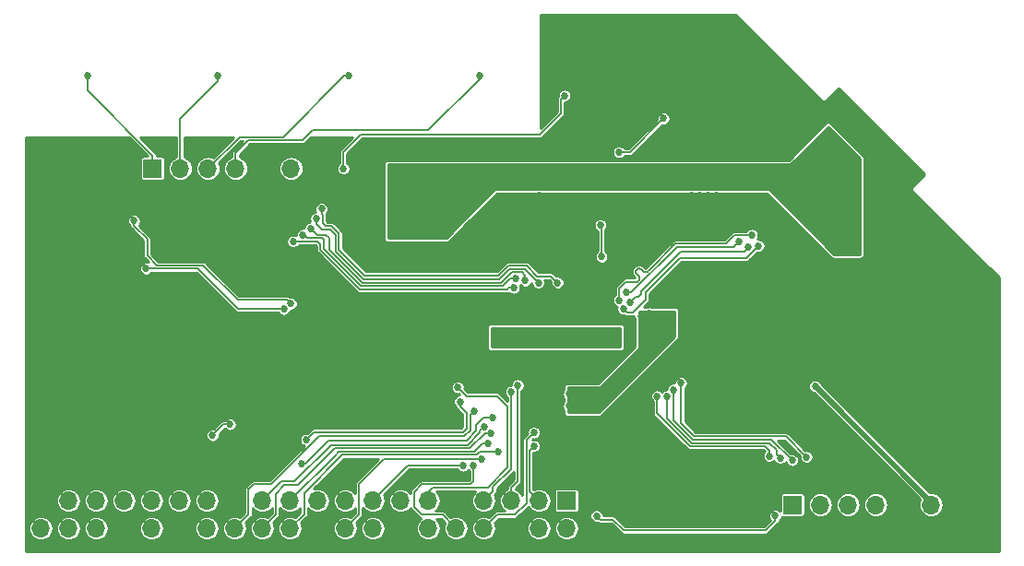
<source format=gbl>
G04 #@! TF.GenerationSoftware,KiCad,Pcbnew,(5.0.1)-3*
G04 #@! TF.CreationDate,2018-12-25T10:08:42+08:00*
G04 #@! TF.ProjectId,tomu-fpga,746F6D752D667067612E6B696361645F,EVT3*
G04 #@! TF.SameCoordinates,Original*
G04 #@! TF.FileFunction,Copper,L2,Bot,Signal*
G04 #@! TF.FilePolarity,Positive*
%FSLAX46Y46*%
G04 Gerber Fmt 4.6, Leading zero omitted, Abs format (unit mm)*
G04 Created by KiCad (PCBNEW (5.0.1)-3) date 12/25/18 10:08:42*
%MOMM*%
%LPD*%
G01*
G04 APERTURE LIST*
G04 #@! TA.AperFunction,ComponentPad*
%ADD10O,1.700000X1.700000*%
G04 #@! TD*
G04 #@! TA.AperFunction,ComponentPad*
%ADD11R,1.700000X1.700000*%
G04 #@! TD*
G04 #@! TA.AperFunction,ViaPad*
%ADD12C,0.685800*%
G04 #@! TD*
G04 #@! TA.AperFunction,Conductor*
%ADD13C,0.152400*%
G04 #@! TD*
G04 #@! TA.AperFunction,Conductor*
%ADD14C,0.300000*%
G04 #@! TD*
G04 #@! TA.AperFunction,Conductor*
%ADD15C,0.500000*%
G04 #@! TD*
G04 #@! TA.AperFunction,Conductor*
%ADD16C,0.254000*%
G04 #@! TD*
G04 APERTURE END LIST*
D10*
G04 #@! TO.P,J2,6*
G04 #@! TO.N,+3V3*
X49700000Y-44500000D03*
G04 #@! TO.P,J2,5*
G04 #@! TO.N,GND*
X47160000Y-44500000D03*
G04 #@! TO.P,J2,4*
G04 #@! TO.N,/PMODb_4*
X44620000Y-44500000D03*
G04 #@! TO.P,J2,3*
G04 #@! TO.N,/PMODb_3*
X42080000Y-44500000D03*
G04 #@! TO.P,J2,2*
G04 #@! TO.N,/PMODb_2*
X39540000Y-44500000D03*
D11*
G04 #@! TO.P,J2,1*
G04 #@! TO.N,/PMODb_1*
X37000000Y-44500000D03*
G04 #@! TD*
G04 #@! TO.P,J3,1*
G04 #@! TO.N,/PMODa_1*
X95730000Y-75380000D03*
D10*
G04 #@! TO.P,J3,2*
G04 #@! TO.N,/PMODa_2*
X98270000Y-75380000D03*
G04 #@! TO.P,J3,3*
G04 #@! TO.N,/PMODa_3*
X100810000Y-75380000D03*
G04 #@! TO.P,J3,4*
G04 #@! TO.N,/PMODa_4*
X103350000Y-75380000D03*
G04 #@! TO.P,J3,5*
G04 #@! TO.N,GND*
X105890000Y-75380000D03*
G04 #@! TO.P,J3,6*
G04 #@! TO.N,+3V3*
X108430000Y-75380000D03*
G04 #@! TD*
D11*
G04 #@! TO.P,J1,1*
G04 #@! TO.N,Net-(J1-Pad1)*
X75000000Y-75000000D03*
D10*
G04 #@! TO.P,J1,2*
G04 #@! TO.N,+5V*
X75000000Y-77540000D03*
G04 #@! TO.P,J1,3*
G04 #@! TO.N,/DBG_1*
X72460000Y-75000000D03*
G04 #@! TO.P,J1,4*
G04 #@! TO.N,+5V*
X72460000Y-77540000D03*
G04 #@! TO.P,J1,5*
G04 #@! TO.N,/DBG_2*
X69920000Y-75000000D03*
G04 #@! TO.P,J1,6*
G04 #@! TO.N,GND*
X69920000Y-77540000D03*
G04 #@! TO.P,J1,7*
G04 #@! TO.N,/DBG_3*
X67380000Y-75000000D03*
G04 #@! TO.P,J1,8*
G04 #@! TO.N,/UART_TX*
X67380000Y-77540000D03*
G04 #@! TO.P,J1,9*
G04 #@! TO.N,GND*
X64840000Y-75000000D03*
G04 #@! TO.P,J1,10*
G04 #@! TO.N,/UART_RX*
X64840000Y-77540000D03*
G04 #@! TO.P,J1,11*
G04 #@! TO.N,/CDONE*
X62300000Y-75000000D03*
G04 #@! TO.P,J1,12*
G04 #@! TO.N,/DBG_4*
X62300000Y-77540000D03*
G04 #@! TO.P,J1,13*
G04 #@! TO.N,/CRESET*
X59760000Y-75000000D03*
G04 #@! TO.P,J1,14*
G04 #@! TO.N,GND*
X59760000Y-77540000D03*
G04 #@! TO.P,J1,15*
G04 #@! TO.N,/DBG_5*
X57220000Y-75000000D03*
G04 #@! TO.P,J1,16*
G04 #@! TO.N,Net-(J1-Pad16)*
X57220000Y-77540000D03*
G04 #@! TO.P,J1,17*
G04 #@! TO.N,Net-(J1-Pad17)*
X54680000Y-75000000D03*
G04 #@! TO.P,J1,18*
G04 #@! TO.N,/SPI_IO2*
X54680000Y-77540000D03*
G04 #@! TO.P,J1,19*
G04 #@! TO.N,/SPI_MOSI*
X52140000Y-75000000D03*
G04 #@! TO.P,J1,20*
G04 #@! TO.N,GND*
X52140000Y-77540000D03*
G04 #@! TO.P,J1,21*
G04 #@! TO.N,/SPI_MISO*
X49600000Y-75000000D03*
G04 #@! TO.P,J1,22*
G04 #@! TO.N,/SPI_IO3*
X49600000Y-77540000D03*
G04 #@! TO.P,J1,23*
G04 #@! TO.N,/SPI_CLK*
X47060000Y-75000000D03*
G04 #@! TO.P,J1,24*
G04 #@! TO.N,/SPI_CS*
X47060000Y-77540000D03*
G04 #@! TO.P,J1,25*
G04 #@! TO.N,GND*
X44520000Y-75000000D03*
G04 #@! TO.P,J1,26*
G04 #@! TO.N,/DBG_6*
X44520000Y-77540000D03*
G04 #@! TO.P,J1,27*
G04 #@! TO.N,Net-(J1-Pad27)*
X41980000Y-75000000D03*
G04 #@! TO.P,J1,28*
G04 #@! TO.N,Net-(J1-Pad28)*
X41980000Y-77540000D03*
G04 #@! TO.P,J1,29*
G04 #@! TO.N,Net-(J1-Pad29)*
X39440000Y-75000000D03*
G04 #@! TO.P,J1,30*
G04 #@! TO.N,GND*
X39440000Y-77540000D03*
G04 #@! TO.P,J1,31*
G04 #@! TO.N,Net-(J1-Pad31)*
X36900000Y-75000000D03*
G04 #@! TO.P,J1,32*
G04 #@! TO.N,Net-(J1-Pad32)*
X36900000Y-77540000D03*
G04 #@! TO.P,J1,33*
G04 #@! TO.N,Net-(J1-Pad33)*
X34360000Y-75000000D03*
G04 #@! TO.P,J1,34*
G04 #@! TO.N,GND*
X34360000Y-77540000D03*
G04 #@! TO.P,J1,35*
G04 #@! TO.N,Net-(J1-Pad35)*
X31820000Y-75000000D03*
G04 #@! TO.P,J1,36*
G04 #@! TO.N,Net-(J1-Pad36)*
X31820000Y-77540000D03*
G04 #@! TO.P,J1,37*
G04 #@! TO.N,Net-(J1-Pad37)*
X29280000Y-75000000D03*
G04 #@! TO.P,J1,38*
G04 #@! TO.N,Net-(J1-Pad38)*
X29280000Y-77540000D03*
G04 #@! TO.P,J1,39*
G04 #@! TO.N,GND*
X26740000Y-75000000D03*
G04 #@! TO.P,J1,40*
G04 #@! TO.N,Net-(J1-Pad40)*
X26740000Y-77540000D03*
G04 #@! TD*
D12*
G04 #@! TO.N,+5V*
X99700000Y-50400000D03*
X101250000Y-51750000D03*
X100150000Y-51800000D03*
X62500000Y-49250000D03*
X59600000Y-49600000D03*
X59000000Y-48700000D03*
X60000000Y-48700000D03*
X61200000Y-48600000D03*
X100500000Y-50800000D03*
X101500000Y-50500000D03*
X94000000Y-45500000D03*
X97500000Y-44000000D03*
X98500000Y-41800000D03*
X93000000Y-45500000D03*
X94000000Y-44500000D03*
X94000000Y-46500000D03*
X99000000Y-41100000D03*
X98900000Y-42600000D03*
X61000000Y-50000000D03*
G04 #@! TO.N,GND*
X89500000Y-77000000D03*
X87000000Y-64500000D03*
X89500000Y-65000000D03*
X94000000Y-67000000D03*
X52500000Y-57000000D03*
X62500000Y-52000000D03*
X60000000Y-59500000D03*
X56500000Y-58500000D03*
X76500000Y-35000000D03*
X79500000Y-35000000D03*
X86500000Y-35000000D03*
X89500000Y-35000000D03*
X86500000Y-49000000D03*
X72500000Y-47000000D03*
X44000000Y-61750000D03*
X38500000Y-69000000D03*
X28750000Y-63250000D03*
X36900000Y-58900000D03*
X72250000Y-62000000D03*
X73000000Y-62000000D03*
X73750000Y-62000000D03*
X74500000Y-62000000D03*
X75250000Y-62000000D03*
X76000000Y-62000000D03*
X76000000Y-57900000D03*
X75250000Y-57900000D03*
X74500000Y-57900000D03*
X73750000Y-57900000D03*
X73000000Y-57900000D03*
X72250000Y-57900000D03*
X85100000Y-73900000D03*
X65300000Y-59900000D03*
X56600000Y-60400000D03*
X89900000Y-72000000D03*
X73650000Y-66600000D03*
X72200000Y-71950000D03*
X81100000Y-71200000D03*
X81300000Y-67000000D03*
X81300000Y-69000000D03*
X88400000Y-64500000D03*
X86150000Y-53900000D03*
X67000000Y-52600000D03*
X63000000Y-52700000D03*
X65000000Y-52400000D03*
X57800000Y-50395300D03*
X51900000Y-60000000D03*
X107300000Y-48200000D03*
X105800000Y-46900000D03*
X107900000Y-49000000D03*
X106500000Y-47600000D03*
X105100000Y-47600000D03*
X105800000Y-48300000D03*
X106700000Y-48900000D03*
X107300000Y-49900000D03*
X86500000Y-43000000D03*
X86500000Y-47000000D03*
X88000000Y-47000000D03*
X88000000Y-43000000D03*
X88750000Y-43000000D03*
X87250000Y-43000000D03*
X87250000Y-47000000D03*
X88750000Y-47000000D03*
X73900000Y-50200000D03*
X70300000Y-52300000D03*
X47800000Y-49900000D03*
X95250000Y-39000000D03*
G04 #@! TO.N,+3V3*
X97800000Y-64500000D03*
X82600000Y-57800000D03*
X81800000Y-58100000D03*
X82400000Y-58500000D03*
X75200000Y-66300000D03*
X75200000Y-65200000D03*
X75650000Y-65750000D03*
G04 #@! TO.N,+1V2*
X78500000Y-60000000D03*
X68500000Y-59500000D03*
X69300000Y-59500000D03*
X79400000Y-60100000D03*
X79500000Y-59400000D03*
X68500000Y-60300000D03*
G04 #@! TO.N,/SPI_MOSI*
X68200000Y-67400000D03*
X50700000Y-71600000D03*
G04 #@! TO.N,/SPI_IO2*
X67200000Y-71200000D03*
X42500000Y-69000000D03*
X44099899Y-68000000D03*
G04 #@! TO.N,/DBG_1*
X72000000Y-70000000D03*
G04 #@! TO.N,/CRESET*
X65200000Y-65900000D03*
X51100000Y-69400000D03*
X49029438Y-57402921D03*
X36400000Y-53700000D03*
G04 #@! TO.N,/DBG_4*
X83300000Y-65400000D03*
X93600000Y-70900000D03*
X94140000Y-76390000D03*
X77730000Y-76410000D03*
G04 #@! TO.N,/CDONE*
X65000000Y-64600000D03*
X49700000Y-56900000D03*
G04 #@! TO.N,/UART_RX*
X66450289Y-71771500D03*
G04 #@! TO.N,/UART_TX*
X72000000Y-68750000D03*
G04 #@! TO.N,/SPI_CS*
X68000000Y-68800000D03*
G04 #@! TO.N,/ICE_USBN*
X80500000Y-55900000D03*
X90800000Y-51200000D03*
G04 #@! TO.N,/ICE_USBP*
X91695888Y-51695888D03*
X80800000Y-56800000D03*
G04 #@! TO.N,/SPI_MISO*
X67750000Y-69750000D03*
G04 #@! TO.N,/SPI_CLK*
X67400000Y-68200000D03*
G04 #@! TO.N,/SPI_IO3*
X68750000Y-70500000D03*
G04 #@! TO.N,Net-(SW3-Pad1)*
X79800000Y-43000000D03*
X78100000Y-49700000D03*
X78200000Y-52600000D03*
X83900000Y-39900000D03*
G04 #@! TO.N,Net-(SW4-Pad1)*
X74164001Y-54993561D03*
X74800000Y-37800000D03*
G04 #@! TO.N,/PU_CTRL_USBP*
X80200000Y-57400000D03*
X92600000Y-51600000D03*
G04 #@! TO.N,/PU_CTRL_USBN*
X92000000Y-50600000D03*
X79800000Y-56600000D03*
G04 #@! TO.N,/PMODa_4*
X97000000Y-71000000D03*
X85500000Y-64200000D03*
G04 #@! TO.N,/PMODa_2*
X94600000Y-71100000D03*
X84200000Y-65400000D03*
G04 #@! TO.N,/PMODa_3*
X95700000Y-71300000D03*
X84800000Y-64800000D03*
G04 #@! TO.N,/PMODb_4*
X72400000Y-55000000D03*
X67000000Y-36000000D03*
G04 #@! TO.N,/PMODb_3*
X71200000Y-54800000D03*
X55000000Y-36000000D03*
G04 #@! TO.N,GND*
X45100000Y-49900000D03*
X42600000Y-49900000D03*
X40000000Y-49900000D03*
X102500000Y-42200000D03*
G04 #@! TO.N,/CDONE*
X35300000Y-49300000D03*
G04 #@! TO.N,Net-(SW4-Pad1)*
X54500000Y-44500000D03*
X52500000Y-48200000D03*
G04 #@! TO.N,/PMODb_2*
X70300000Y-54600000D03*
G04 #@! TO.N,/PMODb_1*
X70150000Y-55462500D03*
G04 #@! TO.N,/DBG_2*
X70500000Y-64400000D03*
G04 #@! TO.N,/DBG_3*
X69900000Y-65000000D03*
G04 #@! TO.N,/DBG_5*
X65500000Y-71800000D03*
G04 #@! TO.N,/DBG_6*
X66500000Y-66800000D03*
G04 #@! TO.N,/PMODb_1*
X49900000Y-51200000D03*
X31000000Y-36000000D03*
G04 #@! TO.N,/PMODb_2*
X50800000Y-50600000D03*
X43000000Y-36000000D03*
G04 #@! TO.N,/PMODb_3*
X51500000Y-50000000D03*
G04 #@! TO.N,/PMODb_4*
X52000000Y-49100000D03*
G04 #@! TD*
D13*
G04 #@! TO.N,+3V3*
X108260000Y-74960000D02*
X97800000Y-64500000D01*
X82300000Y-57900000D02*
X82600000Y-57800000D01*
X81800000Y-58100000D02*
X82300000Y-57900000D01*
X82800000Y-58000000D02*
X82600000Y-57800000D01*
X82400000Y-58500000D02*
X82800000Y-58000000D01*
D14*
G04 #@! TO.N,+1V2*
X69300000Y-59500000D02*
X68500000Y-59500000D01*
D13*
X79600000Y-59600000D02*
X79400000Y-60100000D01*
X79500000Y-59400000D02*
X79600000Y-59600000D01*
G04 #@! TO.N,/SPI_MOSI*
X67354178Y-67400000D02*
X66700000Y-68054178D01*
X68200000Y-67400000D02*
X67354178Y-67400000D01*
X66700000Y-68054178D02*
X66700000Y-68600000D01*
X66700000Y-68600000D02*
X65800000Y-69500000D01*
X65800000Y-69500000D02*
X53100000Y-69500000D01*
X53100000Y-69500000D02*
X51000000Y-71600000D01*
X51000000Y-71600000D02*
X50700000Y-71600000D01*
G04 #@! TO.N,/SPI_IO2*
X67200000Y-71200000D02*
X58200000Y-71200000D01*
X55529999Y-76690001D02*
X54680000Y-77540000D01*
X55758601Y-76461399D02*
X55529999Y-76690001D01*
X54680000Y-77540000D02*
X55758601Y-76461399D01*
X43500000Y-68000000D02*
X42500000Y-69000000D01*
X44099899Y-68000000D02*
X43500000Y-68000000D01*
X54680000Y-77540000D02*
X55920000Y-76300000D01*
X55920000Y-73480000D02*
X56100000Y-73300000D01*
X55920000Y-76300000D02*
X55920000Y-73480000D01*
X58200000Y-71200000D02*
X56100000Y-73300000D01*
G04 #@! TO.N,/DBG_1*
X71642899Y-70342899D02*
X71604810Y-70380988D01*
X72000000Y-70000000D02*
X71657101Y-70342899D01*
X71657101Y-70342899D02*
X71642899Y-70342899D01*
X71604810Y-74144810D02*
X72460000Y-75000000D01*
X71604810Y-70380988D02*
X71604810Y-74144810D01*
G04 #@! TO.N,/CRESET*
X65200000Y-66384933D02*
X65200000Y-65900000D01*
X65800000Y-66984933D02*
X65200000Y-66384933D01*
X65800000Y-68400000D02*
X65800000Y-66984933D01*
X65500000Y-68700000D02*
X65800000Y-68400000D01*
X51800000Y-68700000D02*
X65500000Y-68700000D01*
X51100000Y-69400000D02*
X51800000Y-68700000D01*
X44844697Y-57402921D02*
X49029438Y-57402921D01*
X41141776Y-53700000D02*
X44844697Y-57402921D01*
X36400000Y-53700000D02*
X41141776Y-53700000D01*
G04 #@! TO.N,/DBG_4*
X83300000Y-66993198D02*
X86321232Y-70014430D01*
X93199363Y-70014430D02*
X93600000Y-70415067D01*
X93600000Y-70415067D02*
X93600000Y-70900000D01*
X83300000Y-65400000D02*
X83300000Y-66993198D01*
X86321232Y-70014430D02*
X93199363Y-70014430D01*
X94140000Y-76874933D02*
X93272034Y-77742899D01*
X94140000Y-76390000D02*
X94140000Y-76874933D01*
X79240000Y-76752899D02*
X80230000Y-77742899D01*
X78072899Y-76752899D02*
X79240000Y-76752899D01*
X77730000Y-76410000D02*
X78072899Y-76752899D01*
X93272034Y-77742899D02*
X80230000Y-77742899D01*
G04 #@! TO.N,/CDONE*
X62300000Y-74200000D02*
X62695190Y-73804810D01*
X62695190Y-73804810D02*
X67764124Y-73804810D01*
X67764124Y-73804810D02*
X69595190Y-71973744D01*
X68600000Y-65400000D02*
X65800000Y-65400000D01*
X69595190Y-71973744D02*
X69595190Y-66395190D01*
X65800000Y-65400000D02*
X65000000Y-64600000D01*
X62300000Y-75000000D02*
X62300000Y-74200000D01*
X69595190Y-66395190D02*
X68600000Y-65400000D01*
G04 #@! TO.N,/UART_RX*
X61700000Y-76300000D02*
X63600000Y-76300000D01*
X63600000Y-76300000D02*
X64840000Y-77540000D01*
X66450289Y-73249711D02*
X66200000Y-73500000D01*
X66200000Y-73500000D02*
X61700000Y-73500000D01*
X61700000Y-73500000D02*
X61000000Y-74200000D01*
X66450289Y-71771500D02*
X66450289Y-73249711D01*
X61000000Y-74200000D02*
X61000000Y-75600000D01*
X61000000Y-75600000D02*
X61700000Y-76300000D01*
G04 #@! TO.N,/UART_TX*
X68620000Y-76300000D02*
X67380000Y-77540000D01*
X70216330Y-76300000D02*
X68620000Y-76300000D01*
X71300000Y-75216330D02*
X70216330Y-76300000D01*
X71300000Y-69450000D02*
X71300000Y-75216330D01*
X72000000Y-68750000D02*
X71300000Y-69450000D01*
G04 #@! TO.N,/SPI_CS*
X48300000Y-76300000D02*
X47060000Y-77540000D01*
X48300000Y-74400000D02*
X48300000Y-76300000D01*
X49100000Y-73600000D02*
X48300000Y-74400000D01*
X50300000Y-73600000D02*
X49100000Y-73600000D01*
X53709620Y-70190380D02*
X50300000Y-73600000D01*
X67490380Y-68800000D02*
X68000000Y-68800000D01*
X66100000Y-70190380D02*
X67490380Y-68800000D01*
X66100000Y-70190380D02*
X53709620Y-70190380D01*
G04 #@! TO.N,/ICE_USBN*
X90288900Y-51711100D02*
X85119966Y-51711100D01*
X90800000Y-51200000D02*
X90288900Y-51711100D01*
X85119966Y-51711100D02*
X80931066Y-55900000D01*
X80931066Y-55900000D02*
X80500000Y-55900000D01*
G04 #@! TO.N,/ICE_USBP*
X81300000Y-56300000D02*
X80800000Y-56800000D01*
X81315452Y-56287676D02*
X81300000Y-56300000D01*
X81333260Y-56279100D02*
X81315452Y-56287676D01*
X81352530Y-56274702D02*
X81333260Y-56279100D01*
X81372295Y-56274702D02*
X81352530Y-56274702D01*
X81409372Y-56287676D02*
X81391564Y-56279100D01*
X81497121Y-56325297D02*
X81477355Y-56325297D01*
X81516390Y-56320899D02*
X81497121Y-56325297D01*
X81534198Y-56312324D02*
X81516390Y-56320899D01*
X81849089Y-56000561D02*
X81549651Y-56300000D01*
X81440278Y-56312324D02*
X81409372Y-56287676D01*
X81836764Y-55766361D02*
X81828189Y-55784169D01*
X81861412Y-55985108D02*
X81849089Y-56000561D01*
X81828189Y-55784169D02*
X81823791Y-55803438D01*
X81849088Y-55750908D02*
X81836764Y-55766361D01*
X81391564Y-56279100D02*
X81372295Y-56274702D01*
X81869988Y-55967300D02*
X81861412Y-55985108D01*
X85500000Y-52100000D02*
X82148528Y-55451471D01*
X82148528Y-55451471D02*
X81849088Y-55750908D01*
X81861412Y-55891188D02*
X81869988Y-55908996D01*
X91695888Y-51695888D02*
X91291776Y-52100000D01*
X91291776Y-52100000D02*
X85500000Y-52100000D01*
X81869988Y-55908996D02*
X81874386Y-55928266D01*
X81458086Y-56320899D02*
X81440278Y-56312324D01*
X81823791Y-55803438D02*
X81823791Y-55823204D01*
X81823791Y-55823204D02*
X81828189Y-55842473D01*
X81828189Y-55842473D02*
X81836764Y-55860281D01*
X81836764Y-55860281D02*
X81861412Y-55891188D01*
X81549651Y-56300000D02*
X81534198Y-56312324D01*
X81874386Y-55928266D02*
X81874386Y-55948031D01*
X81477355Y-56325297D02*
X81458086Y-56320899D01*
X81874386Y-55948031D02*
X81869988Y-55967300D01*
G04 #@! TO.N,/SPI_MISO*
X67750000Y-69750000D02*
X67250000Y-69750000D01*
X54104810Y-70495190D02*
X53700000Y-70900000D01*
X66504810Y-70495190D02*
X54104810Y-70495190D01*
X67250000Y-69750000D02*
X66504810Y-70495190D01*
X53700000Y-70900000D02*
X49600000Y-75000000D01*
G04 #@! TO.N,/SPI_CLK*
X48800000Y-73260000D02*
X47060000Y-75000000D01*
X67400000Y-68200000D02*
X67057101Y-68542899D01*
X67057101Y-68542899D02*
X67057101Y-68742899D01*
X67057101Y-68742899D02*
X65914430Y-69885570D01*
X54300000Y-69885570D02*
X53885570Y-69885570D01*
X65914430Y-69885570D02*
X54300000Y-69885570D01*
X53374430Y-69885570D02*
X50000000Y-73260000D01*
X53700000Y-69885570D02*
X53374430Y-69885570D01*
X50000000Y-73260000D02*
X48800000Y-73260000D01*
X54300000Y-69885570D02*
X53700000Y-69885570D01*
G04 #@! TO.N,/SPI_IO3*
X50900000Y-76240000D02*
X49600000Y-77540000D01*
X50900000Y-74300000D02*
X50900000Y-76240000D01*
X54400000Y-70800000D02*
X50900000Y-74300000D01*
X66754178Y-70800000D02*
X54400000Y-70800000D01*
X67054178Y-70500000D02*
X66754178Y-70800000D01*
X68750000Y-70500000D02*
X67054178Y-70500000D01*
G04 #@! TO.N,Net-(SW3-Pad1)*
X78200000Y-49800000D02*
X78100000Y-49700000D01*
X78200000Y-52600000D02*
X78200000Y-49800000D01*
X79800000Y-43000000D02*
X80800000Y-43000000D01*
X80800000Y-43000000D02*
X83900000Y-39900000D01*
G04 #@! TO.N,/PU_CTRL_USBP*
X85400000Y-52700000D02*
X91500000Y-52700000D01*
X82221841Y-55878159D02*
X85400000Y-52700000D01*
X82221841Y-56578159D02*
X82221841Y-55878159D01*
X81057101Y-57742899D02*
X82221841Y-56578159D01*
X80200000Y-57400000D02*
X80542899Y-57742899D01*
X80542899Y-57742899D02*
X81057101Y-57742899D01*
X91500000Y-52700000D02*
X92600000Y-51600000D01*
G04 #@! TO.N,/PU_CTRL_USBN*
X82554592Y-53845408D02*
X84993710Y-51406290D01*
X82448528Y-53951473D02*
X82554592Y-53845408D01*
X82396007Y-53993360D02*
X82448528Y-53951473D01*
X82269987Y-54037456D02*
X82335482Y-54022506D01*
X82202809Y-54037455D02*
X82269987Y-54037456D01*
X82076789Y-53993359D02*
X82137314Y-54022507D01*
X81834529Y-53761738D02*
X82024265Y-53951474D01*
X81721481Y-53690705D02*
X81782006Y-53719853D01*
X82024265Y-53951474D02*
X82076789Y-53993359D01*
X81655986Y-53675757D02*
X81721481Y-53690705D01*
X81523313Y-53690706D02*
X81588808Y-53675756D01*
X81782006Y-53719853D02*
X81834529Y-53761738D01*
X81410265Y-53761737D02*
X81462788Y-53719852D01*
X81368379Y-53814259D02*
X81410265Y-53761737D01*
X81339231Y-53874786D02*
X81368379Y-53814259D01*
X82137314Y-54022507D02*
X82202809Y-54037455D01*
X81641886Y-54747478D02*
X81671032Y-54686953D01*
X81600000Y-54800000D02*
X81641886Y-54747478D01*
X81500000Y-54900000D02*
X81600000Y-54800000D01*
X81671033Y-54488785D02*
X81641885Y-54428260D01*
X81600000Y-54375736D02*
X81410265Y-54186001D01*
X81462788Y-53719852D02*
X81523313Y-53690706D01*
X80400000Y-54900000D02*
X81500000Y-54900000D01*
X81671032Y-54686953D02*
X81685982Y-54621458D01*
X79800000Y-56600000D02*
X79800000Y-55500000D01*
X81324283Y-53940279D02*
X81339231Y-53874786D01*
X79800000Y-55500000D02*
X80400000Y-54900000D01*
X81410265Y-54186001D02*
X81368378Y-54133479D01*
X81368378Y-54133479D02*
X81339232Y-54072952D01*
X81588808Y-53675756D02*
X81655986Y-53675757D01*
X81685982Y-54621458D02*
X81685981Y-54554280D01*
X81685981Y-54554280D02*
X81671033Y-54488785D01*
X81641885Y-54428260D02*
X81600000Y-54375736D01*
X82335482Y-54022506D02*
X82396007Y-53993360D01*
X81324282Y-54007459D02*
X81324283Y-53940279D01*
X81339232Y-54072952D02*
X81324282Y-54007459D01*
X84993710Y-51406290D02*
X89593710Y-51406290D01*
X89593710Y-51406290D02*
X90400000Y-50600000D01*
X90400000Y-50600000D02*
X92000000Y-50600000D01*
G04 #@! TO.N,/PMODa_4*
X95100000Y-69100000D02*
X97000000Y-71000000D01*
X85500000Y-67900000D02*
X86700000Y-69100000D01*
X85500000Y-64200000D02*
X85500000Y-67900000D01*
X86700000Y-69100000D02*
X95100000Y-69100000D01*
G04 #@! TO.N,/PMODa_2*
X94257101Y-70757101D02*
X94600000Y-71100000D01*
X94257101Y-70357101D02*
X94257101Y-70757101D01*
X93609620Y-69709620D02*
X94257101Y-70357101D01*
X86447488Y-69709620D02*
X93609620Y-69709620D01*
X84200000Y-67462132D02*
X86447488Y-69709620D01*
X84200000Y-65400000D02*
X84200000Y-67462132D01*
G04 #@! TO.N,/PMODa_3*
X93804810Y-69404810D02*
X95700000Y-71300000D01*
X84800000Y-64800000D02*
X84800000Y-67631066D01*
X84800000Y-67631066D02*
X86573744Y-69404810D01*
X86573744Y-69404810D02*
X93804810Y-69404810D01*
G04 #@! TO.N,/PMODb_4*
X72400000Y-55000000D02*
X72400000Y-54923112D01*
X67000000Y-36000000D02*
X67000000Y-36300000D01*
X67000000Y-36300000D02*
X62300000Y-41000000D01*
D15*
G04 #@! TO.N,+3V3*
X108430000Y-75130000D02*
X108430000Y-75380000D01*
X97800000Y-64500000D02*
X108430000Y-75130000D01*
D13*
G04 #@! TO.N,/CDONE*
X49357101Y-56557101D02*
X49700000Y-56900000D01*
X44807101Y-56557101D02*
X49357101Y-56557101D01*
X35300000Y-49300000D02*
X35300000Y-49784933D01*
X35300000Y-49784933D02*
X36500000Y-50984933D01*
X36500000Y-50984933D02*
X36500000Y-52500000D01*
X36500000Y-52500000D02*
X37395190Y-53395190D01*
X37395190Y-53395190D02*
X41645190Y-53395190D01*
X41645190Y-53395190D02*
X44807101Y-56557101D01*
G04 #@! TO.N,Net-(SW4-Pad1)*
X74457101Y-38142899D02*
X74800000Y-37800000D01*
X74457101Y-39442899D02*
X74457101Y-38142899D01*
X72500000Y-41400000D02*
X74457101Y-39442899D01*
X56100000Y-41400000D02*
X72500000Y-41400000D01*
X54500000Y-43000000D02*
X56100000Y-41400000D01*
X54500000Y-44500000D02*
X54500000Y-43000000D01*
X52500000Y-48684933D02*
X52500000Y-48200000D01*
X52615067Y-48800000D02*
X52500000Y-48684933D01*
X52615067Y-49515067D02*
X52615067Y-48800000D01*
X52895190Y-49795190D02*
X52615067Y-49515067D01*
X53426256Y-49795190D02*
X52895190Y-49795190D01*
X54104810Y-50473744D02*
X53426256Y-49795190D01*
X54104810Y-51980546D02*
X54104810Y-50473744D01*
X74164001Y-54993561D02*
X73570440Y-54400000D01*
X73570440Y-54400000D02*
X72307954Y-54400000D01*
X56424264Y-54300000D02*
X54104810Y-51980546D01*
X72307954Y-54400000D02*
X71307954Y-53400000D01*
X69637868Y-53400000D02*
X68737868Y-54300000D01*
X71307954Y-53400000D02*
X69637868Y-53400000D01*
X68737868Y-54300000D02*
X56424264Y-54300000D01*
G04 #@! TO.N,/PMODb_1*
X69527567Y-55600000D02*
X68250000Y-55600000D01*
X69665067Y-55462500D02*
X69527567Y-55600000D01*
X70150000Y-55462500D02*
X69665067Y-55462500D01*
X68600000Y-55600000D02*
X68250000Y-55600000D01*
X68250000Y-55600000D02*
X56000000Y-55600000D01*
X69527567Y-55600000D02*
X56000000Y-55600000D01*
G04 #@! TO.N,/DBG_2*
X70500000Y-73217919D02*
X70500000Y-64400000D01*
X69920000Y-75000000D02*
X69920000Y-73797919D01*
X69920000Y-73797919D02*
X70500000Y-73217919D01*
G04 #@! TO.N,/DBG_3*
X68229999Y-73770001D02*
X69900000Y-72100000D01*
X68229999Y-74150001D02*
X68229999Y-73770001D01*
X67380000Y-75000000D02*
X68229999Y-74150001D01*
X69900000Y-72100000D02*
X69900000Y-65000000D01*
G04 #@! TO.N,/DBG_5*
X60420000Y-71800000D02*
X57220000Y-75000000D01*
X65500000Y-71800000D02*
X60420000Y-71800000D01*
G04 #@! TO.N,/DBG_6*
X66157101Y-67142899D02*
X66500000Y-66800000D01*
X66157101Y-68542899D02*
X66157101Y-67142899D01*
X65600000Y-69100000D02*
X66157101Y-68542899D01*
X44520000Y-77540000D02*
X45800000Y-76260000D01*
X45800000Y-76260000D02*
X45800000Y-74000000D01*
X45800000Y-74000000D02*
X46300000Y-73500000D01*
X46300000Y-73500000D02*
X47900000Y-73500000D01*
X47900000Y-73500000D02*
X52300000Y-69100000D01*
X52300000Y-69100000D02*
X65600000Y-69100000D01*
G04 #@! TO.N,/PMODb_1*
X52400000Y-52000000D02*
X55999999Y-55599999D01*
X52100000Y-51200000D02*
X52400000Y-51500000D01*
X52400000Y-51500000D02*
X52400000Y-52000000D01*
X49900000Y-51200000D02*
X52100000Y-51200000D01*
X31000000Y-37300000D02*
X31000000Y-36000000D01*
X31000000Y-36000000D02*
X31000000Y-36200000D01*
X37000000Y-43300000D02*
X37000000Y-44500000D01*
X31000000Y-37300000D02*
X37000000Y-43300000D01*
G04 #@! TO.N,/PMODb_2*
X69815067Y-54600000D02*
X70300000Y-54600000D01*
X69119877Y-55295190D02*
X69815067Y-54600000D01*
X56126256Y-55295190D02*
X69119877Y-55295190D01*
X50900000Y-50600000D02*
X51195190Y-50895190D01*
X51195190Y-50895190D02*
X52580123Y-50895190D01*
X52580123Y-50895190D02*
X52742899Y-51057966D01*
X52742899Y-51057966D02*
X52742899Y-51911833D01*
X50800000Y-50600000D02*
X50900000Y-50600000D01*
X52742899Y-51911833D02*
X56126256Y-55295190D01*
X43000000Y-36500000D02*
X39540000Y-39960000D01*
X39540000Y-39960000D02*
X39540000Y-44500000D01*
X43000000Y-36000000D02*
X43000000Y-36500000D01*
G04 #@! TO.N,/PMODb_3*
X71200000Y-54315067D02*
X71200000Y-54800000D01*
X70913432Y-54028499D02*
X71200000Y-54315067D01*
X69955502Y-54028499D02*
X70913432Y-54028499D01*
X51500000Y-50000000D02*
X52090380Y-50590380D01*
X52090380Y-50590380D02*
X52890380Y-50590380D01*
X52890380Y-50590380D02*
X53200000Y-50900000D01*
X68993621Y-54990380D02*
X69955502Y-54028499D01*
X53200000Y-50900000D02*
X53200000Y-51937868D01*
X53200000Y-51937868D02*
X56252512Y-54990380D01*
X56252512Y-54990380D02*
X68993621Y-54990380D01*
X44980000Y-41600000D02*
X42080000Y-44500000D01*
X49000000Y-41600000D02*
X44980000Y-41600000D01*
X54600000Y-36000000D02*
X49000000Y-41600000D01*
X55000000Y-36000000D02*
X54600000Y-36000000D01*
G04 #@! TO.N,/PMODb_4*
X54100000Y-41000000D02*
X53968934Y-41000000D01*
X62300000Y-41000000D02*
X54100000Y-41000000D01*
X71123689Y-53723689D02*
X72400000Y-55000000D01*
X68783364Y-54685570D02*
X69745245Y-53723689D01*
X56378768Y-54685570D02*
X68783364Y-54685570D01*
X69745245Y-53723689D02*
X71123689Y-53723689D01*
X53800000Y-52106802D02*
X56378768Y-54685570D01*
X52000000Y-49584933D02*
X52515067Y-50100000D01*
X52000000Y-49100000D02*
X52000000Y-49584933D01*
X53300000Y-50100000D02*
X53800000Y-50600000D01*
X52515067Y-50100000D02*
X53300000Y-50100000D01*
X53800000Y-50600000D02*
X53800000Y-52106802D01*
X50754756Y-41904810D02*
X49900000Y-41904810D01*
X49900000Y-41904810D02*
X49735190Y-41904810D01*
X46813109Y-41904810D02*
X47500000Y-41904810D01*
X47095190Y-41904810D02*
X47500000Y-41904810D01*
X51659566Y-41000000D02*
X54100000Y-41000000D01*
X50754756Y-41904810D02*
X51659566Y-41000000D01*
X44620000Y-43080000D02*
X44620000Y-44500000D01*
X50754756Y-41904810D02*
X45795190Y-41904810D01*
X45795190Y-41904810D02*
X44620000Y-43080000D01*
G04 #@! TD*
D16*
G04 #@! TO.N,+1V2*
G36*
X79873000Y-60873000D02*
X68127000Y-60873000D01*
X68127000Y-59127000D01*
X79873000Y-59127000D01*
X79873000Y-60873000D01*
X79873000Y-60873000D01*
G37*
X79873000Y-60873000D02*
X68127000Y-60873000D01*
X68127000Y-59127000D01*
X79873000Y-59127000D01*
X79873000Y-60873000D01*
G04 #@! TO.N,GND*
G36*
X98335919Y-38239380D02*
X98347053Y-38252947D01*
X98360620Y-38264081D01*
X98360631Y-38264092D01*
X98401260Y-38297434D01*
X98463105Y-38330491D01*
X98530211Y-38350848D01*
X98599999Y-38357722D01*
X98600000Y-38357722D01*
X98669787Y-38350848D01*
X98736894Y-38330491D01*
X98798739Y-38297434D01*
X98839367Y-38264092D01*
X98839369Y-38264090D01*
X98852947Y-38252947D01*
X98864090Y-38239369D01*
X99961927Y-37141533D01*
X107858467Y-45038073D01*
X106760633Y-46135908D01*
X106747053Y-46147053D01*
X106702566Y-46201261D01*
X106669509Y-46263106D01*
X106649152Y-46330213D01*
X106642278Y-46400000D01*
X106649152Y-46469787D01*
X106669509Y-46536894D01*
X106702566Y-46598739D01*
X106717826Y-46617333D01*
X106747053Y-46652947D01*
X106760631Y-46664090D01*
X114644000Y-54547461D01*
X114644001Y-79644000D01*
X25356000Y-79644000D01*
X25356000Y-77540000D01*
X25603528Y-77540000D01*
X25625365Y-77761715D01*
X25690037Y-77974909D01*
X25795058Y-78171390D01*
X25936393Y-78343607D01*
X26108610Y-78484942D01*
X26305091Y-78589963D01*
X26518285Y-78654635D01*
X26684442Y-78671000D01*
X26795558Y-78671000D01*
X26961715Y-78654635D01*
X27174909Y-78589963D01*
X27371390Y-78484942D01*
X27543607Y-78343607D01*
X27684942Y-78171390D01*
X27789963Y-77974909D01*
X27854635Y-77761715D01*
X27876472Y-77540000D01*
X28143528Y-77540000D01*
X28165365Y-77761715D01*
X28230037Y-77974909D01*
X28335058Y-78171390D01*
X28476393Y-78343607D01*
X28648610Y-78484942D01*
X28845091Y-78589963D01*
X29058285Y-78654635D01*
X29224442Y-78671000D01*
X29335558Y-78671000D01*
X29501715Y-78654635D01*
X29714909Y-78589963D01*
X29911390Y-78484942D01*
X30083607Y-78343607D01*
X30224942Y-78171390D01*
X30329963Y-77974909D01*
X30394635Y-77761715D01*
X30416472Y-77540000D01*
X30683528Y-77540000D01*
X30705365Y-77761715D01*
X30770037Y-77974909D01*
X30875058Y-78171390D01*
X31016393Y-78343607D01*
X31188610Y-78484942D01*
X31385091Y-78589963D01*
X31598285Y-78654635D01*
X31764442Y-78671000D01*
X31875558Y-78671000D01*
X32041715Y-78654635D01*
X32254909Y-78589963D01*
X32451390Y-78484942D01*
X32623607Y-78343607D01*
X32764942Y-78171390D01*
X32869963Y-77974909D01*
X32934635Y-77761715D01*
X32956472Y-77540000D01*
X35763528Y-77540000D01*
X35785365Y-77761715D01*
X35850037Y-77974909D01*
X35955058Y-78171390D01*
X36096393Y-78343607D01*
X36268610Y-78484942D01*
X36465091Y-78589963D01*
X36678285Y-78654635D01*
X36844442Y-78671000D01*
X36955558Y-78671000D01*
X37121715Y-78654635D01*
X37334909Y-78589963D01*
X37531390Y-78484942D01*
X37703607Y-78343607D01*
X37844942Y-78171390D01*
X37949963Y-77974909D01*
X38014635Y-77761715D01*
X38036472Y-77540000D01*
X40843528Y-77540000D01*
X40865365Y-77761715D01*
X40930037Y-77974909D01*
X41035058Y-78171390D01*
X41176393Y-78343607D01*
X41348610Y-78484942D01*
X41545091Y-78589963D01*
X41758285Y-78654635D01*
X41924442Y-78671000D01*
X42035558Y-78671000D01*
X42201715Y-78654635D01*
X42414909Y-78589963D01*
X42611390Y-78484942D01*
X42783607Y-78343607D01*
X42924942Y-78171390D01*
X43029963Y-77974909D01*
X43094635Y-77761715D01*
X43116472Y-77540000D01*
X43383528Y-77540000D01*
X43405365Y-77761715D01*
X43470037Y-77974909D01*
X43575058Y-78171390D01*
X43716393Y-78343607D01*
X43888610Y-78484942D01*
X44085091Y-78589963D01*
X44298285Y-78654635D01*
X44464442Y-78671000D01*
X44575558Y-78671000D01*
X44741715Y-78654635D01*
X44954909Y-78589963D01*
X45151390Y-78484942D01*
X45323607Y-78343607D01*
X45464942Y-78171390D01*
X45569963Y-77974909D01*
X45634635Y-77761715D01*
X45656472Y-77540000D01*
X45634635Y-77318285D01*
X45569963Y-77105091D01*
X45531683Y-77033474D01*
X46040179Y-76524978D01*
X46053799Y-76513800D01*
X46064978Y-76500179D01*
X46064983Y-76500174D01*
X46094036Y-76464773D01*
X46098438Y-76459410D01*
X46131606Y-76397356D01*
X46152031Y-76330023D01*
X46157200Y-76277544D01*
X46157200Y-76277537D01*
X46158927Y-76260001D01*
X46157200Y-76242465D01*
X46157200Y-75682740D01*
X46256393Y-75803607D01*
X46428610Y-75944942D01*
X46625091Y-76049963D01*
X46838285Y-76114635D01*
X47004442Y-76131000D01*
X47115558Y-76131000D01*
X47281715Y-76114635D01*
X47494909Y-76049963D01*
X47691390Y-75944942D01*
X47863607Y-75803607D01*
X47942801Y-75707109D01*
X47942801Y-76152042D01*
X47566526Y-76528317D01*
X47494909Y-76490037D01*
X47281715Y-76425365D01*
X47115558Y-76409000D01*
X47004442Y-76409000D01*
X46838285Y-76425365D01*
X46625091Y-76490037D01*
X46428610Y-76595058D01*
X46256393Y-76736393D01*
X46115058Y-76908610D01*
X46010037Y-77105091D01*
X45945365Y-77318285D01*
X45923528Y-77540000D01*
X45945365Y-77761715D01*
X46010037Y-77974909D01*
X46115058Y-78171390D01*
X46256393Y-78343607D01*
X46428610Y-78484942D01*
X46625091Y-78589963D01*
X46838285Y-78654635D01*
X47004442Y-78671000D01*
X47115558Y-78671000D01*
X47281715Y-78654635D01*
X47494909Y-78589963D01*
X47691390Y-78484942D01*
X47863607Y-78343607D01*
X48004942Y-78171390D01*
X48109963Y-77974909D01*
X48174635Y-77761715D01*
X48196472Y-77540000D01*
X48174635Y-77318285D01*
X48109963Y-77105091D01*
X48071683Y-77033474D01*
X48540175Y-76564982D01*
X48553800Y-76553800D01*
X48598438Y-76499410D01*
X48631606Y-76437356D01*
X48640208Y-76409000D01*
X48652031Y-76370024D01*
X48654990Y-76339977D01*
X48657200Y-76317544D01*
X48657200Y-76317536D01*
X48658927Y-76300000D01*
X48657200Y-76282464D01*
X48657200Y-75634000D01*
X48796393Y-75803607D01*
X48968610Y-75944942D01*
X49165091Y-76049963D01*
X49378285Y-76114635D01*
X49544442Y-76131000D01*
X49655558Y-76131000D01*
X49821715Y-76114635D01*
X50034909Y-76049963D01*
X50231390Y-75944942D01*
X50403607Y-75803607D01*
X50542801Y-75633999D01*
X50542801Y-76092042D01*
X50106526Y-76528317D01*
X50034909Y-76490037D01*
X49821715Y-76425365D01*
X49655558Y-76409000D01*
X49544442Y-76409000D01*
X49378285Y-76425365D01*
X49165091Y-76490037D01*
X48968610Y-76595058D01*
X48796393Y-76736393D01*
X48655058Y-76908610D01*
X48550037Y-77105091D01*
X48485365Y-77318285D01*
X48463528Y-77540000D01*
X48485365Y-77761715D01*
X48550037Y-77974909D01*
X48655058Y-78171390D01*
X48796393Y-78343607D01*
X48968610Y-78484942D01*
X49165091Y-78589963D01*
X49378285Y-78654635D01*
X49544442Y-78671000D01*
X49655558Y-78671000D01*
X49821715Y-78654635D01*
X50034909Y-78589963D01*
X50231390Y-78484942D01*
X50403607Y-78343607D01*
X50544942Y-78171390D01*
X50649963Y-77974909D01*
X50714635Y-77761715D01*
X50736472Y-77540000D01*
X50714635Y-77318285D01*
X50649963Y-77105091D01*
X50611683Y-77033474D01*
X51140175Y-76504982D01*
X51153800Y-76493800D01*
X51198438Y-76439410D01*
X51231606Y-76377356D01*
X51243528Y-76338054D01*
X51252031Y-76310024D01*
X51255230Y-76277543D01*
X51257200Y-76257544D01*
X51257200Y-76257536D01*
X51258927Y-76240000D01*
X51257200Y-76222464D01*
X51257200Y-75707110D01*
X51336393Y-75803607D01*
X51508610Y-75944942D01*
X51705091Y-76049963D01*
X51918285Y-76114635D01*
X52084442Y-76131000D01*
X52195558Y-76131000D01*
X52361715Y-76114635D01*
X52574909Y-76049963D01*
X52771390Y-75944942D01*
X52943607Y-75803607D01*
X53084942Y-75631390D01*
X53189963Y-75434909D01*
X53254635Y-75221715D01*
X53276472Y-75000000D01*
X53254635Y-74778285D01*
X53189963Y-74565091D01*
X53084942Y-74368610D01*
X52943607Y-74196393D01*
X52771390Y-74055058D01*
X52574909Y-73950037D01*
X52361715Y-73885365D01*
X52195558Y-73869000D01*
X52084442Y-73869000D01*
X51918285Y-73885365D01*
X51776904Y-73928253D01*
X54547957Y-71157200D01*
X57737643Y-71157200D01*
X55835016Y-73059827D01*
X55835012Y-73059832D01*
X55679821Y-73215022D01*
X55666201Y-73226200D01*
X55655023Y-73239820D01*
X55655016Y-73239827D01*
X55638603Y-73259827D01*
X55621563Y-73280590D01*
X55610353Y-73301563D01*
X55588394Y-73342645D01*
X55567969Y-73409977D01*
X55561073Y-73480000D01*
X55562801Y-73497546D01*
X55562801Y-74292891D01*
X55483607Y-74196393D01*
X55311390Y-74055058D01*
X55114909Y-73950037D01*
X54901715Y-73885365D01*
X54735558Y-73869000D01*
X54624442Y-73869000D01*
X54458285Y-73885365D01*
X54245091Y-73950037D01*
X54048610Y-74055058D01*
X53876393Y-74196393D01*
X53735058Y-74368610D01*
X53630037Y-74565091D01*
X53565365Y-74778285D01*
X53543528Y-75000000D01*
X53565365Y-75221715D01*
X53630037Y-75434909D01*
X53735058Y-75631390D01*
X53876393Y-75803607D01*
X54048610Y-75944942D01*
X54245091Y-76049963D01*
X54458285Y-76114635D01*
X54624442Y-76131000D01*
X54735558Y-76131000D01*
X54901715Y-76114635D01*
X55114909Y-76049963D01*
X55311390Y-75944942D01*
X55483607Y-75803607D01*
X55562800Y-75707110D01*
X55562800Y-76152043D01*
X55186526Y-76528317D01*
X55114909Y-76490037D01*
X54901715Y-76425365D01*
X54735558Y-76409000D01*
X54624442Y-76409000D01*
X54458285Y-76425365D01*
X54245091Y-76490037D01*
X54048610Y-76595058D01*
X53876393Y-76736393D01*
X53735058Y-76908610D01*
X53630037Y-77105091D01*
X53565365Y-77318285D01*
X53543528Y-77540000D01*
X53565365Y-77761715D01*
X53630037Y-77974909D01*
X53735058Y-78171390D01*
X53876393Y-78343607D01*
X54048610Y-78484942D01*
X54245091Y-78589963D01*
X54458285Y-78654635D01*
X54624442Y-78671000D01*
X54735558Y-78671000D01*
X54901715Y-78654635D01*
X55114909Y-78589963D01*
X55311390Y-78484942D01*
X55483607Y-78343607D01*
X55624942Y-78171390D01*
X55729963Y-77974909D01*
X55794635Y-77761715D01*
X55816472Y-77540000D01*
X56083528Y-77540000D01*
X56105365Y-77761715D01*
X56170037Y-77974909D01*
X56275058Y-78171390D01*
X56416393Y-78343607D01*
X56588610Y-78484942D01*
X56785091Y-78589963D01*
X56998285Y-78654635D01*
X57164442Y-78671000D01*
X57275558Y-78671000D01*
X57441715Y-78654635D01*
X57654909Y-78589963D01*
X57851390Y-78484942D01*
X58023607Y-78343607D01*
X58164942Y-78171390D01*
X58269963Y-77974909D01*
X58334635Y-77761715D01*
X58356472Y-77540000D01*
X58334635Y-77318285D01*
X58269963Y-77105091D01*
X58164942Y-76908610D01*
X58023607Y-76736393D01*
X57851390Y-76595058D01*
X57654909Y-76490037D01*
X57441715Y-76425365D01*
X57275558Y-76409000D01*
X57164442Y-76409000D01*
X56998285Y-76425365D01*
X56785091Y-76490037D01*
X56588610Y-76595058D01*
X56416393Y-76736393D01*
X56275058Y-76908610D01*
X56170037Y-77105091D01*
X56105365Y-77318285D01*
X56083528Y-77540000D01*
X55816472Y-77540000D01*
X55794635Y-77318285D01*
X55729963Y-77105091D01*
X55691683Y-77033474D01*
X56160179Y-76564978D01*
X56173799Y-76553800D01*
X56184978Y-76540179D01*
X56184984Y-76540173D01*
X56206628Y-76513800D01*
X56218438Y-76499410D01*
X56251606Y-76437356D01*
X56260208Y-76409000D01*
X56272031Y-76370024D01*
X56274990Y-76339977D01*
X56277200Y-76317544D01*
X56277200Y-76317536D01*
X56278927Y-76300000D01*
X56277200Y-76282464D01*
X56277200Y-75634000D01*
X56416393Y-75803607D01*
X56588610Y-75944942D01*
X56785091Y-76049963D01*
X56998285Y-76114635D01*
X57164442Y-76131000D01*
X57275558Y-76131000D01*
X57441715Y-76114635D01*
X57654909Y-76049963D01*
X57851390Y-75944942D01*
X58023607Y-75803607D01*
X58164942Y-75631390D01*
X58269963Y-75434909D01*
X58334635Y-75221715D01*
X58356472Y-75000000D01*
X58334635Y-74778285D01*
X58269963Y-74565091D01*
X58231683Y-74493474D01*
X60567957Y-72157200D01*
X64988315Y-72157200D01*
X65015385Y-72197713D01*
X65102287Y-72284615D01*
X65204472Y-72352893D01*
X65318015Y-72399924D01*
X65438551Y-72423900D01*
X65561449Y-72423900D01*
X65681985Y-72399924D01*
X65795528Y-72352893D01*
X65897713Y-72284615D01*
X65984615Y-72197713D01*
X65988444Y-72191983D01*
X66052576Y-72256115D01*
X66093089Y-72283185D01*
X66093090Y-73101753D01*
X66052043Y-73142800D01*
X61717535Y-73142800D01*
X61699999Y-73141073D01*
X61682463Y-73142800D01*
X61682456Y-73142800D01*
X61636716Y-73147305D01*
X61629976Y-73147969D01*
X61614305Y-73152723D01*
X61562644Y-73168394D01*
X61500590Y-73201562D01*
X61446200Y-73246200D01*
X61435018Y-73259825D01*
X60759821Y-73935022D01*
X60746200Y-73946201D01*
X60735022Y-73959821D01*
X60735016Y-73959827D01*
X60727152Y-73969410D01*
X60701562Y-74000591D01*
X60674234Y-74051719D01*
X60668394Y-74062645D01*
X60648288Y-74128928D01*
X60647969Y-74129978D01*
X60642800Y-74182457D01*
X60642800Y-74182464D01*
X60641073Y-74200000D01*
X60642800Y-74217536D01*
X60642800Y-74292890D01*
X60563607Y-74196393D01*
X60391390Y-74055058D01*
X60194909Y-73950037D01*
X59981715Y-73885365D01*
X59815558Y-73869000D01*
X59704442Y-73869000D01*
X59538285Y-73885365D01*
X59325091Y-73950037D01*
X59128610Y-74055058D01*
X58956393Y-74196393D01*
X58815058Y-74368610D01*
X58710037Y-74565091D01*
X58645365Y-74778285D01*
X58623528Y-75000000D01*
X58645365Y-75221715D01*
X58710037Y-75434909D01*
X58815058Y-75631390D01*
X58956393Y-75803607D01*
X59128610Y-75944942D01*
X59325091Y-76049963D01*
X59538285Y-76114635D01*
X59704442Y-76131000D01*
X59815558Y-76131000D01*
X59981715Y-76114635D01*
X60194909Y-76049963D01*
X60391390Y-75944942D01*
X60563607Y-75803607D01*
X60654788Y-75692503D01*
X60668394Y-75737355D01*
X60668395Y-75737356D01*
X60701563Y-75799410D01*
X60710317Y-75810076D01*
X60735016Y-75840173D01*
X60735023Y-75840180D01*
X60746201Y-75853800D01*
X60759821Y-75864978D01*
X61435016Y-76540173D01*
X61446200Y-76553800D01*
X61500590Y-76598438D01*
X61562644Y-76631606D01*
X61607497Y-76645212D01*
X61496393Y-76736393D01*
X61355058Y-76908610D01*
X61250037Y-77105091D01*
X61185365Y-77318285D01*
X61163528Y-77540000D01*
X61185365Y-77761715D01*
X61250037Y-77974909D01*
X61355058Y-78171390D01*
X61496393Y-78343607D01*
X61668610Y-78484942D01*
X61865091Y-78589963D01*
X62078285Y-78654635D01*
X62244442Y-78671000D01*
X62355558Y-78671000D01*
X62521715Y-78654635D01*
X62734909Y-78589963D01*
X62931390Y-78484942D01*
X63103607Y-78343607D01*
X63244942Y-78171390D01*
X63349963Y-77974909D01*
X63414635Y-77761715D01*
X63436472Y-77540000D01*
X63414635Y-77318285D01*
X63349963Y-77105091D01*
X63244942Y-76908610D01*
X63103607Y-76736393D01*
X63007110Y-76657200D01*
X63452043Y-76657200D01*
X63828317Y-77033474D01*
X63790037Y-77105091D01*
X63725365Y-77318285D01*
X63703528Y-77540000D01*
X63725365Y-77761715D01*
X63790037Y-77974909D01*
X63895058Y-78171390D01*
X64036393Y-78343607D01*
X64208610Y-78484942D01*
X64405091Y-78589963D01*
X64618285Y-78654635D01*
X64784442Y-78671000D01*
X64895558Y-78671000D01*
X65061715Y-78654635D01*
X65274909Y-78589963D01*
X65471390Y-78484942D01*
X65643607Y-78343607D01*
X65784942Y-78171390D01*
X65889963Y-77974909D01*
X65954635Y-77761715D01*
X65976472Y-77540000D01*
X65954635Y-77318285D01*
X65889963Y-77105091D01*
X65784942Y-76908610D01*
X65643607Y-76736393D01*
X65471390Y-76595058D01*
X65274909Y-76490037D01*
X65061715Y-76425365D01*
X64895558Y-76409000D01*
X64784442Y-76409000D01*
X64618285Y-76425365D01*
X64405091Y-76490037D01*
X64333474Y-76528317D01*
X63864982Y-76059825D01*
X63853800Y-76046200D01*
X63799410Y-76001562D01*
X63737356Y-75968394D01*
X63670023Y-75947969D01*
X63617544Y-75942800D01*
X63617536Y-75942800D01*
X63600000Y-75941073D01*
X63582464Y-75942800D01*
X62934000Y-75942800D01*
X63103607Y-75803607D01*
X63244942Y-75631390D01*
X63349963Y-75434909D01*
X63414635Y-75221715D01*
X63436472Y-75000000D01*
X63414635Y-74778285D01*
X63349963Y-74565091D01*
X63244942Y-74368610D01*
X63103607Y-74196393D01*
X63061711Y-74162010D01*
X66618289Y-74162010D01*
X66576393Y-74196393D01*
X66435058Y-74368610D01*
X66330037Y-74565091D01*
X66265365Y-74778285D01*
X66243528Y-75000000D01*
X66265365Y-75221715D01*
X66330037Y-75434909D01*
X66435058Y-75631390D01*
X66576393Y-75803607D01*
X66748610Y-75944942D01*
X66945091Y-76049963D01*
X67158285Y-76114635D01*
X67324442Y-76131000D01*
X67435558Y-76131000D01*
X67601715Y-76114635D01*
X67814909Y-76049963D01*
X68011390Y-75944942D01*
X68183607Y-75803607D01*
X68324942Y-75631390D01*
X68429963Y-75434909D01*
X68494635Y-75221715D01*
X68516472Y-75000000D01*
X68494635Y-74778285D01*
X68429963Y-74565091D01*
X68391683Y-74493474D01*
X68470178Y-74414979D01*
X68483798Y-74403801D01*
X68494977Y-74390180D01*
X68494982Y-74390175D01*
X68512680Y-74368610D01*
X68528437Y-74349411D01*
X68561605Y-74287357D01*
X68572007Y-74253066D01*
X68582030Y-74220025D01*
X68584002Y-74200000D01*
X68587199Y-74167545D01*
X68587199Y-74167538D01*
X68588926Y-74150002D01*
X68587199Y-74132466D01*
X68587199Y-73917958D01*
X70140179Y-72364978D01*
X70142800Y-72362827D01*
X70142800Y-73069962D01*
X69679821Y-73532941D01*
X69666201Y-73544119D01*
X69655023Y-73557739D01*
X69655016Y-73557746D01*
X69634575Y-73582654D01*
X69621563Y-73598509D01*
X69611573Y-73617200D01*
X69588394Y-73660564D01*
X69567969Y-73727896D01*
X69561073Y-73797919D01*
X69562801Y-73815465D01*
X69562801Y-73926464D01*
X69485091Y-73950037D01*
X69288610Y-74055058D01*
X69116393Y-74196393D01*
X68975058Y-74368610D01*
X68870037Y-74565091D01*
X68805365Y-74778285D01*
X68783528Y-75000000D01*
X68805365Y-75221715D01*
X68870037Y-75434909D01*
X68975058Y-75631390D01*
X69116393Y-75803607D01*
X69286000Y-75942800D01*
X68637536Y-75942800D01*
X68620000Y-75941073D01*
X68602464Y-75942800D01*
X68602456Y-75942800D01*
X68556124Y-75947364D01*
X68549976Y-75947969D01*
X68482644Y-75968394D01*
X68420590Y-76001562D01*
X68366200Y-76046200D01*
X68355018Y-76059825D01*
X67886526Y-76528317D01*
X67814909Y-76490037D01*
X67601715Y-76425365D01*
X67435558Y-76409000D01*
X67324442Y-76409000D01*
X67158285Y-76425365D01*
X66945091Y-76490037D01*
X66748610Y-76595058D01*
X66576393Y-76736393D01*
X66435058Y-76908610D01*
X66330037Y-77105091D01*
X66265365Y-77318285D01*
X66243528Y-77540000D01*
X66265365Y-77761715D01*
X66330037Y-77974909D01*
X66435058Y-78171390D01*
X66576393Y-78343607D01*
X66748610Y-78484942D01*
X66945091Y-78589963D01*
X67158285Y-78654635D01*
X67324442Y-78671000D01*
X67435558Y-78671000D01*
X67601715Y-78654635D01*
X67814909Y-78589963D01*
X68011390Y-78484942D01*
X68183607Y-78343607D01*
X68324942Y-78171390D01*
X68429963Y-77974909D01*
X68494635Y-77761715D01*
X68516472Y-77540000D01*
X71323528Y-77540000D01*
X71345365Y-77761715D01*
X71410037Y-77974909D01*
X71515058Y-78171390D01*
X71656393Y-78343607D01*
X71828610Y-78484942D01*
X72025091Y-78589963D01*
X72238285Y-78654635D01*
X72404442Y-78671000D01*
X72515558Y-78671000D01*
X72681715Y-78654635D01*
X72894909Y-78589963D01*
X73091390Y-78484942D01*
X73263607Y-78343607D01*
X73404942Y-78171390D01*
X73509963Y-77974909D01*
X73574635Y-77761715D01*
X73596472Y-77540000D01*
X73863528Y-77540000D01*
X73885365Y-77761715D01*
X73950037Y-77974909D01*
X74055058Y-78171390D01*
X74196393Y-78343607D01*
X74368610Y-78484942D01*
X74565091Y-78589963D01*
X74778285Y-78654635D01*
X74944442Y-78671000D01*
X75055558Y-78671000D01*
X75221715Y-78654635D01*
X75434909Y-78589963D01*
X75631390Y-78484942D01*
X75803607Y-78343607D01*
X75944942Y-78171390D01*
X76049963Y-77974909D01*
X76114635Y-77761715D01*
X76136472Y-77540000D01*
X76114635Y-77318285D01*
X76049963Y-77105091D01*
X75944942Y-76908610D01*
X75803607Y-76736393D01*
X75631390Y-76595058D01*
X75434909Y-76490037D01*
X75221715Y-76425365D01*
X75055558Y-76409000D01*
X74944442Y-76409000D01*
X74778285Y-76425365D01*
X74565091Y-76490037D01*
X74368610Y-76595058D01*
X74196393Y-76736393D01*
X74055058Y-76908610D01*
X73950037Y-77105091D01*
X73885365Y-77318285D01*
X73863528Y-77540000D01*
X73596472Y-77540000D01*
X73574635Y-77318285D01*
X73509963Y-77105091D01*
X73404942Y-76908610D01*
X73263607Y-76736393D01*
X73091390Y-76595058D01*
X72894909Y-76490037D01*
X72681715Y-76425365D01*
X72515558Y-76409000D01*
X72404442Y-76409000D01*
X72238285Y-76425365D01*
X72025091Y-76490037D01*
X71828610Y-76595058D01*
X71656393Y-76736393D01*
X71515058Y-76908610D01*
X71410037Y-77105091D01*
X71345365Y-77318285D01*
X71323528Y-77540000D01*
X68516472Y-77540000D01*
X68494635Y-77318285D01*
X68429963Y-77105091D01*
X68391683Y-77033474D01*
X68767957Y-76657200D01*
X70198794Y-76657200D01*
X70216330Y-76658927D01*
X70233866Y-76657200D01*
X70233874Y-76657200D01*
X70286353Y-76652031D01*
X70353686Y-76631606D01*
X70415740Y-76598438D01*
X70470130Y-76553800D01*
X70481314Y-76540173D01*
X70672936Y-76348551D01*
X77106100Y-76348551D01*
X77106100Y-76471449D01*
X77130076Y-76591985D01*
X77177107Y-76705528D01*
X77245385Y-76807713D01*
X77332287Y-76894615D01*
X77434472Y-76962893D01*
X77548015Y-77009924D01*
X77668551Y-77033900D01*
X77791449Y-77033900D01*
X77840383Y-77024167D01*
X77873489Y-77051337D01*
X77935543Y-77084505D01*
X77987204Y-77100176D01*
X78002875Y-77104930D01*
X78009615Y-77105594D01*
X78055355Y-77110099D01*
X78055362Y-77110099D01*
X78072898Y-77111826D01*
X78090434Y-77110099D01*
X79092043Y-77110099D01*
X79965018Y-77983074D01*
X79976200Y-77996699D01*
X80030590Y-78041337D01*
X80092644Y-78074505D01*
X80144305Y-78090176D01*
X80159976Y-78094930D01*
X80166716Y-78095594D01*
X80212456Y-78100099D01*
X80212463Y-78100099D01*
X80229999Y-78101826D01*
X80247535Y-78100099D01*
X93254498Y-78100099D01*
X93272034Y-78101826D01*
X93289570Y-78100099D01*
X93289578Y-78100099D01*
X93342057Y-78094930D01*
X93409390Y-78074505D01*
X93471444Y-78041337D01*
X93525834Y-77996699D01*
X93537016Y-77983074D01*
X94380175Y-77139915D01*
X94393800Y-77128733D01*
X94438438Y-77074343D01*
X94471606Y-77012289D01*
X94492031Y-76944956D01*
X94496229Y-76902334D01*
X94537713Y-76874615D01*
X94624615Y-76787713D01*
X94692893Y-76685528D01*
X94739924Y-76571985D01*
X94757586Y-76483190D01*
X94771946Y-76490866D01*
X94824914Y-76506934D01*
X94880000Y-76512359D01*
X96580000Y-76512359D01*
X96635086Y-76506934D01*
X96688054Y-76490866D01*
X96736870Y-76464773D01*
X96779658Y-76429658D01*
X96814773Y-76386870D01*
X96840866Y-76338054D01*
X96856934Y-76285086D01*
X96862359Y-76230000D01*
X96862359Y-75380000D01*
X97133528Y-75380000D01*
X97155365Y-75601715D01*
X97220037Y-75814909D01*
X97325058Y-76011390D01*
X97466393Y-76183607D01*
X97638610Y-76324942D01*
X97835091Y-76429963D01*
X98048285Y-76494635D01*
X98214442Y-76511000D01*
X98325558Y-76511000D01*
X98491715Y-76494635D01*
X98704909Y-76429963D01*
X98901390Y-76324942D01*
X99073607Y-76183607D01*
X99214942Y-76011390D01*
X99319963Y-75814909D01*
X99384635Y-75601715D01*
X99406472Y-75380000D01*
X99673528Y-75380000D01*
X99695365Y-75601715D01*
X99760037Y-75814909D01*
X99865058Y-76011390D01*
X100006393Y-76183607D01*
X100178610Y-76324942D01*
X100375091Y-76429963D01*
X100588285Y-76494635D01*
X100754442Y-76511000D01*
X100865558Y-76511000D01*
X101031715Y-76494635D01*
X101244909Y-76429963D01*
X101441390Y-76324942D01*
X101613607Y-76183607D01*
X101754942Y-76011390D01*
X101859963Y-75814909D01*
X101924635Y-75601715D01*
X101946472Y-75380000D01*
X102213528Y-75380000D01*
X102235365Y-75601715D01*
X102300037Y-75814909D01*
X102405058Y-76011390D01*
X102546393Y-76183607D01*
X102718610Y-76324942D01*
X102915091Y-76429963D01*
X103128285Y-76494635D01*
X103294442Y-76511000D01*
X103405558Y-76511000D01*
X103571715Y-76494635D01*
X103784909Y-76429963D01*
X103981390Y-76324942D01*
X104153607Y-76183607D01*
X104294942Y-76011390D01*
X104399963Y-75814909D01*
X104464635Y-75601715D01*
X104486472Y-75380000D01*
X104464635Y-75158285D01*
X104399963Y-74945091D01*
X104294942Y-74748610D01*
X104153607Y-74576393D01*
X103981390Y-74435058D01*
X103784909Y-74330037D01*
X103571715Y-74265365D01*
X103405558Y-74249000D01*
X103294442Y-74249000D01*
X103128285Y-74265365D01*
X102915091Y-74330037D01*
X102718610Y-74435058D01*
X102546393Y-74576393D01*
X102405058Y-74748610D01*
X102300037Y-74945091D01*
X102235365Y-75158285D01*
X102213528Y-75380000D01*
X101946472Y-75380000D01*
X101924635Y-75158285D01*
X101859963Y-74945091D01*
X101754942Y-74748610D01*
X101613607Y-74576393D01*
X101441390Y-74435058D01*
X101244909Y-74330037D01*
X101031715Y-74265365D01*
X100865558Y-74249000D01*
X100754442Y-74249000D01*
X100588285Y-74265365D01*
X100375091Y-74330037D01*
X100178610Y-74435058D01*
X100006393Y-74576393D01*
X99865058Y-74748610D01*
X99760037Y-74945091D01*
X99695365Y-75158285D01*
X99673528Y-75380000D01*
X99406472Y-75380000D01*
X99384635Y-75158285D01*
X99319963Y-74945091D01*
X99214942Y-74748610D01*
X99073607Y-74576393D01*
X98901390Y-74435058D01*
X98704909Y-74330037D01*
X98491715Y-74265365D01*
X98325558Y-74249000D01*
X98214442Y-74249000D01*
X98048285Y-74265365D01*
X97835091Y-74330037D01*
X97638610Y-74435058D01*
X97466393Y-74576393D01*
X97325058Y-74748610D01*
X97220037Y-74945091D01*
X97155365Y-75158285D01*
X97133528Y-75380000D01*
X96862359Y-75380000D01*
X96862359Y-74530000D01*
X96856934Y-74474914D01*
X96840866Y-74421946D01*
X96814773Y-74373130D01*
X96779658Y-74330342D01*
X96736870Y-74295227D01*
X96688054Y-74269134D01*
X96635086Y-74253066D01*
X96580000Y-74247641D01*
X94880000Y-74247641D01*
X94824914Y-74253066D01*
X94771946Y-74269134D01*
X94723130Y-74295227D01*
X94680342Y-74330342D01*
X94645227Y-74373130D01*
X94619134Y-74421946D01*
X94603066Y-74474914D01*
X94597641Y-74530000D01*
X94597641Y-75965313D01*
X94537713Y-75905385D01*
X94435528Y-75837107D01*
X94321985Y-75790076D01*
X94201449Y-75766100D01*
X94078551Y-75766100D01*
X93958015Y-75790076D01*
X93844472Y-75837107D01*
X93742287Y-75905385D01*
X93655385Y-75992287D01*
X93587107Y-76094472D01*
X93540076Y-76208015D01*
X93516100Y-76328551D01*
X93516100Y-76451449D01*
X93540076Y-76571985D01*
X93587107Y-76685528D01*
X93655385Y-76787713D01*
X93688724Y-76821052D01*
X93124077Y-77385699D01*
X80377957Y-77385699D01*
X79504982Y-76512724D01*
X79493800Y-76499099D01*
X79439410Y-76454461D01*
X79377356Y-76421293D01*
X79310023Y-76400868D01*
X79257544Y-76395699D01*
X79257536Y-76395699D01*
X79240000Y-76393972D01*
X79222464Y-76395699D01*
X78353900Y-76395699D01*
X78353900Y-76348551D01*
X78329924Y-76228015D01*
X78282893Y-76114472D01*
X78214615Y-76012287D01*
X78127713Y-75925385D01*
X78025528Y-75857107D01*
X77911985Y-75810076D01*
X77791449Y-75786100D01*
X77668551Y-75786100D01*
X77548015Y-75810076D01*
X77434472Y-75857107D01*
X77332287Y-75925385D01*
X77245385Y-76012287D01*
X77177107Y-76114472D01*
X77130076Y-76228015D01*
X77106100Y-76348551D01*
X70672936Y-76348551D01*
X71471531Y-75549956D01*
X71515058Y-75631390D01*
X71656393Y-75803607D01*
X71828610Y-75944942D01*
X72025091Y-76049963D01*
X72238285Y-76114635D01*
X72404442Y-76131000D01*
X72515558Y-76131000D01*
X72681715Y-76114635D01*
X72894909Y-76049963D01*
X73091390Y-75944942D01*
X73263607Y-75803607D01*
X73404942Y-75631390D01*
X73509963Y-75434909D01*
X73574635Y-75221715D01*
X73596472Y-75000000D01*
X73574635Y-74778285D01*
X73509963Y-74565091D01*
X73404942Y-74368610D01*
X73263607Y-74196393D01*
X73207078Y-74150000D01*
X73867641Y-74150000D01*
X73867641Y-75850000D01*
X73873066Y-75905086D01*
X73889134Y-75958054D01*
X73915227Y-76006870D01*
X73950342Y-76049658D01*
X73993130Y-76084773D01*
X74041946Y-76110866D01*
X74094914Y-76126934D01*
X74150000Y-76132359D01*
X75850000Y-76132359D01*
X75905086Y-76126934D01*
X75958054Y-76110866D01*
X76006870Y-76084773D01*
X76049658Y-76049658D01*
X76084773Y-76006870D01*
X76110866Y-75958054D01*
X76126934Y-75905086D01*
X76132359Y-75850000D01*
X76132359Y-74150000D01*
X76126934Y-74094914D01*
X76110866Y-74041946D01*
X76084773Y-73993130D01*
X76049658Y-73950342D01*
X76006870Y-73915227D01*
X75958054Y-73889134D01*
X75905086Y-73873066D01*
X75850000Y-73867641D01*
X74150000Y-73867641D01*
X74094914Y-73873066D01*
X74041946Y-73889134D01*
X73993130Y-73915227D01*
X73950342Y-73950342D01*
X73915227Y-73993130D01*
X73889134Y-74041946D01*
X73873066Y-74094914D01*
X73867641Y-74150000D01*
X73207078Y-74150000D01*
X73091390Y-74055058D01*
X72894909Y-73950037D01*
X72681715Y-73885365D01*
X72515558Y-73869000D01*
X72404442Y-73869000D01*
X72238285Y-73885365D01*
X72025091Y-73950037D01*
X71962010Y-73983754D01*
X71962010Y-70623900D01*
X72061449Y-70623900D01*
X72181985Y-70599924D01*
X72295528Y-70552893D01*
X72397713Y-70484615D01*
X72484615Y-70397713D01*
X72552893Y-70295528D01*
X72599924Y-70181985D01*
X72623900Y-70061449D01*
X72623900Y-69938551D01*
X72599924Y-69818015D01*
X72552893Y-69704472D01*
X72484615Y-69602287D01*
X72397713Y-69515385D01*
X72295528Y-69447107D01*
X72181985Y-69400076D01*
X72061449Y-69376100D01*
X71938551Y-69376100D01*
X71864285Y-69390872D01*
X71890763Y-69364394D01*
X71938551Y-69373900D01*
X72061449Y-69373900D01*
X72181985Y-69349924D01*
X72295528Y-69302893D01*
X72397713Y-69234615D01*
X72484615Y-69147713D01*
X72552893Y-69045528D01*
X72599924Y-68931985D01*
X72623900Y-68811449D01*
X72623900Y-68688551D01*
X72599924Y-68568015D01*
X72552893Y-68454472D01*
X72484615Y-68352287D01*
X72397713Y-68265385D01*
X72295528Y-68197107D01*
X72181985Y-68150076D01*
X72061449Y-68126100D01*
X71938551Y-68126100D01*
X71818015Y-68150076D01*
X71704472Y-68197107D01*
X71602287Y-68265385D01*
X71515385Y-68352287D01*
X71447107Y-68454472D01*
X71400076Y-68568015D01*
X71376100Y-68688551D01*
X71376100Y-68811449D01*
X71385606Y-68859237D01*
X71059821Y-69185022D01*
X71046200Y-69196201D01*
X71035022Y-69209821D01*
X71035016Y-69209827D01*
X71028297Y-69218015D01*
X71001562Y-69250591D01*
X70968395Y-69312644D01*
X70968394Y-69312645D01*
X70948565Y-69378014D01*
X70947969Y-69379978D01*
X70942800Y-69432457D01*
X70942800Y-69432464D01*
X70941073Y-69450000D01*
X70942800Y-69467536D01*
X70942801Y-74514274D01*
X70864942Y-74368610D01*
X70723607Y-74196393D01*
X70551390Y-74055058D01*
X70354909Y-73950037D01*
X70292094Y-73930982D01*
X70740179Y-73482897D01*
X70753799Y-73471719D01*
X70764978Y-73458098D01*
X70764984Y-73458092D01*
X70782028Y-73437323D01*
X70798438Y-73417329D01*
X70831606Y-73355275D01*
X70835438Y-73342644D01*
X70852031Y-73287943D01*
X70853956Y-73268394D01*
X70857200Y-73235463D01*
X70857200Y-73235455D01*
X70858927Y-73217919D01*
X70857200Y-73200383D01*
X70857200Y-65138551D01*
X74576100Y-65138551D01*
X74576100Y-65261449D01*
X74600076Y-65381985D01*
X74647107Y-65495528D01*
X74715385Y-65597713D01*
X74719000Y-65601328D01*
X74719000Y-65898672D01*
X74715385Y-65902287D01*
X74647107Y-66004472D01*
X74600076Y-66118015D01*
X74576100Y-66238551D01*
X74576100Y-66361449D01*
X74600076Y-66481985D01*
X74647107Y-66595528D01*
X74715385Y-66697713D01*
X74719000Y-66701328D01*
X74719000Y-67000000D01*
X74740390Y-67107534D01*
X74801303Y-67198697D01*
X74892466Y-67259610D01*
X75000000Y-67281000D01*
X78000000Y-67281000D01*
X78107534Y-67259610D01*
X78198697Y-67198697D01*
X80058843Y-65338551D01*
X82676100Y-65338551D01*
X82676100Y-65461449D01*
X82700076Y-65581985D01*
X82747107Y-65695528D01*
X82815385Y-65797713D01*
X82902287Y-65884615D01*
X82942800Y-65911685D01*
X82942801Y-66975652D01*
X82941073Y-66993198D01*
X82947969Y-67063221D01*
X82968394Y-67130553D01*
X82968395Y-67130554D01*
X83001563Y-67192608D01*
X83008114Y-67200590D01*
X83035016Y-67233371D01*
X83035023Y-67233378D01*
X83046201Y-67246998D01*
X83059821Y-67258176D01*
X86056248Y-70254603D01*
X86067432Y-70268230D01*
X86121822Y-70312868D01*
X86178007Y-70342899D01*
X86183876Y-70346036D01*
X86251208Y-70366461D01*
X86257948Y-70367125D01*
X86303688Y-70371630D01*
X86303695Y-70371630D01*
X86321231Y-70373357D01*
X86338767Y-70371630D01*
X93051406Y-70371630D01*
X93148724Y-70468948D01*
X93115385Y-70502287D01*
X93047107Y-70604472D01*
X93000076Y-70718015D01*
X92976100Y-70838551D01*
X92976100Y-70961449D01*
X93000076Y-71081985D01*
X93047107Y-71195528D01*
X93115385Y-71297713D01*
X93202287Y-71384615D01*
X93304472Y-71452893D01*
X93418015Y-71499924D01*
X93538551Y-71523900D01*
X93661449Y-71523900D01*
X93781985Y-71499924D01*
X93895528Y-71452893D01*
X93997713Y-71384615D01*
X94029444Y-71352884D01*
X94047107Y-71395528D01*
X94115385Y-71497713D01*
X94202287Y-71584615D01*
X94304472Y-71652893D01*
X94418015Y-71699924D01*
X94538551Y-71723900D01*
X94661449Y-71723900D01*
X94781985Y-71699924D01*
X94895528Y-71652893D01*
X94997713Y-71584615D01*
X95084615Y-71497713D01*
X95098940Y-71476274D01*
X95100076Y-71481985D01*
X95147107Y-71595528D01*
X95215385Y-71697713D01*
X95302287Y-71784615D01*
X95404472Y-71852893D01*
X95518015Y-71899924D01*
X95638551Y-71923900D01*
X95761449Y-71923900D01*
X95881985Y-71899924D01*
X95995528Y-71852893D01*
X96097713Y-71784615D01*
X96184615Y-71697713D01*
X96252893Y-71595528D01*
X96299924Y-71481985D01*
X96323900Y-71361449D01*
X96323900Y-71238551D01*
X96299924Y-71118015D01*
X96252893Y-71004472D01*
X96184615Y-70902287D01*
X96097713Y-70815385D01*
X95995528Y-70747107D01*
X95881985Y-70700076D01*
X95761449Y-70676100D01*
X95638551Y-70676100D01*
X95590763Y-70685606D01*
X94362357Y-69457200D01*
X94952043Y-69457200D01*
X96385606Y-70890763D01*
X96376100Y-70938551D01*
X96376100Y-71061449D01*
X96400076Y-71181985D01*
X96447107Y-71295528D01*
X96515385Y-71397713D01*
X96602287Y-71484615D01*
X96704472Y-71552893D01*
X96818015Y-71599924D01*
X96938551Y-71623900D01*
X97061449Y-71623900D01*
X97181985Y-71599924D01*
X97295528Y-71552893D01*
X97397713Y-71484615D01*
X97484615Y-71397713D01*
X97552893Y-71295528D01*
X97599924Y-71181985D01*
X97623900Y-71061449D01*
X97623900Y-70938551D01*
X97599924Y-70818015D01*
X97552893Y-70704472D01*
X97484615Y-70602287D01*
X97397713Y-70515385D01*
X97295528Y-70447107D01*
X97181985Y-70400076D01*
X97061449Y-70376100D01*
X96938551Y-70376100D01*
X96890763Y-70385606D01*
X95364982Y-68859825D01*
X95353800Y-68846200D01*
X95299410Y-68801562D01*
X95237356Y-68768394D01*
X95170023Y-68747969D01*
X95117544Y-68742800D01*
X95117536Y-68742800D01*
X95100000Y-68741073D01*
X95082464Y-68742800D01*
X86847957Y-68742800D01*
X85857200Y-67752043D01*
X85857200Y-64711685D01*
X85897713Y-64684615D01*
X85984615Y-64597713D01*
X86052893Y-64495528D01*
X86076493Y-64438551D01*
X97176100Y-64438551D01*
X97176100Y-64561449D01*
X97200076Y-64681985D01*
X97247107Y-64795528D01*
X97315385Y-64897713D01*
X97402287Y-64984615D01*
X97504472Y-65052893D01*
X97618015Y-65099924D01*
X97656666Y-65107612D01*
X107419783Y-74870730D01*
X107380037Y-74945091D01*
X107315365Y-75158285D01*
X107293528Y-75380000D01*
X107315365Y-75601715D01*
X107380037Y-75814909D01*
X107485058Y-76011390D01*
X107626393Y-76183607D01*
X107798610Y-76324942D01*
X107995091Y-76429963D01*
X108208285Y-76494635D01*
X108374442Y-76511000D01*
X108485558Y-76511000D01*
X108651715Y-76494635D01*
X108864909Y-76429963D01*
X109061390Y-76324942D01*
X109233607Y-76183607D01*
X109374942Y-76011390D01*
X109479963Y-75814909D01*
X109544635Y-75601715D01*
X109566472Y-75380000D01*
X109544635Y-75158285D01*
X109479963Y-74945091D01*
X109374942Y-74748610D01*
X109233607Y-74576393D01*
X109061390Y-74435058D01*
X108864909Y-74330037D01*
X108651715Y-74265365D01*
X108485558Y-74249000D01*
X108374442Y-74249000D01*
X108306626Y-74255679D01*
X98407612Y-64356666D01*
X98399924Y-64318015D01*
X98352893Y-64204472D01*
X98284615Y-64102287D01*
X98197713Y-64015385D01*
X98095528Y-63947107D01*
X97981985Y-63900076D01*
X97861449Y-63876100D01*
X97738551Y-63876100D01*
X97618015Y-63900076D01*
X97504472Y-63947107D01*
X97402287Y-64015385D01*
X97315385Y-64102287D01*
X97247107Y-64204472D01*
X97200076Y-64318015D01*
X97176100Y-64438551D01*
X86076493Y-64438551D01*
X86099924Y-64381985D01*
X86123900Y-64261449D01*
X86123900Y-64138551D01*
X86099924Y-64018015D01*
X86052893Y-63904472D01*
X85984615Y-63802287D01*
X85897713Y-63715385D01*
X85795528Y-63647107D01*
X85681985Y-63600076D01*
X85561449Y-63576100D01*
X85438551Y-63576100D01*
X85318015Y-63600076D01*
X85204472Y-63647107D01*
X85102287Y-63715385D01*
X85015385Y-63802287D01*
X84947107Y-63904472D01*
X84900076Y-64018015D01*
X84876100Y-64138551D01*
X84876100Y-64179014D01*
X84861449Y-64176100D01*
X84738551Y-64176100D01*
X84618015Y-64200076D01*
X84504472Y-64247107D01*
X84402287Y-64315385D01*
X84315385Y-64402287D01*
X84247107Y-64504472D01*
X84200076Y-64618015D01*
X84176100Y-64738551D01*
X84176100Y-64776100D01*
X84138551Y-64776100D01*
X84018015Y-64800076D01*
X83904472Y-64847107D01*
X83802287Y-64915385D01*
X83750000Y-64967672D01*
X83697713Y-64915385D01*
X83595528Y-64847107D01*
X83481985Y-64800076D01*
X83361449Y-64776100D01*
X83238551Y-64776100D01*
X83118015Y-64800076D01*
X83004472Y-64847107D01*
X82902287Y-64915385D01*
X82815385Y-65002287D01*
X82747107Y-65104472D01*
X82700076Y-65218015D01*
X82676100Y-65338551D01*
X80058843Y-65338551D01*
X85198697Y-60198697D01*
X85259610Y-60107534D01*
X85281000Y-60000000D01*
X85281000Y-57500000D01*
X85259610Y-57392466D01*
X85198697Y-57301303D01*
X85107534Y-57240390D01*
X85000000Y-57219000D01*
X82827672Y-57219000D01*
X82781985Y-57200076D01*
X82661449Y-57176100D01*
X82538551Y-57176100D01*
X82418015Y-57200076D01*
X82372328Y-57219000D01*
X82086157Y-57219000D01*
X82462020Y-56843137D01*
X82475640Y-56831959D01*
X82486819Y-56818338D01*
X82486824Y-56818333D01*
X82504107Y-56797274D01*
X82520279Y-56777569D01*
X82553447Y-56715515D01*
X82567247Y-56670022D01*
X82573872Y-56648183D01*
X82575372Y-56632955D01*
X82579041Y-56595703D01*
X82579041Y-56595696D01*
X82580768Y-56578160D01*
X82579041Y-56560624D01*
X82579041Y-56026116D01*
X85547957Y-53057200D01*
X91482464Y-53057200D01*
X91500000Y-53058927D01*
X91517536Y-53057200D01*
X91517544Y-53057200D01*
X91570023Y-53052031D01*
X91637356Y-53031606D01*
X91699410Y-52998438D01*
X91753800Y-52953800D01*
X91764984Y-52940173D01*
X92490763Y-52214394D01*
X92538551Y-52223900D01*
X92661449Y-52223900D01*
X92781985Y-52199924D01*
X92895528Y-52152893D01*
X92997713Y-52084615D01*
X93084615Y-51997713D01*
X93152893Y-51895528D01*
X93199924Y-51781985D01*
X93223900Y-51661449D01*
X93223900Y-51538551D01*
X93199924Y-51418015D01*
X93152893Y-51304472D01*
X93084615Y-51202287D01*
X92997713Y-51115385D01*
X92895528Y-51047107D01*
X92781985Y-51000076D01*
X92661449Y-50976100D01*
X92538551Y-50976100D01*
X92493003Y-50985160D01*
X92552893Y-50895528D01*
X92599924Y-50781985D01*
X92623900Y-50661449D01*
X92623900Y-50538551D01*
X92599924Y-50418015D01*
X92552893Y-50304472D01*
X92484615Y-50202287D01*
X92397713Y-50115385D01*
X92295528Y-50047107D01*
X92181985Y-50000076D01*
X92061449Y-49976100D01*
X91938551Y-49976100D01*
X91818015Y-50000076D01*
X91704472Y-50047107D01*
X91602287Y-50115385D01*
X91515385Y-50202287D01*
X91488315Y-50242800D01*
X90417535Y-50242800D01*
X90399999Y-50241073D01*
X90382463Y-50242800D01*
X90382456Y-50242800D01*
X90338729Y-50247107D01*
X90329976Y-50247969D01*
X90294357Y-50258774D01*
X90262644Y-50268394D01*
X90200590Y-50301562D01*
X90146200Y-50346200D01*
X90135018Y-50359825D01*
X89445753Y-51049090D01*
X85011246Y-51049090D01*
X84993710Y-51047363D01*
X84976174Y-51049090D01*
X84976166Y-51049090D01*
X84929834Y-51053654D01*
X84923686Y-51054259D01*
X84856354Y-51074684D01*
X84794300Y-51107852D01*
X84739910Y-51152490D01*
X84728728Y-51166115D01*
X82289608Y-53605235D01*
X82289603Y-53605242D01*
X82236396Y-53658449D01*
X82110192Y-53532245D01*
X82108761Y-53530166D01*
X82085396Y-53507448D01*
X82074702Y-53496754D01*
X82072749Y-53495151D01*
X82070953Y-53493405D01*
X82059206Y-53484037D01*
X82033938Y-53463301D01*
X82031710Y-53462110D01*
X82014508Y-53448392D01*
X81997837Y-53433068D01*
X81972057Y-53417369D01*
X81946744Y-53400965D01*
X81925713Y-53392598D01*
X81887748Y-53374314D01*
X81868078Y-53363080D01*
X81839449Y-53353511D01*
X81811136Y-53343156D01*
X81788759Y-53339676D01*
X81747674Y-53330299D01*
X81726014Y-53323728D01*
X81695986Y-53320770D01*
X81666048Y-53316971D01*
X81643467Y-53318557D01*
X81601328Y-53318557D01*
X81578735Y-53316970D01*
X81548806Y-53320768D01*
X81518791Y-53323724D01*
X81497117Y-53330298D01*
X81456037Y-53339676D01*
X81433667Y-53343154D01*
X81405313Y-53353523D01*
X81376706Y-53363086D01*
X81357055Y-53374310D01*
X81319078Y-53392598D01*
X81298050Y-53400964D01*
X81272747Y-53417361D01*
X81246964Y-53433062D01*
X81230293Y-53448386D01*
X81197351Y-53474655D01*
X81178699Y-53487500D01*
X81157663Y-53509134D01*
X81136033Y-53530165D01*
X81123190Y-53548815D01*
X81096917Y-53581758D01*
X81081592Y-53598431D01*
X81065907Y-53624189D01*
X81049494Y-53649514D01*
X81041121Y-53670557D01*
X81022838Y-53708522D01*
X81011607Y-53728187D01*
X81002045Y-53756796D01*
X80991680Y-53785136D01*
X80988199Y-53807518D01*
X80978825Y-53848592D01*
X80972254Y-53870251D01*
X80969297Y-53900268D01*
X80965497Y-53930214D01*
X80967083Y-53952800D01*
X80967083Y-53994941D01*
X80965496Y-54017534D01*
X80969293Y-54047447D01*
X80972250Y-54077476D01*
X80978827Y-54099160D01*
X80988201Y-54140226D01*
X80991679Y-54162593D01*
X81002048Y-54190948D01*
X81011613Y-54219561D01*
X81022836Y-54239211D01*
X81041121Y-54277184D01*
X81049495Y-54298228D01*
X81065897Y-54323536D01*
X81081585Y-54349299D01*
X81096912Y-54365974D01*
X81110641Y-54383189D01*
X81111828Y-54385410D01*
X81132539Y-54410647D01*
X81141939Y-54422434D01*
X81143687Y-54424231D01*
X81145281Y-54426174D01*
X81155966Y-54436859D01*
X81178702Y-54460240D01*
X81180774Y-54461667D01*
X81261908Y-54542800D01*
X80417535Y-54542800D01*
X80399999Y-54541073D01*
X80382463Y-54542800D01*
X80382456Y-54542800D01*
X80336716Y-54547305D01*
X80329976Y-54547969D01*
X80273889Y-54564983D01*
X80262644Y-54568394D01*
X80200590Y-54601562D01*
X80146200Y-54646200D01*
X80135018Y-54659825D01*
X79559821Y-55235022D01*
X79546201Y-55246200D01*
X79535023Y-55259820D01*
X79535016Y-55259827D01*
X79514674Y-55284615D01*
X79501563Y-55300590D01*
X79490127Y-55321986D01*
X79468394Y-55362645D01*
X79447969Y-55429977D01*
X79441073Y-55500000D01*
X79442801Y-55517546D01*
X79442800Y-56088315D01*
X79402287Y-56115385D01*
X79315385Y-56202287D01*
X79247107Y-56304472D01*
X79200076Y-56418015D01*
X79176100Y-56538551D01*
X79176100Y-56661449D01*
X79200076Y-56781985D01*
X79247107Y-56895528D01*
X79315385Y-56997713D01*
X79402287Y-57084615D01*
X79504472Y-57152893D01*
X79609099Y-57196231D01*
X79600076Y-57218015D01*
X79576100Y-57338551D01*
X79576100Y-57461449D01*
X79600076Y-57581985D01*
X79647107Y-57695528D01*
X79715385Y-57797713D01*
X79802287Y-57884615D01*
X79904472Y-57952893D01*
X80018015Y-57999924D01*
X80138551Y-58023900D01*
X80261449Y-58023900D01*
X80310383Y-58014167D01*
X80343489Y-58041337D01*
X80405543Y-58074505D01*
X80457204Y-58090176D01*
X80472875Y-58094930D01*
X80478947Y-58095528D01*
X80525355Y-58100099D01*
X80525362Y-58100099D01*
X80542898Y-58101826D01*
X80560434Y-58100099D01*
X81039565Y-58100099D01*
X81057101Y-58101826D01*
X81074637Y-58100099D01*
X81074645Y-58100099D01*
X81127124Y-58094930D01*
X81176100Y-58080073D01*
X81176100Y-58161449D01*
X81200076Y-58281985D01*
X81219000Y-58327672D01*
X81219000Y-60883606D01*
X77883606Y-64219000D01*
X75000000Y-64219000D01*
X74892466Y-64240390D01*
X74801303Y-64301303D01*
X74740390Y-64392466D01*
X74719000Y-64500000D01*
X74719000Y-64798672D01*
X74715385Y-64802287D01*
X74647107Y-64904472D01*
X74600076Y-65018015D01*
X74576100Y-65138551D01*
X70857200Y-65138551D01*
X70857200Y-64911685D01*
X70897713Y-64884615D01*
X70984615Y-64797713D01*
X71052893Y-64695528D01*
X71099924Y-64581985D01*
X71123900Y-64461449D01*
X71123900Y-64338551D01*
X71099924Y-64218015D01*
X71052893Y-64104472D01*
X70984615Y-64002287D01*
X70897713Y-63915385D01*
X70795528Y-63847107D01*
X70681985Y-63800076D01*
X70561449Y-63776100D01*
X70438551Y-63776100D01*
X70318015Y-63800076D01*
X70204472Y-63847107D01*
X70102287Y-63915385D01*
X70015385Y-64002287D01*
X69947107Y-64104472D01*
X69900076Y-64218015D01*
X69876100Y-64338551D01*
X69876100Y-64376100D01*
X69838551Y-64376100D01*
X69718015Y-64400076D01*
X69604472Y-64447107D01*
X69502287Y-64515385D01*
X69415385Y-64602287D01*
X69347107Y-64704472D01*
X69300076Y-64818015D01*
X69276100Y-64938551D01*
X69276100Y-65061449D01*
X69300076Y-65181985D01*
X69347107Y-65295528D01*
X69415385Y-65397713D01*
X69502287Y-65484615D01*
X69542801Y-65511686D01*
X69542801Y-65837644D01*
X68864982Y-65159825D01*
X68853800Y-65146200D01*
X68799410Y-65101562D01*
X68737356Y-65068394D01*
X68670023Y-65047969D01*
X68617544Y-65042800D01*
X68617536Y-65042800D01*
X68600000Y-65041073D01*
X68582464Y-65042800D01*
X65947957Y-65042800D01*
X65614394Y-64709237D01*
X65623900Y-64661449D01*
X65623900Y-64538551D01*
X65599924Y-64418015D01*
X65552893Y-64304472D01*
X65484615Y-64202287D01*
X65397713Y-64115385D01*
X65295528Y-64047107D01*
X65181985Y-64000076D01*
X65061449Y-63976100D01*
X64938551Y-63976100D01*
X64818015Y-64000076D01*
X64704472Y-64047107D01*
X64602287Y-64115385D01*
X64515385Y-64202287D01*
X64447107Y-64304472D01*
X64400076Y-64418015D01*
X64376100Y-64538551D01*
X64376100Y-64661449D01*
X64400076Y-64781985D01*
X64447107Y-64895528D01*
X64515385Y-64997713D01*
X64602287Y-65084615D01*
X64704472Y-65152893D01*
X64818015Y-65199924D01*
X64938551Y-65223900D01*
X65061449Y-65223900D01*
X65109237Y-65214394D01*
X65170943Y-65276100D01*
X65138551Y-65276100D01*
X65018015Y-65300076D01*
X64904472Y-65347107D01*
X64802287Y-65415385D01*
X64715385Y-65502287D01*
X64647107Y-65604472D01*
X64600076Y-65718015D01*
X64576100Y-65838551D01*
X64576100Y-65961449D01*
X64600076Y-66081985D01*
X64647107Y-66195528D01*
X64715385Y-66297713D01*
X64802287Y-66384615D01*
X64843771Y-66412334D01*
X64846602Y-66441073D01*
X64847969Y-66454956D01*
X64862990Y-66504472D01*
X64868394Y-66522288D01*
X64901562Y-66584342D01*
X64914898Y-66600591D01*
X64935016Y-66625106D01*
X64935022Y-66625112D01*
X64946200Y-66638732D01*
X64959821Y-66649911D01*
X65442801Y-67132891D01*
X65442800Y-68252043D01*
X65352043Y-68342800D01*
X51817535Y-68342800D01*
X51799999Y-68341073D01*
X51782463Y-68342800D01*
X51782456Y-68342800D01*
X51736716Y-68347305D01*
X51729976Y-68347969D01*
X51716586Y-68352031D01*
X51662644Y-68368394D01*
X51600590Y-68401562D01*
X51546200Y-68446200D01*
X51535018Y-68459825D01*
X51209237Y-68785606D01*
X51161449Y-68776100D01*
X51038551Y-68776100D01*
X50918015Y-68800076D01*
X50804472Y-68847107D01*
X50702287Y-68915385D01*
X50615385Y-69002287D01*
X50547107Y-69104472D01*
X50500076Y-69218015D01*
X50476100Y-69338551D01*
X50476100Y-69461449D01*
X50500076Y-69581985D01*
X50547107Y-69695528D01*
X50615385Y-69797713D01*
X50702287Y-69884615D01*
X50804472Y-69952893D01*
X50901684Y-69993159D01*
X47752043Y-73142800D01*
X46317536Y-73142800D01*
X46300000Y-73141073D01*
X46282464Y-73142800D01*
X46282456Y-73142800D01*
X46236124Y-73147364D01*
X46229976Y-73147969D01*
X46181596Y-73162645D01*
X46162644Y-73168394D01*
X46100590Y-73201562D01*
X46046200Y-73246200D01*
X46035018Y-73259825D01*
X45559821Y-73735022D01*
X45546201Y-73746200D01*
X45535023Y-73759820D01*
X45535016Y-73759827D01*
X45526667Y-73770001D01*
X45501563Y-73800590D01*
X45499307Y-73804811D01*
X45468394Y-73862645D01*
X45447969Y-73929977D01*
X45441073Y-74000000D01*
X45442801Y-74017546D01*
X45442800Y-76112043D01*
X45026526Y-76528317D01*
X44954909Y-76490037D01*
X44741715Y-76425365D01*
X44575558Y-76409000D01*
X44464442Y-76409000D01*
X44298285Y-76425365D01*
X44085091Y-76490037D01*
X43888610Y-76595058D01*
X43716393Y-76736393D01*
X43575058Y-76908610D01*
X43470037Y-77105091D01*
X43405365Y-77318285D01*
X43383528Y-77540000D01*
X43116472Y-77540000D01*
X43094635Y-77318285D01*
X43029963Y-77105091D01*
X42924942Y-76908610D01*
X42783607Y-76736393D01*
X42611390Y-76595058D01*
X42414909Y-76490037D01*
X42201715Y-76425365D01*
X42035558Y-76409000D01*
X41924442Y-76409000D01*
X41758285Y-76425365D01*
X41545091Y-76490037D01*
X41348610Y-76595058D01*
X41176393Y-76736393D01*
X41035058Y-76908610D01*
X40930037Y-77105091D01*
X40865365Y-77318285D01*
X40843528Y-77540000D01*
X38036472Y-77540000D01*
X38014635Y-77318285D01*
X37949963Y-77105091D01*
X37844942Y-76908610D01*
X37703607Y-76736393D01*
X37531390Y-76595058D01*
X37334909Y-76490037D01*
X37121715Y-76425365D01*
X36955558Y-76409000D01*
X36844442Y-76409000D01*
X36678285Y-76425365D01*
X36465091Y-76490037D01*
X36268610Y-76595058D01*
X36096393Y-76736393D01*
X35955058Y-76908610D01*
X35850037Y-77105091D01*
X35785365Y-77318285D01*
X35763528Y-77540000D01*
X32956472Y-77540000D01*
X32934635Y-77318285D01*
X32869963Y-77105091D01*
X32764942Y-76908610D01*
X32623607Y-76736393D01*
X32451390Y-76595058D01*
X32254909Y-76490037D01*
X32041715Y-76425365D01*
X31875558Y-76409000D01*
X31764442Y-76409000D01*
X31598285Y-76425365D01*
X31385091Y-76490037D01*
X31188610Y-76595058D01*
X31016393Y-76736393D01*
X30875058Y-76908610D01*
X30770037Y-77105091D01*
X30705365Y-77318285D01*
X30683528Y-77540000D01*
X30416472Y-77540000D01*
X30394635Y-77318285D01*
X30329963Y-77105091D01*
X30224942Y-76908610D01*
X30083607Y-76736393D01*
X29911390Y-76595058D01*
X29714909Y-76490037D01*
X29501715Y-76425365D01*
X29335558Y-76409000D01*
X29224442Y-76409000D01*
X29058285Y-76425365D01*
X28845091Y-76490037D01*
X28648610Y-76595058D01*
X28476393Y-76736393D01*
X28335058Y-76908610D01*
X28230037Y-77105091D01*
X28165365Y-77318285D01*
X28143528Y-77540000D01*
X27876472Y-77540000D01*
X27854635Y-77318285D01*
X27789963Y-77105091D01*
X27684942Y-76908610D01*
X27543607Y-76736393D01*
X27371390Y-76595058D01*
X27174909Y-76490037D01*
X26961715Y-76425365D01*
X26795558Y-76409000D01*
X26684442Y-76409000D01*
X26518285Y-76425365D01*
X26305091Y-76490037D01*
X26108610Y-76595058D01*
X25936393Y-76736393D01*
X25795058Y-76908610D01*
X25690037Y-77105091D01*
X25625365Y-77318285D01*
X25603528Y-77540000D01*
X25356000Y-77540000D01*
X25356000Y-75000000D01*
X28143528Y-75000000D01*
X28165365Y-75221715D01*
X28230037Y-75434909D01*
X28335058Y-75631390D01*
X28476393Y-75803607D01*
X28648610Y-75944942D01*
X28845091Y-76049963D01*
X29058285Y-76114635D01*
X29224442Y-76131000D01*
X29335558Y-76131000D01*
X29501715Y-76114635D01*
X29714909Y-76049963D01*
X29911390Y-75944942D01*
X30083607Y-75803607D01*
X30224942Y-75631390D01*
X30329963Y-75434909D01*
X30394635Y-75221715D01*
X30416472Y-75000000D01*
X30683528Y-75000000D01*
X30705365Y-75221715D01*
X30770037Y-75434909D01*
X30875058Y-75631390D01*
X31016393Y-75803607D01*
X31188610Y-75944942D01*
X31385091Y-76049963D01*
X31598285Y-76114635D01*
X31764442Y-76131000D01*
X31875558Y-76131000D01*
X32041715Y-76114635D01*
X32254909Y-76049963D01*
X32451390Y-75944942D01*
X32623607Y-75803607D01*
X32764942Y-75631390D01*
X32869963Y-75434909D01*
X32934635Y-75221715D01*
X32956472Y-75000000D01*
X33223528Y-75000000D01*
X33245365Y-75221715D01*
X33310037Y-75434909D01*
X33415058Y-75631390D01*
X33556393Y-75803607D01*
X33728610Y-75944942D01*
X33925091Y-76049963D01*
X34138285Y-76114635D01*
X34304442Y-76131000D01*
X34415558Y-76131000D01*
X34581715Y-76114635D01*
X34794909Y-76049963D01*
X34991390Y-75944942D01*
X35163607Y-75803607D01*
X35304942Y-75631390D01*
X35409963Y-75434909D01*
X35474635Y-75221715D01*
X35496472Y-75000000D01*
X35763528Y-75000000D01*
X35785365Y-75221715D01*
X35850037Y-75434909D01*
X35955058Y-75631390D01*
X36096393Y-75803607D01*
X36268610Y-75944942D01*
X36465091Y-76049963D01*
X36678285Y-76114635D01*
X36844442Y-76131000D01*
X36955558Y-76131000D01*
X37121715Y-76114635D01*
X37334909Y-76049963D01*
X37531390Y-75944942D01*
X37703607Y-75803607D01*
X37844942Y-75631390D01*
X37949963Y-75434909D01*
X38014635Y-75221715D01*
X38036472Y-75000000D01*
X38303528Y-75000000D01*
X38325365Y-75221715D01*
X38390037Y-75434909D01*
X38495058Y-75631390D01*
X38636393Y-75803607D01*
X38808610Y-75944942D01*
X39005091Y-76049963D01*
X39218285Y-76114635D01*
X39384442Y-76131000D01*
X39495558Y-76131000D01*
X39661715Y-76114635D01*
X39874909Y-76049963D01*
X40071390Y-75944942D01*
X40243607Y-75803607D01*
X40384942Y-75631390D01*
X40489963Y-75434909D01*
X40554635Y-75221715D01*
X40576472Y-75000000D01*
X40843528Y-75000000D01*
X40865365Y-75221715D01*
X40930037Y-75434909D01*
X41035058Y-75631390D01*
X41176393Y-75803607D01*
X41348610Y-75944942D01*
X41545091Y-76049963D01*
X41758285Y-76114635D01*
X41924442Y-76131000D01*
X42035558Y-76131000D01*
X42201715Y-76114635D01*
X42414909Y-76049963D01*
X42611390Y-75944942D01*
X42783607Y-75803607D01*
X42924942Y-75631390D01*
X43029963Y-75434909D01*
X43094635Y-75221715D01*
X43116472Y-75000000D01*
X43094635Y-74778285D01*
X43029963Y-74565091D01*
X42924942Y-74368610D01*
X42783607Y-74196393D01*
X42611390Y-74055058D01*
X42414909Y-73950037D01*
X42201715Y-73885365D01*
X42035558Y-73869000D01*
X41924442Y-73869000D01*
X41758285Y-73885365D01*
X41545091Y-73950037D01*
X41348610Y-74055058D01*
X41176393Y-74196393D01*
X41035058Y-74368610D01*
X40930037Y-74565091D01*
X40865365Y-74778285D01*
X40843528Y-75000000D01*
X40576472Y-75000000D01*
X40554635Y-74778285D01*
X40489963Y-74565091D01*
X40384942Y-74368610D01*
X40243607Y-74196393D01*
X40071390Y-74055058D01*
X39874909Y-73950037D01*
X39661715Y-73885365D01*
X39495558Y-73869000D01*
X39384442Y-73869000D01*
X39218285Y-73885365D01*
X39005091Y-73950037D01*
X38808610Y-74055058D01*
X38636393Y-74196393D01*
X38495058Y-74368610D01*
X38390037Y-74565091D01*
X38325365Y-74778285D01*
X38303528Y-75000000D01*
X38036472Y-75000000D01*
X38014635Y-74778285D01*
X37949963Y-74565091D01*
X37844942Y-74368610D01*
X37703607Y-74196393D01*
X37531390Y-74055058D01*
X37334909Y-73950037D01*
X37121715Y-73885365D01*
X36955558Y-73869000D01*
X36844442Y-73869000D01*
X36678285Y-73885365D01*
X36465091Y-73950037D01*
X36268610Y-74055058D01*
X36096393Y-74196393D01*
X35955058Y-74368610D01*
X35850037Y-74565091D01*
X35785365Y-74778285D01*
X35763528Y-75000000D01*
X35496472Y-75000000D01*
X35474635Y-74778285D01*
X35409963Y-74565091D01*
X35304942Y-74368610D01*
X35163607Y-74196393D01*
X34991390Y-74055058D01*
X34794909Y-73950037D01*
X34581715Y-73885365D01*
X34415558Y-73869000D01*
X34304442Y-73869000D01*
X34138285Y-73885365D01*
X33925091Y-73950037D01*
X33728610Y-74055058D01*
X33556393Y-74196393D01*
X33415058Y-74368610D01*
X33310037Y-74565091D01*
X33245365Y-74778285D01*
X33223528Y-75000000D01*
X32956472Y-75000000D01*
X32934635Y-74778285D01*
X32869963Y-74565091D01*
X32764942Y-74368610D01*
X32623607Y-74196393D01*
X32451390Y-74055058D01*
X32254909Y-73950037D01*
X32041715Y-73885365D01*
X31875558Y-73869000D01*
X31764442Y-73869000D01*
X31598285Y-73885365D01*
X31385091Y-73950037D01*
X31188610Y-74055058D01*
X31016393Y-74196393D01*
X30875058Y-74368610D01*
X30770037Y-74565091D01*
X30705365Y-74778285D01*
X30683528Y-75000000D01*
X30416472Y-75000000D01*
X30394635Y-74778285D01*
X30329963Y-74565091D01*
X30224942Y-74368610D01*
X30083607Y-74196393D01*
X29911390Y-74055058D01*
X29714909Y-73950037D01*
X29501715Y-73885365D01*
X29335558Y-73869000D01*
X29224442Y-73869000D01*
X29058285Y-73885365D01*
X28845091Y-73950037D01*
X28648610Y-74055058D01*
X28476393Y-74196393D01*
X28335058Y-74368610D01*
X28230037Y-74565091D01*
X28165365Y-74778285D01*
X28143528Y-75000000D01*
X25356000Y-75000000D01*
X25356000Y-68938551D01*
X41876100Y-68938551D01*
X41876100Y-69061449D01*
X41900076Y-69181985D01*
X41947107Y-69295528D01*
X42015385Y-69397713D01*
X42102287Y-69484615D01*
X42204472Y-69552893D01*
X42318015Y-69599924D01*
X42438551Y-69623900D01*
X42561449Y-69623900D01*
X42681985Y-69599924D01*
X42795528Y-69552893D01*
X42897713Y-69484615D01*
X42984615Y-69397713D01*
X43052893Y-69295528D01*
X43099924Y-69181985D01*
X43123900Y-69061449D01*
X43123900Y-68938551D01*
X43114394Y-68890763D01*
X43612144Y-68393013D01*
X43615284Y-68397713D01*
X43702186Y-68484615D01*
X43804371Y-68552893D01*
X43917914Y-68599924D01*
X44038450Y-68623900D01*
X44161348Y-68623900D01*
X44281884Y-68599924D01*
X44395427Y-68552893D01*
X44497612Y-68484615D01*
X44584514Y-68397713D01*
X44652792Y-68295528D01*
X44699823Y-68181985D01*
X44723799Y-68061449D01*
X44723799Y-67938551D01*
X44699823Y-67818015D01*
X44652792Y-67704472D01*
X44584514Y-67602287D01*
X44497612Y-67515385D01*
X44395427Y-67447107D01*
X44281884Y-67400076D01*
X44161348Y-67376100D01*
X44038450Y-67376100D01*
X43917914Y-67400076D01*
X43804371Y-67447107D01*
X43702186Y-67515385D01*
X43615284Y-67602287D01*
X43588214Y-67642800D01*
X43517539Y-67642800D01*
X43500000Y-67641073D01*
X43482461Y-67642800D01*
X43482456Y-67642800D01*
X43466228Y-67644398D01*
X43429976Y-67647968D01*
X43362644Y-67668394D01*
X43300590Y-67701562D01*
X43246200Y-67746200D01*
X43235018Y-67759825D01*
X42609237Y-68385606D01*
X42561449Y-68376100D01*
X42438551Y-68376100D01*
X42318015Y-68400076D01*
X42204472Y-68447107D01*
X42102287Y-68515385D01*
X42015385Y-68602287D01*
X41947107Y-68704472D01*
X41900076Y-68818015D01*
X41876100Y-68938551D01*
X25356000Y-68938551D01*
X25356000Y-59000000D01*
X67719000Y-59000000D01*
X67719000Y-61000000D01*
X67740390Y-61107534D01*
X67801303Y-61198697D01*
X67892466Y-61259610D01*
X68000000Y-61281000D01*
X80000000Y-61281000D01*
X80107534Y-61259610D01*
X80198697Y-61198697D01*
X80259610Y-61107534D01*
X80281000Y-61000000D01*
X80281000Y-59000000D01*
X80259610Y-58892466D01*
X80198697Y-58801303D01*
X80107534Y-58740390D01*
X80000000Y-58719000D01*
X68000000Y-58719000D01*
X67892466Y-58740390D01*
X67801303Y-58801303D01*
X67740390Y-58892466D01*
X67719000Y-59000000D01*
X25356000Y-59000000D01*
X25356000Y-49238551D01*
X34676100Y-49238551D01*
X34676100Y-49361449D01*
X34700076Y-49481985D01*
X34747107Y-49595528D01*
X34815385Y-49697713D01*
X34902287Y-49784615D01*
X34943772Y-49812334D01*
X34947969Y-49854956D01*
X34968394Y-49922288D01*
X34968395Y-49922289D01*
X35001563Y-49984343D01*
X35009980Y-49994599D01*
X35035016Y-50025106D01*
X35035023Y-50025113D01*
X35046201Y-50038733D01*
X35059821Y-50049911D01*
X36142800Y-51132890D01*
X36142801Y-52482454D01*
X36141073Y-52500000D01*
X36147969Y-52570023D01*
X36168394Y-52637355D01*
X36168395Y-52637356D01*
X36201563Y-52699410D01*
X36214575Y-52715265D01*
X36235016Y-52740173D01*
X36235023Y-52740180D01*
X36246201Y-52753800D01*
X36259821Y-52764978D01*
X36604065Y-53109222D01*
X36581985Y-53100076D01*
X36461449Y-53076100D01*
X36338551Y-53076100D01*
X36218015Y-53100076D01*
X36104472Y-53147107D01*
X36002287Y-53215385D01*
X35915385Y-53302287D01*
X35847107Y-53404472D01*
X35800076Y-53518015D01*
X35776100Y-53638551D01*
X35776100Y-53761449D01*
X35800076Y-53881985D01*
X35847107Y-53995528D01*
X35915385Y-54097713D01*
X36002287Y-54184615D01*
X36104472Y-54252893D01*
X36218015Y-54299924D01*
X36338551Y-54323900D01*
X36461449Y-54323900D01*
X36581985Y-54299924D01*
X36695528Y-54252893D01*
X36797713Y-54184615D01*
X36884615Y-54097713D01*
X36911685Y-54057200D01*
X40993819Y-54057200D01*
X44579715Y-57643096D01*
X44590897Y-57656721D01*
X44645287Y-57701359D01*
X44707341Y-57734527D01*
X44774673Y-57754952D01*
X44781413Y-57755616D01*
X44827153Y-57760121D01*
X44827160Y-57760121D01*
X44844696Y-57761848D01*
X44862232Y-57760121D01*
X48517753Y-57760121D01*
X48544823Y-57800634D01*
X48631725Y-57887536D01*
X48733910Y-57955814D01*
X48847453Y-58002845D01*
X48967989Y-58026821D01*
X49090887Y-58026821D01*
X49211423Y-58002845D01*
X49324966Y-57955814D01*
X49427151Y-57887536D01*
X49514053Y-57800634D01*
X49582331Y-57698449D01*
X49629362Y-57584906D01*
X49641497Y-57523900D01*
X49761449Y-57523900D01*
X49881985Y-57499924D01*
X49995528Y-57452893D01*
X50097713Y-57384615D01*
X50184615Y-57297713D01*
X50252893Y-57195528D01*
X50299924Y-57081985D01*
X50323900Y-56961449D01*
X50323900Y-56838551D01*
X50299924Y-56718015D01*
X50252893Y-56604472D01*
X50184615Y-56502287D01*
X50097713Y-56415385D01*
X49995528Y-56347107D01*
X49881985Y-56300076D01*
X49761449Y-56276100D01*
X49638551Y-56276100D01*
X49589617Y-56285833D01*
X49556511Y-56258663D01*
X49494457Y-56225495D01*
X49427124Y-56205070D01*
X49374645Y-56199901D01*
X49374637Y-56199901D01*
X49357101Y-56198174D01*
X49339565Y-56199901D01*
X44955058Y-56199901D01*
X41910172Y-53155015D01*
X41898990Y-53141390D01*
X41844600Y-53096752D01*
X41782546Y-53063584D01*
X41715213Y-53043159D01*
X41662734Y-53037990D01*
X41662726Y-53037990D01*
X41645190Y-53036263D01*
X41627654Y-53037990D01*
X37543147Y-53037990D01*
X36857200Y-52352043D01*
X36857200Y-51138551D01*
X49276100Y-51138551D01*
X49276100Y-51261449D01*
X49300076Y-51381985D01*
X49347107Y-51495528D01*
X49415385Y-51597713D01*
X49502287Y-51684615D01*
X49604472Y-51752893D01*
X49718015Y-51799924D01*
X49838551Y-51823900D01*
X49961449Y-51823900D01*
X50081985Y-51799924D01*
X50195528Y-51752893D01*
X50297713Y-51684615D01*
X50384615Y-51597713D01*
X50411685Y-51557200D01*
X51952043Y-51557200D01*
X52042800Y-51647957D01*
X52042801Y-51982454D01*
X52041073Y-52000000D01*
X52047969Y-52070023D01*
X52068394Y-52137355D01*
X52083509Y-52165633D01*
X52101563Y-52199410D01*
X52110477Y-52210271D01*
X52135016Y-52240173D01*
X52135023Y-52240180D01*
X52146201Y-52253800D01*
X52159821Y-52264978D01*
X55735018Y-55840175D01*
X55746200Y-55853800D01*
X55800590Y-55898438D01*
X55862644Y-55931606D01*
X55929977Y-55952031D01*
X55982456Y-55957200D01*
X55982472Y-55957200D01*
X55999998Y-55958926D01*
X56017524Y-55957200D01*
X69510031Y-55957200D01*
X69527567Y-55958927D01*
X69545103Y-55957200D01*
X69545111Y-55957200D01*
X69597590Y-55952031D01*
X69664923Y-55931606D01*
X69711749Y-55906577D01*
X69752287Y-55947115D01*
X69854472Y-56015393D01*
X69968015Y-56062424D01*
X70088551Y-56086400D01*
X70211449Y-56086400D01*
X70331985Y-56062424D01*
X70445528Y-56015393D01*
X70547713Y-55947115D01*
X70634615Y-55860213D01*
X70702893Y-55758028D01*
X70749924Y-55644485D01*
X70773900Y-55523949D01*
X70773900Y-55401051D01*
X70749924Y-55280515D01*
X70715797Y-55198125D01*
X70802287Y-55284615D01*
X70904472Y-55352893D01*
X71018015Y-55399924D01*
X71138551Y-55423900D01*
X71261449Y-55423900D01*
X71381985Y-55399924D01*
X71495528Y-55352893D01*
X71597713Y-55284615D01*
X71684615Y-55197713D01*
X71752893Y-55095528D01*
X71776100Y-55039501D01*
X71776100Y-55061449D01*
X71800076Y-55181985D01*
X71847107Y-55295528D01*
X71915385Y-55397713D01*
X72002287Y-55484615D01*
X72104472Y-55552893D01*
X72218015Y-55599924D01*
X72338551Y-55623900D01*
X72461449Y-55623900D01*
X72581985Y-55599924D01*
X72695528Y-55552893D01*
X72797713Y-55484615D01*
X72884615Y-55397713D01*
X72952893Y-55295528D01*
X72999924Y-55181985D01*
X73023900Y-55061449D01*
X73023900Y-54938551D01*
X72999924Y-54818015D01*
X72974734Y-54757200D01*
X73422483Y-54757200D01*
X73549607Y-54884324D01*
X73540101Y-54932112D01*
X73540101Y-55055010D01*
X73564077Y-55175546D01*
X73611108Y-55289089D01*
X73679386Y-55391274D01*
X73766288Y-55478176D01*
X73868473Y-55546454D01*
X73982016Y-55593485D01*
X74102552Y-55617461D01*
X74225450Y-55617461D01*
X74345986Y-55593485D01*
X74459529Y-55546454D01*
X74561714Y-55478176D01*
X74648616Y-55391274D01*
X74716894Y-55289089D01*
X74763925Y-55175546D01*
X74787901Y-55055010D01*
X74787901Y-54932112D01*
X74763925Y-54811576D01*
X74716894Y-54698033D01*
X74648616Y-54595848D01*
X74561714Y-54508946D01*
X74459529Y-54440668D01*
X74345986Y-54393637D01*
X74225450Y-54369661D01*
X74102552Y-54369661D01*
X74054764Y-54379167D01*
X73835422Y-54159825D01*
X73824240Y-54146200D01*
X73769850Y-54101562D01*
X73707796Y-54068394D01*
X73640463Y-54047969D01*
X73587984Y-54042800D01*
X73587976Y-54042800D01*
X73570440Y-54041073D01*
X73552904Y-54042800D01*
X72455911Y-54042800D01*
X71572936Y-53159825D01*
X71561754Y-53146200D01*
X71507364Y-53101562D01*
X71445310Y-53068394D01*
X71377977Y-53047969D01*
X71325498Y-53042800D01*
X71325490Y-53042800D01*
X71307954Y-53041073D01*
X71290418Y-53042800D01*
X69655403Y-53042800D01*
X69637867Y-53041073D01*
X69620331Y-53042800D01*
X69620324Y-53042800D01*
X69574584Y-53047305D01*
X69567844Y-53047969D01*
X69500512Y-53068394D01*
X69438458Y-53101562D01*
X69384068Y-53146200D01*
X69372886Y-53159825D01*
X68589911Y-53942800D01*
X56572221Y-53942800D01*
X54462010Y-51832589D01*
X54462010Y-50491279D01*
X54463737Y-50473743D01*
X54462010Y-50456207D01*
X54462010Y-50456200D01*
X54456841Y-50403721D01*
X54455892Y-50400590D01*
X54436416Y-50336388D01*
X54429741Y-50323900D01*
X54403248Y-50274334D01*
X54358610Y-50219944D01*
X54344985Y-50208762D01*
X53691238Y-49555015D01*
X53680056Y-49541390D01*
X53625666Y-49496752D01*
X53563612Y-49463584D01*
X53496279Y-49443159D01*
X53443800Y-49437990D01*
X53443792Y-49437990D01*
X53426256Y-49436263D01*
X53408720Y-49437990D01*
X53043147Y-49437990D01*
X52972267Y-49367110D01*
X52972267Y-48817535D01*
X52973994Y-48799999D01*
X52972267Y-48782463D01*
X52972267Y-48782456D01*
X52967098Y-48729977D01*
X52946673Y-48662644D01*
X52937272Y-48645056D01*
X52984615Y-48597713D01*
X53052893Y-48495528D01*
X53099924Y-48381985D01*
X53123900Y-48261449D01*
X53123900Y-48138551D01*
X53099924Y-48018015D01*
X53052893Y-47904472D01*
X52984615Y-47802287D01*
X52897713Y-47715385D01*
X52795528Y-47647107D01*
X52681985Y-47600076D01*
X52561449Y-47576100D01*
X52438551Y-47576100D01*
X52318015Y-47600076D01*
X52204472Y-47647107D01*
X52102287Y-47715385D01*
X52015385Y-47802287D01*
X51947107Y-47904472D01*
X51900076Y-48018015D01*
X51876100Y-48138551D01*
X51876100Y-48261449D01*
X51900076Y-48381985D01*
X51939060Y-48476100D01*
X51938551Y-48476100D01*
X51818015Y-48500076D01*
X51704472Y-48547107D01*
X51602287Y-48615385D01*
X51515385Y-48702287D01*
X51447107Y-48804472D01*
X51400076Y-48918015D01*
X51376100Y-49038551D01*
X51376100Y-49161449D01*
X51400076Y-49281985D01*
X51439060Y-49376100D01*
X51438551Y-49376100D01*
X51318015Y-49400076D01*
X51204472Y-49447107D01*
X51102287Y-49515385D01*
X51015385Y-49602287D01*
X50947107Y-49704472D01*
X50900076Y-49818015D01*
X50876100Y-49938551D01*
X50876100Y-49979014D01*
X50861449Y-49976100D01*
X50738551Y-49976100D01*
X50618015Y-50000076D01*
X50504472Y-50047107D01*
X50402287Y-50115385D01*
X50315385Y-50202287D01*
X50247107Y-50304472D01*
X50200076Y-50418015D01*
X50176100Y-50538551D01*
X50176100Y-50639060D01*
X50081985Y-50600076D01*
X49961449Y-50576100D01*
X49838551Y-50576100D01*
X49718015Y-50600076D01*
X49604472Y-50647107D01*
X49502287Y-50715385D01*
X49415385Y-50802287D01*
X49347107Y-50904472D01*
X49300076Y-51018015D01*
X49276100Y-51138551D01*
X36857200Y-51138551D01*
X36857200Y-51002468D01*
X36858927Y-50984932D01*
X36857200Y-50967396D01*
X36857200Y-50967389D01*
X36852031Y-50914910D01*
X36847983Y-50901563D01*
X36831606Y-50847577D01*
X36829053Y-50842800D01*
X36798438Y-50785523D01*
X36779661Y-50762644D01*
X36764983Y-50744759D01*
X36764978Y-50744754D01*
X36753799Y-50731133D01*
X36740179Y-50719955D01*
X35751276Y-49731052D01*
X35784615Y-49697713D01*
X35852893Y-49595528D01*
X35899924Y-49481985D01*
X35923900Y-49361449D01*
X35923900Y-49238551D01*
X35899924Y-49118015D01*
X35852893Y-49004472D01*
X35784615Y-48902287D01*
X35697713Y-48815385D01*
X35595528Y-48747107D01*
X35481985Y-48700076D01*
X35361449Y-48676100D01*
X35238551Y-48676100D01*
X35118015Y-48700076D01*
X35004472Y-48747107D01*
X34902287Y-48815385D01*
X34815385Y-48902287D01*
X34747107Y-49004472D01*
X34700076Y-49118015D01*
X34676100Y-49238551D01*
X25356000Y-49238551D01*
X25356000Y-41627000D01*
X34821843Y-41627000D01*
X36562484Y-43367641D01*
X36150000Y-43367641D01*
X36094914Y-43373066D01*
X36041946Y-43389134D01*
X35993130Y-43415227D01*
X35950342Y-43450342D01*
X35915227Y-43493130D01*
X35889134Y-43541946D01*
X35873066Y-43594914D01*
X35867641Y-43650000D01*
X35867641Y-45350000D01*
X35873066Y-45405086D01*
X35889134Y-45458054D01*
X35915227Y-45506870D01*
X35950342Y-45549658D01*
X35993130Y-45584773D01*
X36041946Y-45610866D01*
X36094914Y-45626934D01*
X36150000Y-45632359D01*
X37850000Y-45632359D01*
X37905086Y-45626934D01*
X37958054Y-45610866D01*
X38006870Y-45584773D01*
X38049658Y-45549658D01*
X38084773Y-45506870D01*
X38110866Y-45458054D01*
X38126934Y-45405086D01*
X38132359Y-45350000D01*
X38132359Y-43650000D01*
X38126934Y-43594914D01*
X38110866Y-43541946D01*
X38084773Y-43493130D01*
X38049658Y-43450342D01*
X38006870Y-43415227D01*
X37958054Y-43389134D01*
X37905086Y-43373066D01*
X37850000Y-43367641D01*
X37357200Y-43367641D01*
X37357200Y-43317535D01*
X37358927Y-43299999D01*
X37357200Y-43282463D01*
X37357200Y-43282456D01*
X37352031Y-43229977D01*
X37331606Y-43162644D01*
X37298438Y-43100590D01*
X37273351Y-43070023D01*
X37264983Y-43059826D01*
X37264978Y-43059821D01*
X37253799Y-43046200D01*
X37240179Y-43035022D01*
X35832157Y-41627000D01*
X39182800Y-41627000D01*
X39182801Y-43426464D01*
X39105091Y-43450037D01*
X38908610Y-43555058D01*
X38736393Y-43696393D01*
X38595058Y-43868610D01*
X38490037Y-44065091D01*
X38425365Y-44278285D01*
X38403528Y-44500000D01*
X38425365Y-44721715D01*
X38490037Y-44934909D01*
X38595058Y-45131390D01*
X38736393Y-45303607D01*
X38908610Y-45444942D01*
X39105091Y-45549963D01*
X39318285Y-45614635D01*
X39484442Y-45631000D01*
X39595558Y-45631000D01*
X39761715Y-45614635D01*
X39974909Y-45549963D01*
X40171390Y-45444942D01*
X40343607Y-45303607D01*
X40484942Y-45131390D01*
X40589963Y-44934909D01*
X40654635Y-44721715D01*
X40676472Y-44500000D01*
X40654635Y-44278285D01*
X40589963Y-44065091D01*
X40484942Y-43868610D01*
X40343607Y-43696393D01*
X40171390Y-43555058D01*
X39974909Y-43450037D01*
X39897200Y-43426464D01*
X39897200Y-41627000D01*
X44447843Y-41627000D01*
X42586526Y-43488317D01*
X42514909Y-43450037D01*
X42301715Y-43385365D01*
X42135558Y-43369000D01*
X42024442Y-43369000D01*
X41858285Y-43385365D01*
X41645091Y-43450037D01*
X41448610Y-43555058D01*
X41276393Y-43696393D01*
X41135058Y-43868610D01*
X41030037Y-44065091D01*
X40965365Y-44278285D01*
X40943528Y-44500000D01*
X40965365Y-44721715D01*
X41030037Y-44934909D01*
X41135058Y-45131390D01*
X41276393Y-45303607D01*
X41448610Y-45444942D01*
X41645091Y-45549963D01*
X41858285Y-45614635D01*
X42024442Y-45631000D01*
X42135558Y-45631000D01*
X42301715Y-45614635D01*
X42514909Y-45549963D01*
X42711390Y-45444942D01*
X42883607Y-45303607D01*
X43024942Y-45131390D01*
X43129963Y-44934909D01*
X43194635Y-44721715D01*
X43216472Y-44500000D01*
X43194635Y-44278285D01*
X43129963Y-44065091D01*
X43091683Y-43993474D01*
X45127957Y-41957200D01*
X45237643Y-41957200D01*
X44379821Y-42815022D01*
X44366200Y-42826201D01*
X44355022Y-42839821D01*
X44355016Y-42839827D01*
X44337418Y-42861271D01*
X44321562Y-42880591D01*
X44295165Y-42929977D01*
X44288394Y-42942645D01*
X44270996Y-43000000D01*
X44267969Y-43009978D01*
X44262800Y-43062457D01*
X44262800Y-43062464D01*
X44261073Y-43080000D01*
X44262800Y-43097536D01*
X44262800Y-43426464D01*
X44185091Y-43450037D01*
X43988610Y-43555058D01*
X43816393Y-43696393D01*
X43675058Y-43868610D01*
X43570037Y-44065091D01*
X43505365Y-44278285D01*
X43483528Y-44500000D01*
X43505365Y-44721715D01*
X43570037Y-44934909D01*
X43675058Y-45131390D01*
X43816393Y-45303607D01*
X43988610Y-45444942D01*
X44185091Y-45549963D01*
X44398285Y-45614635D01*
X44564442Y-45631000D01*
X44675558Y-45631000D01*
X44841715Y-45614635D01*
X45054909Y-45549963D01*
X45251390Y-45444942D01*
X45423607Y-45303607D01*
X45564942Y-45131390D01*
X45669963Y-44934909D01*
X45734635Y-44721715D01*
X45756472Y-44500000D01*
X48563528Y-44500000D01*
X48585365Y-44721715D01*
X48650037Y-44934909D01*
X48755058Y-45131390D01*
X48896393Y-45303607D01*
X49068610Y-45444942D01*
X49265091Y-45549963D01*
X49478285Y-45614635D01*
X49644442Y-45631000D01*
X49755558Y-45631000D01*
X49921715Y-45614635D01*
X50134909Y-45549963D01*
X50331390Y-45444942D01*
X50503607Y-45303607D01*
X50644942Y-45131390D01*
X50749963Y-44934909D01*
X50814635Y-44721715D01*
X50836472Y-44500000D01*
X50814635Y-44278285D01*
X50749963Y-44065091D01*
X50644942Y-43868610D01*
X50503607Y-43696393D01*
X50331390Y-43555058D01*
X50134909Y-43450037D01*
X49921715Y-43385365D01*
X49755558Y-43369000D01*
X49644442Y-43369000D01*
X49478285Y-43385365D01*
X49265091Y-43450037D01*
X49068610Y-43555058D01*
X48896393Y-43696393D01*
X48755058Y-43868610D01*
X48650037Y-44065091D01*
X48585365Y-44278285D01*
X48563528Y-44500000D01*
X45756472Y-44500000D01*
X45734635Y-44278285D01*
X45669963Y-44065091D01*
X45564942Y-43868610D01*
X45423607Y-43696393D01*
X45251390Y-43555058D01*
X45054909Y-43450037D01*
X44977200Y-43426464D01*
X44977200Y-43227957D01*
X45943147Y-42262010D01*
X50737220Y-42262010D01*
X50754756Y-42263737D01*
X50772292Y-42262010D01*
X50772300Y-42262010D01*
X50824779Y-42256841D01*
X50892112Y-42236416D01*
X50954166Y-42203248D01*
X51008556Y-42158610D01*
X51019740Y-42144983D01*
X51537723Y-41627000D01*
X55367843Y-41627000D01*
X54259821Y-42735022D01*
X54246201Y-42746200D01*
X54235023Y-42759820D01*
X54235016Y-42759827D01*
X54217179Y-42781562D01*
X54201563Y-42800590D01*
X54187874Y-42826201D01*
X54168394Y-42862645D01*
X54147969Y-42929977D01*
X54141073Y-43000000D01*
X54142801Y-43017546D01*
X54142800Y-43988315D01*
X54102287Y-44015385D01*
X54015385Y-44102287D01*
X53947107Y-44204472D01*
X53900076Y-44318015D01*
X53876100Y-44438551D01*
X53876100Y-44561449D01*
X53900076Y-44681985D01*
X53947107Y-44795528D01*
X54015385Y-44897713D01*
X54102287Y-44984615D01*
X54204472Y-45052893D01*
X54318015Y-45099924D01*
X54438551Y-45123900D01*
X54561449Y-45123900D01*
X54681985Y-45099924D01*
X54795528Y-45052893D01*
X54897713Y-44984615D01*
X54984615Y-44897713D01*
X55052893Y-44795528D01*
X55099924Y-44681985D01*
X55123900Y-44561449D01*
X55123900Y-44438551D01*
X55099924Y-44318015D01*
X55052893Y-44204472D01*
X54984615Y-44102287D01*
X54897713Y-44015385D01*
X54874688Y-44000000D01*
X58219000Y-44000000D01*
X58219000Y-51000000D01*
X58240390Y-51107534D01*
X58301303Y-51198697D01*
X58392466Y-51259610D01*
X58500000Y-51281000D01*
X64000000Y-51281000D01*
X64107534Y-51259610D01*
X64198697Y-51198697D01*
X65758843Y-49638551D01*
X77476100Y-49638551D01*
X77476100Y-49761449D01*
X77500076Y-49881985D01*
X77547107Y-49995528D01*
X77615385Y-50097713D01*
X77702287Y-50184615D01*
X77804472Y-50252893D01*
X77842801Y-50268769D01*
X77842800Y-52088315D01*
X77802287Y-52115385D01*
X77715385Y-52202287D01*
X77647107Y-52304472D01*
X77600076Y-52418015D01*
X77576100Y-52538551D01*
X77576100Y-52661449D01*
X77600076Y-52781985D01*
X77647107Y-52895528D01*
X77715385Y-52997713D01*
X77802287Y-53084615D01*
X77904472Y-53152893D01*
X78018015Y-53199924D01*
X78138551Y-53223900D01*
X78261449Y-53223900D01*
X78381985Y-53199924D01*
X78495528Y-53152893D01*
X78597713Y-53084615D01*
X78684615Y-52997713D01*
X78752893Y-52895528D01*
X78799924Y-52781985D01*
X78823900Y-52661449D01*
X78823900Y-52538551D01*
X78799924Y-52418015D01*
X78752893Y-52304472D01*
X78684615Y-52202287D01*
X78597713Y-52115385D01*
X78557200Y-52088315D01*
X78557200Y-50125128D01*
X78584615Y-50097713D01*
X78652893Y-49995528D01*
X78699924Y-49881985D01*
X78723900Y-49761449D01*
X78723900Y-49638551D01*
X78699924Y-49518015D01*
X78652893Y-49404472D01*
X78584615Y-49302287D01*
X78497713Y-49215385D01*
X78395528Y-49147107D01*
X78281985Y-49100076D01*
X78161449Y-49076100D01*
X78038551Y-49076100D01*
X77918015Y-49100076D01*
X77804472Y-49147107D01*
X77702287Y-49215385D01*
X77615385Y-49302287D01*
X77547107Y-49404472D01*
X77500076Y-49518015D01*
X77476100Y-49638551D01*
X65758843Y-49638551D01*
X68616394Y-46781000D01*
X93383606Y-46781000D01*
X99301303Y-52698697D01*
X99392466Y-52759610D01*
X99500000Y-52781000D01*
X102000000Y-52781000D01*
X102107534Y-52759610D01*
X102198697Y-52698697D01*
X102259610Y-52607534D01*
X102281000Y-52500000D01*
X102281000Y-43500000D01*
X102259610Y-43392466D01*
X102198697Y-43301303D01*
X99198697Y-40301303D01*
X99107534Y-40240390D01*
X99000000Y-40219000D01*
X98892466Y-40240390D01*
X98801303Y-40301303D01*
X95383606Y-43719000D01*
X58500000Y-43719000D01*
X58392466Y-43740390D01*
X58301303Y-43801303D01*
X58240390Y-43892466D01*
X58219000Y-44000000D01*
X54874688Y-44000000D01*
X54857200Y-43988315D01*
X54857200Y-43147957D01*
X55066606Y-42938551D01*
X79176100Y-42938551D01*
X79176100Y-43061449D01*
X79200076Y-43181985D01*
X79247107Y-43295528D01*
X79315385Y-43397713D01*
X79402287Y-43484615D01*
X79504472Y-43552893D01*
X79618015Y-43599924D01*
X79738551Y-43623900D01*
X79861449Y-43623900D01*
X79981985Y-43599924D01*
X80095528Y-43552893D01*
X80197713Y-43484615D01*
X80284615Y-43397713D01*
X80311685Y-43357200D01*
X80782464Y-43357200D01*
X80800000Y-43358927D01*
X80817536Y-43357200D01*
X80817544Y-43357200D01*
X80870023Y-43352031D01*
X80937356Y-43331606D01*
X80999410Y-43298438D01*
X81053800Y-43253800D01*
X81064982Y-43240175D01*
X83790763Y-40514394D01*
X83838551Y-40523900D01*
X83961449Y-40523900D01*
X84081985Y-40499924D01*
X84195528Y-40452893D01*
X84297713Y-40384615D01*
X84384615Y-40297713D01*
X84452893Y-40195528D01*
X84499924Y-40081985D01*
X84523900Y-39961449D01*
X84523900Y-39838551D01*
X84499924Y-39718015D01*
X84452893Y-39604472D01*
X84384615Y-39502287D01*
X84297713Y-39415385D01*
X84195528Y-39347107D01*
X84081985Y-39300076D01*
X83961449Y-39276100D01*
X83838551Y-39276100D01*
X83718015Y-39300076D01*
X83604472Y-39347107D01*
X83502287Y-39415385D01*
X83415385Y-39502287D01*
X83347107Y-39604472D01*
X83300076Y-39718015D01*
X83276100Y-39838551D01*
X83276100Y-39961449D01*
X83285606Y-40009237D01*
X80652043Y-42642800D01*
X80311685Y-42642800D01*
X80284615Y-42602287D01*
X80197713Y-42515385D01*
X80095528Y-42447107D01*
X79981985Y-42400076D01*
X79861449Y-42376100D01*
X79738551Y-42376100D01*
X79618015Y-42400076D01*
X79504472Y-42447107D01*
X79402287Y-42515385D01*
X79315385Y-42602287D01*
X79247107Y-42704472D01*
X79200076Y-42818015D01*
X79176100Y-42938551D01*
X55066606Y-42938551D01*
X56247957Y-41757200D01*
X72482464Y-41757200D01*
X72500000Y-41758927D01*
X72517536Y-41757200D01*
X72517544Y-41757200D01*
X72570023Y-41752031D01*
X72637356Y-41731606D01*
X72699410Y-41698438D01*
X72753800Y-41653800D01*
X72764984Y-41640173D01*
X74697280Y-39707877D01*
X74710900Y-39696699D01*
X74722079Y-39683078D01*
X74722085Y-39683072D01*
X74739738Y-39661562D01*
X74755539Y-39642309D01*
X74788707Y-39580255D01*
X74809132Y-39512922D01*
X74814301Y-39460443D01*
X74814301Y-39460435D01*
X74816028Y-39442899D01*
X74814301Y-39425363D01*
X74814301Y-38423900D01*
X74861449Y-38423900D01*
X74981985Y-38399924D01*
X75095528Y-38352893D01*
X75197713Y-38284615D01*
X75284615Y-38197713D01*
X75352893Y-38095528D01*
X75399924Y-37981985D01*
X75423900Y-37861449D01*
X75423900Y-37738551D01*
X75399924Y-37618015D01*
X75352893Y-37504472D01*
X75284615Y-37402287D01*
X75197713Y-37315385D01*
X75095528Y-37247107D01*
X74981985Y-37200076D01*
X74861449Y-37176100D01*
X74738551Y-37176100D01*
X74618015Y-37200076D01*
X74504472Y-37247107D01*
X74402287Y-37315385D01*
X74315385Y-37402287D01*
X74247107Y-37504472D01*
X74200076Y-37618015D01*
X74176100Y-37738551D01*
X74176100Y-37861449D01*
X74185833Y-37910383D01*
X74171676Y-37927634D01*
X74158664Y-37943489D01*
X74140935Y-37976658D01*
X74125495Y-38005544D01*
X74105070Y-38072876D01*
X74098174Y-38142899D01*
X74099902Y-38160445D01*
X74099901Y-39294942D01*
X72627000Y-40767843D01*
X72627000Y-30356000D01*
X90452541Y-30356000D01*
X98335919Y-38239380D01*
X98335919Y-38239380D01*
G37*
X98335919Y-38239380D02*
X98347053Y-38252947D01*
X98360620Y-38264081D01*
X98360631Y-38264092D01*
X98401260Y-38297434D01*
X98463105Y-38330491D01*
X98530211Y-38350848D01*
X98599999Y-38357722D01*
X98600000Y-38357722D01*
X98669787Y-38350848D01*
X98736894Y-38330491D01*
X98798739Y-38297434D01*
X98839367Y-38264092D01*
X98839369Y-38264090D01*
X98852947Y-38252947D01*
X98864090Y-38239369D01*
X99961927Y-37141533D01*
X107858467Y-45038073D01*
X106760633Y-46135908D01*
X106747053Y-46147053D01*
X106702566Y-46201261D01*
X106669509Y-46263106D01*
X106649152Y-46330213D01*
X106642278Y-46400000D01*
X106649152Y-46469787D01*
X106669509Y-46536894D01*
X106702566Y-46598739D01*
X106717826Y-46617333D01*
X106747053Y-46652947D01*
X106760631Y-46664090D01*
X114644000Y-54547461D01*
X114644001Y-79644000D01*
X25356000Y-79644000D01*
X25356000Y-77540000D01*
X25603528Y-77540000D01*
X25625365Y-77761715D01*
X25690037Y-77974909D01*
X25795058Y-78171390D01*
X25936393Y-78343607D01*
X26108610Y-78484942D01*
X26305091Y-78589963D01*
X26518285Y-78654635D01*
X26684442Y-78671000D01*
X26795558Y-78671000D01*
X26961715Y-78654635D01*
X27174909Y-78589963D01*
X27371390Y-78484942D01*
X27543607Y-78343607D01*
X27684942Y-78171390D01*
X27789963Y-77974909D01*
X27854635Y-77761715D01*
X27876472Y-77540000D01*
X28143528Y-77540000D01*
X28165365Y-77761715D01*
X28230037Y-77974909D01*
X28335058Y-78171390D01*
X28476393Y-78343607D01*
X28648610Y-78484942D01*
X28845091Y-78589963D01*
X29058285Y-78654635D01*
X29224442Y-78671000D01*
X29335558Y-78671000D01*
X29501715Y-78654635D01*
X29714909Y-78589963D01*
X29911390Y-78484942D01*
X30083607Y-78343607D01*
X30224942Y-78171390D01*
X30329963Y-77974909D01*
X30394635Y-77761715D01*
X30416472Y-77540000D01*
X30683528Y-77540000D01*
X30705365Y-77761715D01*
X30770037Y-77974909D01*
X30875058Y-78171390D01*
X31016393Y-78343607D01*
X31188610Y-78484942D01*
X31385091Y-78589963D01*
X31598285Y-78654635D01*
X31764442Y-78671000D01*
X31875558Y-78671000D01*
X32041715Y-78654635D01*
X32254909Y-78589963D01*
X32451390Y-78484942D01*
X32623607Y-78343607D01*
X32764942Y-78171390D01*
X32869963Y-77974909D01*
X32934635Y-77761715D01*
X32956472Y-77540000D01*
X35763528Y-77540000D01*
X35785365Y-77761715D01*
X35850037Y-77974909D01*
X35955058Y-78171390D01*
X36096393Y-78343607D01*
X36268610Y-78484942D01*
X36465091Y-78589963D01*
X36678285Y-78654635D01*
X36844442Y-78671000D01*
X36955558Y-78671000D01*
X37121715Y-78654635D01*
X37334909Y-78589963D01*
X37531390Y-78484942D01*
X37703607Y-78343607D01*
X37844942Y-78171390D01*
X37949963Y-77974909D01*
X38014635Y-77761715D01*
X38036472Y-77540000D01*
X40843528Y-77540000D01*
X40865365Y-77761715D01*
X40930037Y-77974909D01*
X41035058Y-78171390D01*
X41176393Y-78343607D01*
X41348610Y-78484942D01*
X41545091Y-78589963D01*
X41758285Y-78654635D01*
X41924442Y-78671000D01*
X42035558Y-78671000D01*
X42201715Y-78654635D01*
X42414909Y-78589963D01*
X42611390Y-78484942D01*
X42783607Y-78343607D01*
X42924942Y-78171390D01*
X43029963Y-77974909D01*
X43094635Y-77761715D01*
X43116472Y-77540000D01*
X43383528Y-77540000D01*
X43405365Y-77761715D01*
X43470037Y-77974909D01*
X43575058Y-78171390D01*
X43716393Y-78343607D01*
X43888610Y-78484942D01*
X44085091Y-78589963D01*
X44298285Y-78654635D01*
X44464442Y-78671000D01*
X44575558Y-78671000D01*
X44741715Y-78654635D01*
X44954909Y-78589963D01*
X45151390Y-78484942D01*
X45323607Y-78343607D01*
X45464942Y-78171390D01*
X45569963Y-77974909D01*
X45634635Y-77761715D01*
X45656472Y-77540000D01*
X45634635Y-77318285D01*
X45569963Y-77105091D01*
X45531683Y-77033474D01*
X46040179Y-76524978D01*
X46053799Y-76513800D01*
X46064978Y-76500179D01*
X46064983Y-76500174D01*
X46094036Y-76464773D01*
X46098438Y-76459410D01*
X46131606Y-76397356D01*
X46152031Y-76330023D01*
X46157200Y-76277544D01*
X46157200Y-76277537D01*
X46158927Y-76260001D01*
X46157200Y-76242465D01*
X46157200Y-75682740D01*
X46256393Y-75803607D01*
X46428610Y-75944942D01*
X46625091Y-76049963D01*
X46838285Y-76114635D01*
X47004442Y-76131000D01*
X47115558Y-76131000D01*
X47281715Y-76114635D01*
X47494909Y-76049963D01*
X47691390Y-75944942D01*
X47863607Y-75803607D01*
X47942801Y-75707109D01*
X47942801Y-76152042D01*
X47566526Y-76528317D01*
X47494909Y-76490037D01*
X47281715Y-76425365D01*
X47115558Y-76409000D01*
X47004442Y-76409000D01*
X46838285Y-76425365D01*
X46625091Y-76490037D01*
X46428610Y-76595058D01*
X46256393Y-76736393D01*
X46115058Y-76908610D01*
X46010037Y-77105091D01*
X45945365Y-77318285D01*
X45923528Y-77540000D01*
X45945365Y-77761715D01*
X46010037Y-77974909D01*
X46115058Y-78171390D01*
X46256393Y-78343607D01*
X46428610Y-78484942D01*
X46625091Y-78589963D01*
X46838285Y-78654635D01*
X47004442Y-78671000D01*
X47115558Y-78671000D01*
X47281715Y-78654635D01*
X47494909Y-78589963D01*
X47691390Y-78484942D01*
X47863607Y-78343607D01*
X48004942Y-78171390D01*
X48109963Y-77974909D01*
X48174635Y-77761715D01*
X48196472Y-77540000D01*
X48174635Y-77318285D01*
X48109963Y-77105091D01*
X48071683Y-77033474D01*
X48540175Y-76564982D01*
X48553800Y-76553800D01*
X48598438Y-76499410D01*
X48631606Y-76437356D01*
X48640208Y-76409000D01*
X48652031Y-76370024D01*
X48654990Y-76339977D01*
X48657200Y-76317544D01*
X48657200Y-76317536D01*
X48658927Y-76300000D01*
X48657200Y-76282464D01*
X48657200Y-75634000D01*
X48796393Y-75803607D01*
X48968610Y-75944942D01*
X49165091Y-76049963D01*
X49378285Y-76114635D01*
X49544442Y-76131000D01*
X49655558Y-76131000D01*
X49821715Y-76114635D01*
X50034909Y-76049963D01*
X50231390Y-75944942D01*
X50403607Y-75803607D01*
X50542801Y-75633999D01*
X50542801Y-76092042D01*
X50106526Y-76528317D01*
X50034909Y-76490037D01*
X49821715Y-76425365D01*
X49655558Y-76409000D01*
X49544442Y-76409000D01*
X49378285Y-76425365D01*
X49165091Y-76490037D01*
X48968610Y-76595058D01*
X48796393Y-76736393D01*
X48655058Y-76908610D01*
X48550037Y-77105091D01*
X48485365Y-77318285D01*
X48463528Y-77540000D01*
X48485365Y-77761715D01*
X48550037Y-77974909D01*
X48655058Y-78171390D01*
X48796393Y-78343607D01*
X48968610Y-78484942D01*
X49165091Y-78589963D01*
X49378285Y-78654635D01*
X49544442Y-78671000D01*
X49655558Y-78671000D01*
X49821715Y-78654635D01*
X50034909Y-78589963D01*
X50231390Y-78484942D01*
X50403607Y-78343607D01*
X50544942Y-78171390D01*
X50649963Y-77974909D01*
X50714635Y-77761715D01*
X50736472Y-77540000D01*
X50714635Y-77318285D01*
X50649963Y-77105091D01*
X50611683Y-77033474D01*
X51140175Y-76504982D01*
X51153800Y-76493800D01*
X51198438Y-76439410D01*
X51231606Y-76377356D01*
X51243528Y-76338054D01*
X51252031Y-76310024D01*
X51255230Y-76277543D01*
X51257200Y-76257544D01*
X51257200Y-76257536D01*
X51258927Y-76240000D01*
X51257200Y-76222464D01*
X51257200Y-75707110D01*
X51336393Y-75803607D01*
X51508610Y-75944942D01*
X51705091Y-76049963D01*
X51918285Y-76114635D01*
X52084442Y-76131000D01*
X52195558Y-76131000D01*
X52361715Y-76114635D01*
X52574909Y-76049963D01*
X52771390Y-75944942D01*
X52943607Y-75803607D01*
X53084942Y-75631390D01*
X53189963Y-75434909D01*
X53254635Y-75221715D01*
X53276472Y-75000000D01*
X53254635Y-74778285D01*
X53189963Y-74565091D01*
X53084942Y-74368610D01*
X52943607Y-74196393D01*
X52771390Y-74055058D01*
X52574909Y-73950037D01*
X52361715Y-73885365D01*
X52195558Y-73869000D01*
X52084442Y-73869000D01*
X51918285Y-73885365D01*
X51776904Y-73928253D01*
X54547957Y-71157200D01*
X57737643Y-71157200D01*
X55835016Y-73059827D01*
X55835012Y-73059832D01*
X55679821Y-73215022D01*
X55666201Y-73226200D01*
X55655023Y-73239820D01*
X55655016Y-73239827D01*
X55638603Y-73259827D01*
X55621563Y-73280590D01*
X55610353Y-73301563D01*
X55588394Y-73342645D01*
X55567969Y-73409977D01*
X55561073Y-73480000D01*
X55562801Y-73497546D01*
X55562801Y-74292891D01*
X55483607Y-74196393D01*
X55311390Y-74055058D01*
X55114909Y-73950037D01*
X54901715Y-73885365D01*
X54735558Y-73869000D01*
X54624442Y-73869000D01*
X54458285Y-73885365D01*
X54245091Y-73950037D01*
X54048610Y-74055058D01*
X53876393Y-74196393D01*
X53735058Y-74368610D01*
X53630037Y-74565091D01*
X53565365Y-74778285D01*
X53543528Y-75000000D01*
X53565365Y-75221715D01*
X53630037Y-75434909D01*
X53735058Y-75631390D01*
X53876393Y-75803607D01*
X54048610Y-75944942D01*
X54245091Y-76049963D01*
X54458285Y-76114635D01*
X54624442Y-76131000D01*
X54735558Y-76131000D01*
X54901715Y-76114635D01*
X55114909Y-76049963D01*
X55311390Y-75944942D01*
X55483607Y-75803607D01*
X55562800Y-75707110D01*
X55562800Y-76152043D01*
X55186526Y-76528317D01*
X55114909Y-76490037D01*
X54901715Y-76425365D01*
X54735558Y-76409000D01*
X54624442Y-76409000D01*
X54458285Y-76425365D01*
X54245091Y-76490037D01*
X54048610Y-76595058D01*
X53876393Y-76736393D01*
X53735058Y-76908610D01*
X53630037Y-77105091D01*
X53565365Y-77318285D01*
X53543528Y-77540000D01*
X53565365Y-77761715D01*
X53630037Y-77974909D01*
X53735058Y-78171390D01*
X53876393Y-78343607D01*
X54048610Y-78484942D01*
X54245091Y-78589963D01*
X54458285Y-78654635D01*
X54624442Y-78671000D01*
X54735558Y-78671000D01*
X54901715Y-78654635D01*
X55114909Y-78589963D01*
X55311390Y-78484942D01*
X55483607Y-78343607D01*
X55624942Y-78171390D01*
X55729963Y-77974909D01*
X55794635Y-77761715D01*
X55816472Y-77540000D01*
X56083528Y-77540000D01*
X56105365Y-77761715D01*
X56170037Y-77974909D01*
X56275058Y-78171390D01*
X56416393Y-78343607D01*
X56588610Y-78484942D01*
X56785091Y-78589963D01*
X56998285Y-78654635D01*
X57164442Y-78671000D01*
X57275558Y-78671000D01*
X57441715Y-78654635D01*
X57654909Y-78589963D01*
X57851390Y-78484942D01*
X58023607Y-78343607D01*
X58164942Y-78171390D01*
X58269963Y-77974909D01*
X58334635Y-77761715D01*
X58356472Y-77540000D01*
X58334635Y-77318285D01*
X58269963Y-77105091D01*
X58164942Y-76908610D01*
X58023607Y-76736393D01*
X57851390Y-76595058D01*
X57654909Y-76490037D01*
X57441715Y-76425365D01*
X57275558Y-76409000D01*
X57164442Y-76409000D01*
X56998285Y-76425365D01*
X56785091Y-76490037D01*
X56588610Y-76595058D01*
X56416393Y-76736393D01*
X56275058Y-76908610D01*
X56170037Y-77105091D01*
X56105365Y-77318285D01*
X56083528Y-77540000D01*
X55816472Y-77540000D01*
X55794635Y-77318285D01*
X55729963Y-77105091D01*
X55691683Y-77033474D01*
X56160179Y-76564978D01*
X56173799Y-76553800D01*
X56184978Y-76540179D01*
X56184984Y-76540173D01*
X56206628Y-76513800D01*
X56218438Y-76499410D01*
X56251606Y-76437356D01*
X56260208Y-76409000D01*
X56272031Y-76370024D01*
X56274990Y-76339977D01*
X56277200Y-76317544D01*
X56277200Y-76317536D01*
X56278927Y-76300000D01*
X56277200Y-76282464D01*
X56277200Y-75634000D01*
X56416393Y-75803607D01*
X56588610Y-75944942D01*
X56785091Y-76049963D01*
X56998285Y-76114635D01*
X57164442Y-76131000D01*
X57275558Y-76131000D01*
X57441715Y-76114635D01*
X57654909Y-76049963D01*
X57851390Y-75944942D01*
X58023607Y-75803607D01*
X58164942Y-75631390D01*
X58269963Y-75434909D01*
X58334635Y-75221715D01*
X58356472Y-75000000D01*
X58334635Y-74778285D01*
X58269963Y-74565091D01*
X58231683Y-74493474D01*
X60567957Y-72157200D01*
X64988315Y-72157200D01*
X65015385Y-72197713D01*
X65102287Y-72284615D01*
X65204472Y-72352893D01*
X65318015Y-72399924D01*
X65438551Y-72423900D01*
X65561449Y-72423900D01*
X65681985Y-72399924D01*
X65795528Y-72352893D01*
X65897713Y-72284615D01*
X65984615Y-72197713D01*
X65988444Y-72191983D01*
X66052576Y-72256115D01*
X66093089Y-72283185D01*
X66093090Y-73101753D01*
X66052043Y-73142800D01*
X61717535Y-73142800D01*
X61699999Y-73141073D01*
X61682463Y-73142800D01*
X61682456Y-73142800D01*
X61636716Y-73147305D01*
X61629976Y-73147969D01*
X61614305Y-73152723D01*
X61562644Y-73168394D01*
X61500590Y-73201562D01*
X61446200Y-73246200D01*
X61435018Y-73259825D01*
X60759821Y-73935022D01*
X60746200Y-73946201D01*
X60735022Y-73959821D01*
X60735016Y-73959827D01*
X60727152Y-73969410D01*
X60701562Y-74000591D01*
X60674234Y-74051719D01*
X60668394Y-74062645D01*
X60648288Y-74128928D01*
X60647969Y-74129978D01*
X60642800Y-74182457D01*
X60642800Y-74182464D01*
X60641073Y-74200000D01*
X60642800Y-74217536D01*
X60642800Y-74292890D01*
X60563607Y-74196393D01*
X60391390Y-74055058D01*
X60194909Y-73950037D01*
X59981715Y-73885365D01*
X59815558Y-73869000D01*
X59704442Y-73869000D01*
X59538285Y-73885365D01*
X59325091Y-73950037D01*
X59128610Y-74055058D01*
X58956393Y-74196393D01*
X58815058Y-74368610D01*
X58710037Y-74565091D01*
X58645365Y-74778285D01*
X58623528Y-75000000D01*
X58645365Y-75221715D01*
X58710037Y-75434909D01*
X58815058Y-75631390D01*
X58956393Y-75803607D01*
X59128610Y-75944942D01*
X59325091Y-76049963D01*
X59538285Y-76114635D01*
X59704442Y-76131000D01*
X59815558Y-76131000D01*
X59981715Y-76114635D01*
X60194909Y-76049963D01*
X60391390Y-75944942D01*
X60563607Y-75803607D01*
X60654788Y-75692503D01*
X60668394Y-75737355D01*
X60668395Y-75737356D01*
X60701563Y-75799410D01*
X60710317Y-75810076D01*
X60735016Y-75840173D01*
X60735023Y-75840180D01*
X60746201Y-75853800D01*
X60759821Y-75864978D01*
X61435016Y-76540173D01*
X61446200Y-76553800D01*
X61500590Y-76598438D01*
X61562644Y-76631606D01*
X61607497Y-76645212D01*
X61496393Y-76736393D01*
X61355058Y-76908610D01*
X61250037Y-77105091D01*
X61185365Y-77318285D01*
X61163528Y-77540000D01*
X61185365Y-77761715D01*
X61250037Y-77974909D01*
X61355058Y-78171390D01*
X61496393Y-78343607D01*
X61668610Y-78484942D01*
X61865091Y-78589963D01*
X62078285Y-78654635D01*
X62244442Y-78671000D01*
X62355558Y-78671000D01*
X62521715Y-78654635D01*
X62734909Y-78589963D01*
X62931390Y-78484942D01*
X63103607Y-78343607D01*
X63244942Y-78171390D01*
X63349963Y-77974909D01*
X63414635Y-77761715D01*
X63436472Y-77540000D01*
X63414635Y-77318285D01*
X63349963Y-77105091D01*
X63244942Y-76908610D01*
X63103607Y-76736393D01*
X63007110Y-76657200D01*
X63452043Y-76657200D01*
X63828317Y-77033474D01*
X63790037Y-77105091D01*
X63725365Y-77318285D01*
X63703528Y-77540000D01*
X63725365Y-77761715D01*
X63790037Y-77974909D01*
X63895058Y-78171390D01*
X64036393Y-78343607D01*
X64208610Y-78484942D01*
X64405091Y-78589963D01*
X64618285Y-78654635D01*
X64784442Y-78671000D01*
X64895558Y-78671000D01*
X65061715Y-78654635D01*
X65274909Y-78589963D01*
X65471390Y-78484942D01*
X65643607Y-78343607D01*
X65784942Y-78171390D01*
X65889963Y-77974909D01*
X65954635Y-77761715D01*
X65976472Y-77540000D01*
X65954635Y-77318285D01*
X65889963Y-77105091D01*
X65784942Y-76908610D01*
X65643607Y-76736393D01*
X65471390Y-76595058D01*
X65274909Y-76490037D01*
X65061715Y-76425365D01*
X64895558Y-76409000D01*
X64784442Y-76409000D01*
X64618285Y-76425365D01*
X64405091Y-76490037D01*
X64333474Y-76528317D01*
X63864982Y-76059825D01*
X63853800Y-76046200D01*
X63799410Y-76001562D01*
X63737356Y-75968394D01*
X63670023Y-75947969D01*
X63617544Y-75942800D01*
X63617536Y-75942800D01*
X63600000Y-75941073D01*
X63582464Y-75942800D01*
X62934000Y-75942800D01*
X63103607Y-75803607D01*
X63244942Y-75631390D01*
X63349963Y-75434909D01*
X63414635Y-75221715D01*
X63436472Y-75000000D01*
X63414635Y-74778285D01*
X63349963Y-74565091D01*
X63244942Y-74368610D01*
X63103607Y-74196393D01*
X63061711Y-74162010D01*
X66618289Y-74162010D01*
X66576393Y-74196393D01*
X66435058Y-74368610D01*
X66330037Y-74565091D01*
X66265365Y-74778285D01*
X66243528Y-75000000D01*
X66265365Y-75221715D01*
X66330037Y-75434909D01*
X66435058Y-75631390D01*
X66576393Y-75803607D01*
X66748610Y-75944942D01*
X66945091Y-76049963D01*
X67158285Y-76114635D01*
X67324442Y-76131000D01*
X67435558Y-76131000D01*
X67601715Y-76114635D01*
X67814909Y-76049963D01*
X68011390Y-75944942D01*
X68183607Y-75803607D01*
X68324942Y-75631390D01*
X68429963Y-75434909D01*
X68494635Y-75221715D01*
X68516472Y-75000000D01*
X68494635Y-74778285D01*
X68429963Y-74565091D01*
X68391683Y-74493474D01*
X68470178Y-74414979D01*
X68483798Y-74403801D01*
X68494977Y-74390180D01*
X68494982Y-74390175D01*
X68512680Y-74368610D01*
X68528437Y-74349411D01*
X68561605Y-74287357D01*
X68572007Y-74253066D01*
X68582030Y-74220025D01*
X68584002Y-74200000D01*
X68587199Y-74167545D01*
X68587199Y-74167538D01*
X68588926Y-74150002D01*
X68587199Y-74132466D01*
X68587199Y-73917958D01*
X70140179Y-72364978D01*
X70142800Y-72362827D01*
X70142800Y-73069962D01*
X69679821Y-73532941D01*
X69666201Y-73544119D01*
X69655023Y-73557739D01*
X69655016Y-73557746D01*
X69634575Y-73582654D01*
X69621563Y-73598509D01*
X69611573Y-73617200D01*
X69588394Y-73660564D01*
X69567969Y-73727896D01*
X69561073Y-73797919D01*
X69562801Y-73815465D01*
X69562801Y-73926464D01*
X69485091Y-73950037D01*
X69288610Y-74055058D01*
X69116393Y-74196393D01*
X68975058Y-74368610D01*
X68870037Y-74565091D01*
X68805365Y-74778285D01*
X68783528Y-75000000D01*
X68805365Y-75221715D01*
X68870037Y-75434909D01*
X68975058Y-75631390D01*
X69116393Y-75803607D01*
X69286000Y-75942800D01*
X68637536Y-75942800D01*
X68620000Y-75941073D01*
X68602464Y-75942800D01*
X68602456Y-75942800D01*
X68556124Y-75947364D01*
X68549976Y-75947969D01*
X68482644Y-75968394D01*
X68420590Y-76001562D01*
X68366200Y-76046200D01*
X68355018Y-76059825D01*
X67886526Y-76528317D01*
X67814909Y-76490037D01*
X67601715Y-76425365D01*
X67435558Y-76409000D01*
X67324442Y-76409000D01*
X67158285Y-76425365D01*
X66945091Y-76490037D01*
X66748610Y-76595058D01*
X66576393Y-76736393D01*
X66435058Y-76908610D01*
X66330037Y-77105091D01*
X66265365Y-77318285D01*
X66243528Y-77540000D01*
X66265365Y-77761715D01*
X66330037Y-77974909D01*
X66435058Y-78171390D01*
X66576393Y-78343607D01*
X66748610Y-78484942D01*
X66945091Y-78589963D01*
X67158285Y-78654635D01*
X67324442Y-78671000D01*
X67435558Y-78671000D01*
X67601715Y-78654635D01*
X67814909Y-78589963D01*
X68011390Y-78484942D01*
X68183607Y-78343607D01*
X68324942Y-78171390D01*
X68429963Y-77974909D01*
X68494635Y-77761715D01*
X68516472Y-77540000D01*
X71323528Y-77540000D01*
X71345365Y-77761715D01*
X71410037Y-77974909D01*
X71515058Y-78171390D01*
X71656393Y-78343607D01*
X71828610Y-78484942D01*
X72025091Y-78589963D01*
X72238285Y-78654635D01*
X72404442Y-78671000D01*
X72515558Y-78671000D01*
X72681715Y-78654635D01*
X72894909Y-78589963D01*
X73091390Y-78484942D01*
X73263607Y-78343607D01*
X73404942Y-78171390D01*
X73509963Y-77974909D01*
X73574635Y-77761715D01*
X73596472Y-77540000D01*
X73863528Y-77540000D01*
X73885365Y-77761715D01*
X73950037Y-77974909D01*
X74055058Y-78171390D01*
X74196393Y-78343607D01*
X74368610Y-78484942D01*
X74565091Y-78589963D01*
X74778285Y-78654635D01*
X74944442Y-78671000D01*
X75055558Y-78671000D01*
X75221715Y-78654635D01*
X75434909Y-78589963D01*
X75631390Y-78484942D01*
X75803607Y-78343607D01*
X75944942Y-78171390D01*
X76049963Y-77974909D01*
X76114635Y-77761715D01*
X76136472Y-77540000D01*
X76114635Y-77318285D01*
X76049963Y-77105091D01*
X75944942Y-76908610D01*
X75803607Y-76736393D01*
X75631390Y-76595058D01*
X75434909Y-76490037D01*
X75221715Y-76425365D01*
X75055558Y-76409000D01*
X74944442Y-76409000D01*
X74778285Y-76425365D01*
X74565091Y-76490037D01*
X74368610Y-76595058D01*
X74196393Y-76736393D01*
X74055058Y-76908610D01*
X73950037Y-77105091D01*
X73885365Y-77318285D01*
X73863528Y-77540000D01*
X73596472Y-77540000D01*
X73574635Y-77318285D01*
X73509963Y-77105091D01*
X73404942Y-76908610D01*
X73263607Y-76736393D01*
X73091390Y-76595058D01*
X72894909Y-76490037D01*
X72681715Y-76425365D01*
X72515558Y-76409000D01*
X72404442Y-76409000D01*
X72238285Y-76425365D01*
X72025091Y-76490037D01*
X71828610Y-76595058D01*
X71656393Y-76736393D01*
X71515058Y-76908610D01*
X71410037Y-77105091D01*
X71345365Y-77318285D01*
X71323528Y-77540000D01*
X68516472Y-77540000D01*
X68494635Y-77318285D01*
X68429963Y-77105091D01*
X68391683Y-77033474D01*
X68767957Y-76657200D01*
X70198794Y-76657200D01*
X70216330Y-76658927D01*
X70233866Y-76657200D01*
X70233874Y-76657200D01*
X70286353Y-76652031D01*
X70353686Y-76631606D01*
X70415740Y-76598438D01*
X70470130Y-76553800D01*
X70481314Y-76540173D01*
X70672936Y-76348551D01*
X77106100Y-76348551D01*
X77106100Y-76471449D01*
X77130076Y-76591985D01*
X77177107Y-76705528D01*
X77245385Y-76807713D01*
X77332287Y-76894615D01*
X77434472Y-76962893D01*
X77548015Y-77009924D01*
X77668551Y-77033900D01*
X77791449Y-77033900D01*
X77840383Y-77024167D01*
X77873489Y-77051337D01*
X77935543Y-77084505D01*
X77987204Y-77100176D01*
X78002875Y-77104930D01*
X78009615Y-77105594D01*
X78055355Y-77110099D01*
X78055362Y-77110099D01*
X78072898Y-77111826D01*
X78090434Y-77110099D01*
X79092043Y-77110099D01*
X79965018Y-77983074D01*
X79976200Y-77996699D01*
X80030590Y-78041337D01*
X80092644Y-78074505D01*
X80144305Y-78090176D01*
X80159976Y-78094930D01*
X80166716Y-78095594D01*
X80212456Y-78100099D01*
X80212463Y-78100099D01*
X80229999Y-78101826D01*
X80247535Y-78100099D01*
X93254498Y-78100099D01*
X93272034Y-78101826D01*
X93289570Y-78100099D01*
X93289578Y-78100099D01*
X93342057Y-78094930D01*
X93409390Y-78074505D01*
X93471444Y-78041337D01*
X93525834Y-77996699D01*
X93537016Y-77983074D01*
X94380175Y-77139915D01*
X94393800Y-77128733D01*
X94438438Y-77074343D01*
X94471606Y-77012289D01*
X94492031Y-76944956D01*
X94496229Y-76902334D01*
X94537713Y-76874615D01*
X94624615Y-76787713D01*
X94692893Y-76685528D01*
X94739924Y-76571985D01*
X94757586Y-76483190D01*
X94771946Y-76490866D01*
X94824914Y-76506934D01*
X94880000Y-76512359D01*
X96580000Y-76512359D01*
X96635086Y-76506934D01*
X96688054Y-76490866D01*
X96736870Y-76464773D01*
X96779658Y-76429658D01*
X96814773Y-76386870D01*
X96840866Y-76338054D01*
X96856934Y-76285086D01*
X96862359Y-76230000D01*
X96862359Y-75380000D01*
X97133528Y-75380000D01*
X97155365Y-75601715D01*
X97220037Y-75814909D01*
X97325058Y-76011390D01*
X97466393Y-76183607D01*
X97638610Y-76324942D01*
X97835091Y-76429963D01*
X98048285Y-76494635D01*
X98214442Y-76511000D01*
X98325558Y-76511000D01*
X98491715Y-76494635D01*
X98704909Y-76429963D01*
X98901390Y-76324942D01*
X99073607Y-76183607D01*
X99214942Y-76011390D01*
X99319963Y-75814909D01*
X99384635Y-75601715D01*
X99406472Y-75380000D01*
X99673528Y-75380000D01*
X99695365Y-75601715D01*
X99760037Y-75814909D01*
X99865058Y-76011390D01*
X100006393Y-76183607D01*
X100178610Y-76324942D01*
X100375091Y-76429963D01*
X100588285Y-76494635D01*
X100754442Y-76511000D01*
X100865558Y-76511000D01*
X101031715Y-76494635D01*
X101244909Y-76429963D01*
X101441390Y-76324942D01*
X101613607Y-76183607D01*
X101754942Y-76011390D01*
X101859963Y-75814909D01*
X101924635Y-75601715D01*
X101946472Y-75380000D01*
X102213528Y-75380000D01*
X102235365Y-75601715D01*
X102300037Y-75814909D01*
X102405058Y-76011390D01*
X102546393Y-76183607D01*
X102718610Y-76324942D01*
X102915091Y-76429963D01*
X103128285Y-76494635D01*
X103294442Y-76511000D01*
X103405558Y-76511000D01*
X103571715Y-76494635D01*
X103784909Y-76429963D01*
X103981390Y-76324942D01*
X104153607Y-76183607D01*
X104294942Y-76011390D01*
X104399963Y-75814909D01*
X104464635Y-75601715D01*
X104486472Y-75380000D01*
X104464635Y-75158285D01*
X104399963Y-74945091D01*
X104294942Y-74748610D01*
X104153607Y-74576393D01*
X103981390Y-74435058D01*
X103784909Y-74330037D01*
X103571715Y-74265365D01*
X103405558Y-74249000D01*
X103294442Y-74249000D01*
X103128285Y-74265365D01*
X102915091Y-74330037D01*
X102718610Y-74435058D01*
X102546393Y-74576393D01*
X102405058Y-74748610D01*
X102300037Y-74945091D01*
X102235365Y-75158285D01*
X102213528Y-75380000D01*
X101946472Y-75380000D01*
X101924635Y-75158285D01*
X101859963Y-74945091D01*
X101754942Y-74748610D01*
X101613607Y-74576393D01*
X101441390Y-74435058D01*
X101244909Y-74330037D01*
X101031715Y-74265365D01*
X100865558Y-74249000D01*
X100754442Y-74249000D01*
X100588285Y-74265365D01*
X100375091Y-74330037D01*
X100178610Y-74435058D01*
X100006393Y-74576393D01*
X99865058Y-74748610D01*
X99760037Y-74945091D01*
X99695365Y-75158285D01*
X99673528Y-75380000D01*
X99406472Y-75380000D01*
X99384635Y-75158285D01*
X99319963Y-74945091D01*
X99214942Y-74748610D01*
X99073607Y-74576393D01*
X98901390Y-74435058D01*
X98704909Y-74330037D01*
X98491715Y-74265365D01*
X98325558Y-74249000D01*
X98214442Y-74249000D01*
X98048285Y-74265365D01*
X97835091Y-74330037D01*
X97638610Y-74435058D01*
X97466393Y-74576393D01*
X97325058Y-74748610D01*
X97220037Y-74945091D01*
X97155365Y-75158285D01*
X97133528Y-75380000D01*
X96862359Y-75380000D01*
X96862359Y-74530000D01*
X96856934Y-74474914D01*
X96840866Y-74421946D01*
X96814773Y-74373130D01*
X96779658Y-74330342D01*
X96736870Y-74295227D01*
X96688054Y-74269134D01*
X96635086Y-74253066D01*
X96580000Y-74247641D01*
X94880000Y-74247641D01*
X94824914Y-74253066D01*
X94771946Y-74269134D01*
X94723130Y-74295227D01*
X94680342Y-74330342D01*
X94645227Y-74373130D01*
X94619134Y-74421946D01*
X94603066Y-74474914D01*
X94597641Y-74530000D01*
X94597641Y-75965313D01*
X94537713Y-75905385D01*
X94435528Y-75837107D01*
X94321985Y-75790076D01*
X94201449Y-75766100D01*
X94078551Y-75766100D01*
X93958015Y-75790076D01*
X93844472Y-75837107D01*
X93742287Y-75905385D01*
X93655385Y-75992287D01*
X93587107Y-76094472D01*
X93540076Y-76208015D01*
X93516100Y-76328551D01*
X93516100Y-76451449D01*
X93540076Y-76571985D01*
X93587107Y-76685528D01*
X93655385Y-76787713D01*
X93688724Y-76821052D01*
X93124077Y-77385699D01*
X80377957Y-77385699D01*
X79504982Y-76512724D01*
X79493800Y-76499099D01*
X79439410Y-76454461D01*
X79377356Y-76421293D01*
X79310023Y-76400868D01*
X79257544Y-76395699D01*
X79257536Y-76395699D01*
X79240000Y-76393972D01*
X79222464Y-76395699D01*
X78353900Y-76395699D01*
X78353900Y-76348551D01*
X78329924Y-76228015D01*
X78282893Y-76114472D01*
X78214615Y-76012287D01*
X78127713Y-75925385D01*
X78025528Y-75857107D01*
X77911985Y-75810076D01*
X77791449Y-75786100D01*
X77668551Y-75786100D01*
X77548015Y-75810076D01*
X77434472Y-75857107D01*
X77332287Y-75925385D01*
X77245385Y-76012287D01*
X77177107Y-76114472D01*
X77130076Y-76228015D01*
X77106100Y-76348551D01*
X70672936Y-76348551D01*
X71471531Y-75549956D01*
X71515058Y-75631390D01*
X71656393Y-75803607D01*
X71828610Y-75944942D01*
X72025091Y-76049963D01*
X72238285Y-76114635D01*
X72404442Y-76131000D01*
X72515558Y-76131000D01*
X72681715Y-76114635D01*
X72894909Y-76049963D01*
X73091390Y-75944942D01*
X73263607Y-75803607D01*
X73404942Y-75631390D01*
X73509963Y-75434909D01*
X73574635Y-75221715D01*
X73596472Y-75000000D01*
X73574635Y-74778285D01*
X73509963Y-74565091D01*
X73404942Y-74368610D01*
X73263607Y-74196393D01*
X73207078Y-74150000D01*
X73867641Y-74150000D01*
X73867641Y-75850000D01*
X73873066Y-75905086D01*
X73889134Y-75958054D01*
X73915227Y-76006870D01*
X73950342Y-76049658D01*
X73993130Y-76084773D01*
X74041946Y-76110866D01*
X74094914Y-76126934D01*
X74150000Y-76132359D01*
X75850000Y-76132359D01*
X75905086Y-76126934D01*
X75958054Y-76110866D01*
X76006870Y-76084773D01*
X76049658Y-76049658D01*
X76084773Y-76006870D01*
X76110866Y-75958054D01*
X76126934Y-75905086D01*
X76132359Y-75850000D01*
X76132359Y-74150000D01*
X76126934Y-74094914D01*
X76110866Y-74041946D01*
X76084773Y-73993130D01*
X76049658Y-73950342D01*
X76006870Y-73915227D01*
X75958054Y-73889134D01*
X75905086Y-73873066D01*
X75850000Y-73867641D01*
X74150000Y-73867641D01*
X74094914Y-73873066D01*
X74041946Y-73889134D01*
X73993130Y-73915227D01*
X73950342Y-73950342D01*
X73915227Y-73993130D01*
X73889134Y-74041946D01*
X73873066Y-74094914D01*
X73867641Y-74150000D01*
X73207078Y-74150000D01*
X73091390Y-74055058D01*
X72894909Y-73950037D01*
X72681715Y-73885365D01*
X72515558Y-73869000D01*
X72404442Y-73869000D01*
X72238285Y-73885365D01*
X72025091Y-73950037D01*
X71962010Y-73983754D01*
X71962010Y-70623900D01*
X72061449Y-70623900D01*
X72181985Y-70599924D01*
X72295528Y-70552893D01*
X72397713Y-70484615D01*
X72484615Y-70397713D01*
X72552893Y-70295528D01*
X72599924Y-70181985D01*
X72623900Y-70061449D01*
X72623900Y-69938551D01*
X72599924Y-69818015D01*
X72552893Y-69704472D01*
X72484615Y-69602287D01*
X72397713Y-69515385D01*
X72295528Y-69447107D01*
X72181985Y-69400076D01*
X72061449Y-69376100D01*
X71938551Y-69376100D01*
X71864285Y-69390872D01*
X71890763Y-69364394D01*
X71938551Y-69373900D01*
X72061449Y-69373900D01*
X72181985Y-69349924D01*
X72295528Y-69302893D01*
X72397713Y-69234615D01*
X72484615Y-69147713D01*
X72552893Y-69045528D01*
X72599924Y-68931985D01*
X72623900Y-68811449D01*
X72623900Y-68688551D01*
X72599924Y-68568015D01*
X72552893Y-68454472D01*
X72484615Y-68352287D01*
X72397713Y-68265385D01*
X72295528Y-68197107D01*
X72181985Y-68150076D01*
X72061449Y-68126100D01*
X71938551Y-68126100D01*
X71818015Y-68150076D01*
X71704472Y-68197107D01*
X71602287Y-68265385D01*
X71515385Y-68352287D01*
X71447107Y-68454472D01*
X71400076Y-68568015D01*
X71376100Y-68688551D01*
X71376100Y-68811449D01*
X71385606Y-68859237D01*
X71059821Y-69185022D01*
X71046200Y-69196201D01*
X71035022Y-69209821D01*
X71035016Y-69209827D01*
X71028297Y-69218015D01*
X71001562Y-69250591D01*
X70968395Y-69312644D01*
X70968394Y-69312645D01*
X70948565Y-69378014D01*
X70947969Y-69379978D01*
X70942800Y-69432457D01*
X70942800Y-69432464D01*
X70941073Y-69450000D01*
X70942800Y-69467536D01*
X70942801Y-74514274D01*
X70864942Y-74368610D01*
X70723607Y-74196393D01*
X70551390Y-74055058D01*
X70354909Y-73950037D01*
X70292094Y-73930982D01*
X70740179Y-73482897D01*
X70753799Y-73471719D01*
X70764978Y-73458098D01*
X70764984Y-73458092D01*
X70782028Y-73437323D01*
X70798438Y-73417329D01*
X70831606Y-73355275D01*
X70835438Y-73342644D01*
X70852031Y-73287943D01*
X70853956Y-73268394D01*
X70857200Y-73235463D01*
X70857200Y-73235455D01*
X70858927Y-73217919D01*
X70857200Y-73200383D01*
X70857200Y-65138551D01*
X74576100Y-65138551D01*
X74576100Y-65261449D01*
X74600076Y-65381985D01*
X74647107Y-65495528D01*
X74715385Y-65597713D01*
X74719000Y-65601328D01*
X74719000Y-65898672D01*
X74715385Y-65902287D01*
X74647107Y-66004472D01*
X74600076Y-66118015D01*
X74576100Y-66238551D01*
X74576100Y-66361449D01*
X74600076Y-66481985D01*
X74647107Y-66595528D01*
X74715385Y-66697713D01*
X74719000Y-66701328D01*
X74719000Y-67000000D01*
X74740390Y-67107534D01*
X74801303Y-67198697D01*
X74892466Y-67259610D01*
X75000000Y-67281000D01*
X78000000Y-67281000D01*
X78107534Y-67259610D01*
X78198697Y-67198697D01*
X80058843Y-65338551D01*
X82676100Y-65338551D01*
X82676100Y-65461449D01*
X82700076Y-65581985D01*
X82747107Y-65695528D01*
X82815385Y-65797713D01*
X82902287Y-65884615D01*
X82942800Y-65911685D01*
X82942801Y-66975652D01*
X82941073Y-66993198D01*
X82947969Y-67063221D01*
X82968394Y-67130553D01*
X82968395Y-67130554D01*
X83001563Y-67192608D01*
X83008114Y-67200590D01*
X83035016Y-67233371D01*
X83035023Y-67233378D01*
X83046201Y-67246998D01*
X83059821Y-67258176D01*
X86056248Y-70254603D01*
X86067432Y-70268230D01*
X86121822Y-70312868D01*
X86178007Y-70342899D01*
X86183876Y-70346036D01*
X86251208Y-70366461D01*
X86257948Y-70367125D01*
X86303688Y-70371630D01*
X86303695Y-70371630D01*
X86321231Y-70373357D01*
X86338767Y-70371630D01*
X93051406Y-70371630D01*
X93148724Y-70468948D01*
X93115385Y-70502287D01*
X93047107Y-70604472D01*
X93000076Y-70718015D01*
X92976100Y-70838551D01*
X92976100Y-70961449D01*
X93000076Y-71081985D01*
X93047107Y-71195528D01*
X93115385Y-71297713D01*
X93202287Y-71384615D01*
X93304472Y-71452893D01*
X93418015Y-71499924D01*
X93538551Y-71523900D01*
X93661449Y-71523900D01*
X93781985Y-71499924D01*
X93895528Y-71452893D01*
X93997713Y-71384615D01*
X94029444Y-71352884D01*
X94047107Y-71395528D01*
X94115385Y-71497713D01*
X94202287Y-71584615D01*
X94304472Y-71652893D01*
X94418015Y-71699924D01*
X94538551Y-71723900D01*
X94661449Y-71723900D01*
X94781985Y-71699924D01*
X94895528Y-71652893D01*
X94997713Y-71584615D01*
X95084615Y-71497713D01*
X95098940Y-71476274D01*
X95100076Y-71481985D01*
X95147107Y-71595528D01*
X95215385Y-71697713D01*
X95302287Y-71784615D01*
X95404472Y-71852893D01*
X95518015Y-71899924D01*
X95638551Y-71923900D01*
X95761449Y-71923900D01*
X95881985Y-71899924D01*
X95995528Y-71852893D01*
X96097713Y-71784615D01*
X96184615Y-71697713D01*
X96252893Y-71595528D01*
X96299924Y-71481985D01*
X96323900Y-71361449D01*
X96323900Y-71238551D01*
X96299924Y-71118015D01*
X96252893Y-71004472D01*
X96184615Y-70902287D01*
X96097713Y-70815385D01*
X95995528Y-70747107D01*
X95881985Y-70700076D01*
X95761449Y-70676100D01*
X95638551Y-70676100D01*
X95590763Y-70685606D01*
X94362357Y-69457200D01*
X94952043Y-69457200D01*
X96385606Y-70890763D01*
X96376100Y-70938551D01*
X96376100Y-71061449D01*
X96400076Y-71181985D01*
X96447107Y-71295528D01*
X96515385Y-71397713D01*
X96602287Y-71484615D01*
X96704472Y-71552893D01*
X96818015Y-71599924D01*
X96938551Y-71623900D01*
X97061449Y-71623900D01*
X97181985Y-71599924D01*
X97295528Y-71552893D01*
X97397713Y-71484615D01*
X97484615Y-71397713D01*
X97552893Y-71295528D01*
X97599924Y-71181985D01*
X97623900Y-71061449D01*
X97623900Y-70938551D01*
X97599924Y-70818015D01*
X97552893Y-70704472D01*
X97484615Y-70602287D01*
X97397713Y-70515385D01*
X97295528Y-70447107D01*
X97181985Y-70400076D01*
X97061449Y-70376100D01*
X96938551Y-70376100D01*
X96890763Y-70385606D01*
X95364982Y-68859825D01*
X95353800Y-68846200D01*
X95299410Y-68801562D01*
X95237356Y-68768394D01*
X95170023Y-68747969D01*
X95117544Y-68742800D01*
X95117536Y-68742800D01*
X95100000Y-68741073D01*
X95082464Y-68742800D01*
X86847957Y-68742800D01*
X85857200Y-67752043D01*
X85857200Y-64711685D01*
X85897713Y-64684615D01*
X85984615Y-64597713D01*
X86052893Y-64495528D01*
X86076493Y-64438551D01*
X97176100Y-64438551D01*
X97176100Y-64561449D01*
X97200076Y-64681985D01*
X97247107Y-64795528D01*
X97315385Y-64897713D01*
X97402287Y-64984615D01*
X97504472Y-65052893D01*
X97618015Y-65099924D01*
X97656666Y-65107612D01*
X107419783Y-74870730D01*
X107380037Y-74945091D01*
X107315365Y-75158285D01*
X107293528Y-75380000D01*
X107315365Y-75601715D01*
X107380037Y-75814909D01*
X107485058Y-76011390D01*
X107626393Y-76183607D01*
X107798610Y-76324942D01*
X107995091Y-76429963D01*
X108208285Y-76494635D01*
X108374442Y-76511000D01*
X108485558Y-76511000D01*
X108651715Y-76494635D01*
X108864909Y-76429963D01*
X109061390Y-76324942D01*
X109233607Y-76183607D01*
X109374942Y-76011390D01*
X109479963Y-75814909D01*
X109544635Y-75601715D01*
X109566472Y-75380000D01*
X109544635Y-75158285D01*
X109479963Y-74945091D01*
X109374942Y-74748610D01*
X109233607Y-74576393D01*
X109061390Y-74435058D01*
X108864909Y-74330037D01*
X108651715Y-74265365D01*
X108485558Y-74249000D01*
X108374442Y-74249000D01*
X108306626Y-74255679D01*
X98407612Y-64356666D01*
X98399924Y-64318015D01*
X98352893Y-64204472D01*
X98284615Y-64102287D01*
X98197713Y-64015385D01*
X98095528Y-63947107D01*
X97981985Y-63900076D01*
X97861449Y-63876100D01*
X97738551Y-63876100D01*
X97618015Y-63900076D01*
X97504472Y-63947107D01*
X97402287Y-64015385D01*
X97315385Y-64102287D01*
X97247107Y-64204472D01*
X97200076Y-64318015D01*
X97176100Y-64438551D01*
X86076493Y-64438551D01*
X86099924Y-64381985D01*
X86123900Y-64261449D01*
X86123900Y-64138551D01*
X86099924Y-64018015D01*
X86052893Y-63904472D01*
X85984615Y-63802287D01*
X85897713Y-63715385D01*
X85795528Y-63647107D01*
X85681985Y-63600076D01*
X85561449Y-63576100D01*
X85438551Y-63576100D01*
X85318015Y-63600076D01*
X85204472Y-63647107D01*
X85102287Y-63715385D01*
X85015385Y-63802287D01*
X84947107Y-63904472D01*
X84900076Y-64018015D01*
X84876100Y-64138551D01*
X84876100Y-64179014D01*
X84861449Y-64176100D01*
X84738551Y-64176100D01*
X84618015Y-64200076D01*
X84504472Y-64247107D01*
X84402287Y-64315385D01*
X84315385Y-64402287D01*
X84247107Y-64504472D01*
X84200076Y-64618015D01*
X84176100Y-64738551D01*
X84176100Y-64776100D01*
X84138551Y-64776100D01*
X84018015Y-64800076D01*
X83904472Y-64847107D01*
X83802287Y-64915385D01*
X83750000Y-64967672D01*
X83697713Y-64915385D01*
X83595528Y-64847107D01*
X83481985Y-64800076D01*
X83361449Y-64776100D01*
X83238551Y-64776100D01*
X83118015Y-64800076D01*
X83004472Y-64847107D01*
X82902287Y-64915385D01*
X82815385Y-65002287D01*
X82747107Y-65104472D01*
X82700076Y-65218015D01*
X82676100Y-65338551D01*
X80058843Y-65338551D01*
X85198697Y-60198697D01*
X85259610Y-60107534D01*
X85281000Y-60000000D01*
X85281000Y-57500000D01*
X85259610Y-57392466D01*
X85198697Y-57301303D01*
X85107534Y-57240390D01*
X85000000Y-57219000D01*
X82827672Y-57219000D01*
X82781985Y-57200076D01*
X82661449Y-57176100D01*
X82538551Y-57176100D01*
X82418015Y-57200076D01*
X82372328Y-57219000D01*
X82086157Y-57219000D01*
X82462020Y-56843137D01*
X82475640Y-56831959D01*
X82486819Y-56818338D01*
X82486824Y-56818333D01*
X82504107Y-56797274D01*
X82520279Y-56777569D01*
X82553447Y-56715515D01*
X82567247Y-56670022D01*
X82573872Y-56648183D01*
X82575372Y-56632955D01*
X82579041Y-56595703D01*
X82579041Y-56595696D01*
X82580768Y-56578160D01*
X82579041Y-56560624D01*
X82579041Y-56026116D01*
X85547957Y-53057200D01*
X91482464Y-53057200D01*
X91500000Y-53058927D01*
X91517536Y-53057200D01*
X91517544Y-53057200D01*
X91570023Y-53052031D01*
X91637356Y-53031606D01*
X91699410Y-52998438D01*
X91753800Y-52953800D01*
X91764984Y-52940173D01*
X92490763Y-52214394D01*
X92538551Y-52223900D01*
X92661449Y-52223900D01*
X92781985Y-52199924D01*
X92895528Y-52152893D01*
X92997713Y-52084615D01*
X93084615Y-51997713D01*
X93152893Y-51895528D01*
X93199924Y-51781985D01*
X93223900Y-51661449D01*
X93223900Y-51538551D01*
X93199924Y-51418015D01*
X93152893Y-51304472D01*
X93084615Y-51202287D01*
X92997713Y-51115385D01*
X92895528Y-51047107D01*
X92781985Y-51000076D01*
X92661449Y-50976100D01*
X92538551Y-50976100D01*
X92493003Y-50985160D01*
X92552893Y-50895528D01*
X92599924Y-50781985D01*
X92623900Y-50661449D01*
X92623900Y-50538551D01*
X92599924Y-50418015D01*
X92552893Y-50304472D01*
X92484615Y-50202287D01*
X92397713Y-50115385D01*
X92295528Y-50047107D01*
X92181985Y-50000076D01*
X92061449Y-49976100D01*
X91938551Y-49976100D01*
X91818015Y-50000076D01*
X91704472Y-50047107D01*
X91602287Y-50115385D01*
X91515385Y-50202287D01*
X91488315Y-50242800D01*
X90417535Y-50242800D01*
X90399999Y-50241073D01*
X90382463Y-50242800D01*
X90382456Y-50242800D01*
X90338729Y-50247107D01*
X90329976Y-50247969D01*
X90294357Y-50258774D01*
X90262644Y-50268394D01*
X90200590Y-50301562D01*
X90146200Y-50346200D01*
X90135018Y-50359825D01*
X89445753Y-51049090D01*
X85011246Y-51049090D01*
X84993710Y-51047363D01*
X84976174Y-51049090D01*
X84976166Y-51049090D01*
X84929834Y-51053654D01*
X84923686Y-51054259D01*
X84856354Y-51074684D01*
X84794300Y-51107852D01*
X84739910Y-51152490D01*
X84728728Y-51166115D01*
X82289608Y-53605235D01*
X82289603Y-53605242D01*
X82236396Y-53658449D01*
X82110192Y-53532245D01*
X82108761Y-53530166D01*
X82085396Y-53507448D01*
X82074702Y-53496754D01*
X82072749Y-53495151D01*
X82070953Y-53493405D01*
X82059206Y-53484037D01*
X82033938Y-53463301D01*
X82031710Y-53462110D01*
X82014508Y-53448392D01*
X81997837Y-53433068D01*
X81972057Y-53417369D01*
X81946744Y-53400965D01*
X81925713Y-53392598D01*
X81887748Y-53374314D01*
X81868078Y-53363080D01*
X81839449Y-53353511D01*
X81811136Y-53343156D01*
X81788759Y-53339676D01*
X81747674Y-53330299D01*
X81726014Y-53323728D01*
X81695986Y-53320770D01*
X81666048Y-53316971D01*
X81643467Y-53318557D01*
X81601328Y-53318557D01*
X81578735Y-53316970D01*
X81548806Y-53320768D01*
X81518791Y-53323724D01*
X81497117Y-53330298D01*
X81456037Y-53339676D01*
X81433667Y-53343154D01*
X81405313Y-53353523D01*
X81376706Y-53363086D01*
X81357055Y-53374310D01*
X81319078Y-53392598D01*
X81298050Y-53400964D01*
X81272747Y-53417361D01*
X81246964Y-53433062D01*
X81230293Y-53448386D01*
X81197351Y-53474655D01*
X81178699Y-53487500D01*
X81157663Y-53509134D01*
X81136033Y-53530165D01*
X81123190Y-53548815D01*
X81096917Y-53581758D01*
X81081592Y-53598431D01*
X81065907Y-53624189D01*
X81049494Y-53649514D01*
X81041121Y-53670557D01*
X81022838Y-53708522D01*
X81011607Y-53728187D01*
X81002045Y-53756796D01*
X80991680Y-53785136D01*
X80988199Y-53807518D01*
X80978825Y-53848592D01*
X80972254Y-53870251D01*
X80969297Y-53900268D01*
X80965497Y-53930214D01*
X80967083Y-53952800D01*
X80967083Y-53994941D01*
X80965496Y-54017534D01*
X80969293Y-54047447D01*
X80972250Y-54077476D01*
X80978827Y-54099160D01*
X80988201Y-54140226D01*
X80991679Y-54162593D01*
X81002048Y-54190948D01*
X81011613Y-54219561D01*
X81022836Y-54239211D01*
X81041121Y-54277184D01*
X81049495Y-54298228D01*
X81065897Y-54323536D01*
X81081585Y-54349299D01*
X81096912Y-54365974D01*
X81110641Y-54383189D01*
X81111828Y-54385410D01*
X81132539Y-54410647D01*
X81141939Y-54422434D01*
X81143687Y-54424231D01*
X81145281Y-54426174D01*
X81155966Y-54436859D01*
X81178702Y-54460240D01*
X81180774Y-54461667D01*
X81261908Y-54542800D01*
X80417535Y-54542800D01*
X80399999Y-54541073D01*
X80382463Y-54542800D01*
X80382456Y-54542800D01*
X80336716Y-54547305D01*
X80329976Y-54547969D01*
X80273889Y-54564983D01*
X80262644Y-54568394D01*
X80200590Y-54601562D01*
X80146200Y-54646200D01*
X80135018Y-54659825D01*
X79559821Y-55235022D01*
X79546201Y-55246200D01*
X79535023Y-55259820D01*
X79535016Y-55259827D01*
X79514674Y-55284615D01*
X79501563Y-55300590D01*
X79490127Y-55321986D01*
X79468394Y-55362645D01*
X79447969Y-55429977D01*
X79441073Y-55500000D01*
X79442801Y-55517546D01*
X79442800Y-56088315D01*
X79402287Y-56115385D01*
X79315385Y-56202287D01*
X79247107Y-56304472D01*
X79200076Y-56418015D01*
X79176100Y-56538551D01*
X79176100Y-56661449D01*
X79200076Y-56781985D01*
X79247107Y-56895528D01*
X79315385Y-56997713D01*
X79402287Y-57084615D01*
X79504472Y-57152893D01*
X79609099Y-57196231D01*
X79600076Y-57218015D01*
X79576100Y-57338551D01*
X79576100Y-57461449D01*
X79600076Y-57581985D01*
X79647107Y-57695528D01*
X79715385Y-57797713D01*
X79802287Y-57884615D01*
X79904472Y-57952893D01*
X80018015Y-57999924D01*
X80138551Y-58023900D01*
X80261449Y-58023900D01*
X80310383Y-58014167D01*
X80343489Y-58041337D01*
X80405543Y-58074505D01*
X80457204Y-58090176D01*
X80472875Y-58094930D01*
X80478947Y-58095528D01*
X80525355Y-58100099D01*
X80525362Y-58100099D01*
X80542898Y-58101826D01*
X80560434Y-58100099D01*
X81039565Y-58100099D01*
X81057101Y-58101826D01*
X81074637Y-58100099D01*
X81074645Y-58100099D01*
X81127124Y-58094930D01*
X81176100Y-58080073D01*
X81176100Y-58161449D01*
X81200076Y-58281985D01*
X81219000Y-58327672D01*
X81219000Y-60883606D01*
X77883606Y-64219000D01*
X75000000Y-64219000D01*
X74892466Y-64240390D01*
X74801303Y-64301303D01*
X74740390Y-64392466D01*
X74719000Y-64500000D01*
X74719000Y-64798672D01*
X74715385Y-64802287D01*
X74647107Y-64904472D01*
X74600076Y-65018015D01*
X74576100Y-65138551D01*
X70857200Y-65138551D01*
X70857200Y-64911685D01*
X70897713Y-64884615D01*
X70984615Y-64797713D01*
X71052893Y-64695528D01*
X71099924Y-64581985D01*
X71123900Y-64461449D01*
X71123900Y-64338551D01*
X71099924Y-64218015D01*
X71052893Y-64104472D01*
X70984615Y-64002287D01*
X70897713Y-63915385D01*
X70795528Y-63847107D01*
X70681985Y-63800076D01*
X70561449Y-63776100D01*
X70438551Y-63776100D01*
X70318015Y-63800076D01*
X70204472Y-63847107D01*
X70102287Y-63915385D01*
X70015385Y-64002287D01*
X69947107Y-64104472D01*
X69900076Y-64218015D01*
X69876100Y-64338551D01*
X69876100Y-64376100D01*
X69838551Y-64376100D01*
X69718015Y-64400076D01*
X69604472Y-64447107D01*
X69502287Y-64515385D01*
X69415385Y-64602287D01*
X69347107Y-64704472D01*
X69300076Y-64818015D01*
X69276100Y-64938551D01*
X69276100Y-65061449D01*
X69300076Y-65181985D01*
X69347107Y-65295528D01*
X69415385Y-65397713D01*
X69502287Y-65484615D01*
X69542801Y-65511686D01*
X69542801Y-65837644D01*
X68864982Y-65159825D01*
X68853800Y-65146200D01*
X68799410Y-65101562D01*
X68737356Y-65068394D01*
X68670023Y-65047969D01*
X68617544Y-65042800D01*
X68617536Y-65042800D01*
X68600000Y-65041073D01*
X68582464Y-65042800D01*
X65947957Y-65042800D01*
X65614394Y-64709237D01*
X65623900Y-64661449D01*
X65623900Y-64538551D01*
X65599924Y-64418015D01*
X65552893Y-64304472D01*
X65484615Y-64202287D01*
X65397713Y-64115385D01*
X65295528Y-64047107D01*
X65181985Y-64000076D01*
X65061449Y-63976100D01*
X64938551Y-63976100D01*
X64818015Y-64000076D01*
X64704472Y-64047107D01*
X64602287Y-64115385D01*
X64515385Y-64202287D01*
X64447107Y-64304472D01*
X64400076Y-64418015D01*
X64376100Y-64538551D01*
X64376100Y-64661449D01*
X64400076Y-64781985D01*
X64447107Y-64895528D01*
X64515385Y-64997713D01*
X64602287Y-65084615D01*
X64704472Y-65152893D01*
X64818015Y-65199924D01*
X64938551Y-65223900D01*
X65061449Y-65223900D01*
X65109237Y-65214394D01*
X65170943Y-65276100D01*
X65138551Y-65276100D01*
X65018015Y-65300076D01*
X64904472Y-65347107D01*
X64802287Y-65415385D01*
X64715385Y-65502287D01*
X64647107Y-65604472D01*
X64600076Y-65718015D01*
X64576100Y-65838551D01*
X64576100Y-65961449D01*
X64600076Y-66081985D01*
X64647107Y-66195528D01*
X64715385Y-66297713D01*
X64802287Y-66384615D01*
X64843771Y-66412334D01*
X64846602Y-66441073D01*
X64847969Y-66454956D01*
X64862990Y-66504472D01*
X64868394Y-66522288D01*
X64901562Y-66584342D01*
X64914898Y-66600591D01*
X64935016Y-66625106D01*
X64935022Y-66625112D01*
X64946200Y-66638732D01*
X64959821Y-66649911D01*
X65442801Y-67132891D01*
X65442800Y-68252043D01*
X65352043Y-68342800D01*
X51817535Y-68342800D01*
X51799999Y-68341073D01*
X51782463Y-68342800D01*
X51782456Y-68342800D01*
X51736716Y-68347305D01*
X51729976Y-68347969D01*
X51716586Y-68352031D01*
X51662644Y-68368394D01*
X51600590Y-68401562D01*
X51546200Y-68446200D01*
X51535018Y-68459825D01*
X51209237Y-68785606D01*
X51161449Y-68776100D01*
X51038551Y-68776100D01*
X50918015Y-68800076D01*
X50804472Y-68847107D01*
X50702287Y-68915385D01*
X50615385Y-69002287D01*
X50547107Y-69104472D01*
X50500076Y-69218015D01*
X50476100Y-69338551D01*
X50476100Y-69461449D01*
X50500076Y-69581985D01*
X50547107Y-69695528D01*
X50615385Y-69797713D01*
X50702287Y-69884615D01*
X50804472Y-69952893D01*
X50901684Y-69993159D01*
X47752043Y-73142800D01*
X46317536Y-73142800D01*
X46300000Y-73141073D01*
X46282464Y-73142800D01*
X46282456Y-73142800D01*
X46236124Y-73147364D01*
X46229976Y-73147969D01*
X46181596Y-73162645D01*
X46162644Y-73168394D01*
X46100590Y-73201562D01*
X46046200Y-73246200D01*
X46035018Y-73259825D01*
X45559821Y-73735022D01*
X45546201Y-73746200D01*
X45535023Y-73759820D01*
X45535016Y-73759827D01*
X45526667Y-73770001D01*
X45501563Y-73800590D01*
X45499307Y-73804811D01*
X45468394Y-73862645D01*
X45447969Y-73929977D01*
X45441073Y-74000000D01*
X45442801Y-74017546D01*
X45442800Y-76112043D01*
X45026526Y-76528317D01*
X44954909Y-76490037D01*
X44741715Y-76425365D01*
X44575558Y-76409000D01*
X44464442Y-76409000D01*
X44298285Y-76425365D01*
X44085091Y-76490037D01*
X43888610Y-76595058D01*
X43716393Y-76736393D01*
X43575058Y-76908610D01*
X43470037Y-77105091D01*
X43405365Y-77318285D01*
X43383528Y-77540000D01*
X43116472Y-77540000D01*
X43094635Y-77318285D01*
X43029963Y-77105091D01*
X42924942Y-76908610D01*
X42783607Y-76736393D01*
X42611390Y-76595058D01*
X42414909Y-76490037D01*
X42201715Y-76425365D01*
X42035558Y-76409000D01*
X41924442Y-76409000D01*
X41758285Y-76425365D01*
X41545091Y-76490037D01*
X41348610Y-76595058D01*
X41176393Y-76736393D01*
X41035058Y-76908610D01*
X40930037Y-77105091D01*
X40865365Y-77318285D01*
X40843528Y-77540000D01*
X38036472Y-77540000D01*
X38014635Y-77318285D01*
X37949963Y-77105091D01*
X37844942Y-76908610D01*
X37703607Y-76736393D01*
X37531390Y-76595058D01*
X37334909Y-76490037D01*
X37121715Y-76425365D01*
X36955558Y-76409000D01*
X36844442Y-76409000D01*
X36678285Y-76425365D01*
X36465091Y-76490037D01*
X36268610Y-76595058D01*
X36096393Y-76736393D01*
X35955058Y-76908610D01*
X35850037Y-77105091D01*
X35785365Y-77318285D01*
X35763528Y-77540000D01*
X32956472Y-77540000D01*
X32934635Y-77318285D01*
X32869963Y-77105091D01*
X32764942Y-76908610D01*
X32623607Y-76736393D01*
X32451390Y-76595058D01*
X32254909Y-76490037D01*
X32041715Y-76425365D01*
X31875558Y-76409000D01*
X31764442Y-76409000D01*
X31598285Y-76425365D01*
X31385091Y-76490037D01*
X31188610Y-76595058D01*
X31016393Y-76736393D01*
X30875058Y-76908610D01*
X30770037Y-77105091D01*
X30705365Y-77318285D01*
X30683528Y-77540000D01*
X30416472Y-77540000D01*
X30394635Y-77318285D01*
X30329963Y-77105091D01*
X30224942Y-76908610D01*
X30083607Y-76736393D01*
X29911390Y-76595058D01*
X29714909Y-76490037D01*
X29501715Y-76425365D01*
X29335558Y-76409000D01*
X29224442Y-76409000D01*
X29058285Y-76425365D01*
X28845091Y-76490037D01*
X28648610Y-76595058D01*
X28476393Y-76736393D01*
X28335058Y-76908610D01*
X28230037Y-77105091D01*
X28165365Y-77318285D01*
X28143528Y-77540000D01*
X27876472Y-77540000D01*
X27854635Y-77318285D01*
X27789963Y-77105091D01*
X27684942Y-76908610D01*
X27543607Y-76736393D01*
X27371390Y-76595058D01*
X27174909Y-76490037D01*
X26961715Y-76425365D01*
X26795558Y-76409000D01*
X26684442Y-76409000D01*
X26518285Y-76425365D01*
X26305091Y-76490037D01*
X26108610Y-76595058D01*
X25936393Y-76736393D01*
X25795058Y-76908610D01*
X25690037Y-77105091D01*
X25625365Y-77318285D01*
X25603528Y-77540000D01*
X25356000Y-77540000D01*
X25356000Y-75000000D01*
X28143528Y-75000000D01*
X28165365Y-75221715D01*
X28230037Y-75434909D01*
X28335058Y-75631390D01*
X28476393Y-75803607D01*
X28648610Y-75944942D01*
X28845091Y-76049963D01*
X29058285Y-76114635D01*
X29224442Y-76131000D01*
X29335558Y-76131000D01*
X29501715Y-76114635D01*
X29714909Y-76049963D01*
X29911390Y-75944942D01*
X30083607Y-75803607D01*
X30224942Y-75631390D01*
X30329963Y-75434909D01*
X30394635Y-75221715D01*
X30416472Y-75000000D01*
X30683528Y-75000000D01*
X30705365Y-75221715D01*
X30770037Y-75434909D01*
X30875058Y-75631390D01*
X31016393Y-75803607D01*
X31188610Y-75944942D01*
X31385091Y-76049963D01*
X31598285Y-76114635D01*
X31764442Y-76131000D01*
X31875558Y-76131000D01*
X32041715Y-76114635D01*
X32254909Y-76049963D01*
X32451390Y-75944942D01*
X32623607Y-75803607D01*
X32764942Y-75631390D01*
X32869963Y-75434909D01*
X32934635Y-75221715D01*
X32956472Y-75000000D01*
X33223528Y-75000000D01*
X33245365Y-75221715D01*
X33310037Y-75434909D01*
X33415058Y-75631390D01*
X33556393Y-75803607D01*
X33728610Y-75944942D01*
X33925091Y-76049963D01*
X34138285Y-76114635D01*
X34304442Y-76131000D01*
X34415558Y-76131000D01*
X34581715Y-76114635D01*
X34794909Y-76049963D01*
X34991390Y-75944942D01*
X35163607Y-75803607D01*
X35304942Y-75631390D01*
X35409963Y-75434909D01*
X35474635Y-75221715D01*
X35496472Y-75000000D01*
X35763528Y-75000000D01*
X35785365Y-75221715D01*
X35850037Y-75434909D01*
X35955058Y-75631390D01*
X36096393Y-75803607D01*
X36268610Y-75944942D01*
X36465091Y-76049963D01*
X36678285Y-76114635D01*
X36844442Y-76131000D01*
X36955558Y-76131000D01*
X37121715Y-76114635D01*
X37334909Y-76049963D01*
X37531390Y-75944942D01*
X37703607Y-75803607D01*
X37844942Y-75631390D01*
X37949963Y-75434909D01*
X38014635Y-75221715D01*
X38036472Y-75000000D01*
X38303528Y-75000000D01*
X38325365Y-75221715D01*
X38390037Y-75434909D01*
X38495058Y-75631390D01*
X38636393Y-75803607D01*
X38808610Y-75944942D01*
X39005091Y-76049963D01*
X39218285Y-76114635D01*
X39384442Y-76131000D01*
X39495558Y-76131000D01*
X39661715Y-76114635D01*
X39874909Y-76049963D01*
X40071390Y-75944942D01*
X40243607Y-75803607D01*
X40384942Y-75631390D01*
X40489963Y-75434909D01*
X40554635Y-75221715D01*
X40576472Y-75000000D01*
X40843528Y-75000000D01*
X40865365Y-75221715D01*
X40930037Y-75434909D01*
X41035058Y-75631390D01*
X41176393Y-75803607D01*
X41348610Y-75944942D01*
X41545091Y-76049963D01*
X41758285Y-76114635D01*
X41924442Y-76131000D01*
X42035558Y-76131000D01*
X42201715Y-76114635D01*
X42414909Y-76049963D01*
X42611390Y-75944942D01*
X42783607Y-75803607D01*
X42924942Y-75631390D01*
X43029963Y-75434909D01*
X43094635Y-75221715D01*
X43116472Y-75000000D01*
X43094635Y-74778285D01*
X43029963Y-74565091D01*
X42924942Y-74368610D01*
X42783607Y-74196393D01*
X42611390Y-74055058D01*
X42414909Y-73950037D01*
X42201715Y-73885365D01*
X42035558Y-73869000D01*
X41924442Y-73869000D01*
X41758285Y-73885365D01*
X41545091Y-73950037D01*
X41348610Y-74055058D01*
X41176393Y-74196393D01*
X41035058Y-74368610D01*
X40930037Y-74565091D01*
X40865365Y-74778285D01*
X40843528Y-75000000D01*
X40576472Y-75000000D01*
X40554635Y-74778285D01*
X40489963Y-74565091D01*
X40384942Y-74368610D01*
X40243607Y-74196393D01*
X40071390Y-74055058D01*
X39874909Y-73950037D01*
X39661715Y-73885365D01*
X39495558Y-73869000D01*
X39384442Y-73869000D01*
X39218285Y-73885365D01*
X39005091Y-73950037D01*
X38808610Y-74055058D01*
X38636393Y-74196393D01*
X38495058Y-74368610D01*
X38390037Y-74565091D01*
X38325365Y-74778285D01*
X38303528Y-75000000D01*
X38036472Y-75000000D01*
X38014635Y-74778285D01*
X37949963Y-74565091D01*
X37844942Y-74368610D01*
X37703607Y-74196393D01*
X37531390Y-74055058D01*
X37334909Y-73950037D01*
X37121715Y-73885365D01*
X36955558Y-73869000D01*
X36844442Y-73869000D01*
X36678285Y-73885365D01*
X36465091Y-73950037D01*
X36268610Y-74055058D01*
X36096393Y-74196393D01*
X35955058Y-74368610D01*
X35850037Y-74565091D01*
X35785365Y-74778285D01*
X35763528Y-75000000D01*
X35496472Y-75000000D01*
X35474635Y-74778285D01*
X35409963Y-74565091D01*
X35304942Y-74368610D01*
X35163607Y-74196393D01*
X34991390Y-74055058D01*
X34794909Y-73950037D01*
X34581715Y-73885365D01*
X34415558Y-73869000D01*
X34304442Y-73869000D01*
X34138285Y-73885365D01*
X33925091Y-73950037D01*
X33728610Y-74055058D01*
X33556393Y-74196393D01*
X33415058Y-74368610D01*
X33310037Y-74565091D01*
X33245365Y-74778285D01*
X33223528Y-75000000D01*
X32956472Y-75000000D01*
X32934635Y-74778285D01*
X32869963Y-74565091D01*
X32764942Y-74368610D01*
X32623607Y-74196393D01*
X32451390Y-74055058D01*
X32254909Y-73950037D01*
X32041715Y-73885365D01*
X31875558Y-73869000D01*
X31764442Y-73869000D01*
X31598285Y-73885365D01*
X31385091Y-73950037D01*
X31188610Y-74055058D01*
X31016393Y-74196393D01*
X30875058Y-74368610D01*
X30770037Y-74565091D01*
X30705365Y-74778285D01*
X30683528Y-75000000D01*
X30416472Y-75000000D01*
X30394635Y-74778285D01*
X30329963Y-74565091D01*
X30224942Y-74368610D01*
X30083607Y-74196393D01*
X29911390Y-74055058D01*
X29714909Y-73950037D01*
X29501715Y-73885365D01*
X29335558Y-73869000D01*
X29224442Y-73869000D01*
X29058285Y-73885365D01*
X28845091Y-73950037D01*
X28648610Y-74055058D01*
X28476393Y-74196393D01*
X28335058Y-74368610D01*
X28230037Y-74565091D01*
X28165365Y-74778285D01*
X28143528Y-75000000D01*
X25356000Y-75000000D01*
X25356000Y-68938551D01*
X41876100Y-68938551D01*
X41876100Y-69061449D01*
X41900076Y-69181985D01*
X41947107Y-69295528D01*
X42015385Y-69397713D01*
X42102287Y-69484615D01*
X42204472Y-69552893D01*
X42318015Y-69599924D01*
X42438551Y-69623900D01*
X42561449Y-69623900D01*
X42681985Y-69599924D01*
X42795528Y-69552893D01*
X42897713Y-69484615D01*
X42984615Y-69397713D01*
X43052893Y-69295528D01*
X43099924Y-69181985D01*
X43123900Y-69061449D01*
X43123900Y-68938551D01*
X43114394Y-68890763D01*
X43612144Y-68393013D01*
X43615284Y-68397713D01*
X43702186Y-68484615D01*
X43804371Y-68552893D01*
X43917914Y-68599924D01*
X44038450Y-68623900D01*
X44161348Y-68623900D01*
X44281884Y-68599924D01*
X44395427Y-68552893D01*
X44497612Y-68484615D01*
X44584514Y-68397713D01*
X44652792Y-68295528D01*
X44699823Y-68181985D01*
X44723799Y-68061449D01*
X44723799Y-67938551D01*
X44699823Y-67818015D01*
X44652792Y-67704472D01*
X44584514Y-67602287D01*
X44497612Y-67515385D01*
X44395427Y-67447107D01*
X44281884Y-67400076D01*
X44161348Y-67376100D01*
X44038450Y-67376100D01*
X43917914Y-67400076D01*
X43804371Y-67447107D01*
X43702186Y-67515385D01*
X43615284Y-67602287D01*
X43588214Y-67642800D01*
X43517539Y-67642800D01*
X43500000Y-67641073D01*
X43482461Y-67642800D01*
X43482456Y-67642800D01*
X43466228Y-67644398D01*
X43429976Y-67647968D01*
X43362644Y-67668394D01*
X43300590Y-67701562D01*
X43246200Y-67746200D01*
X43235018Y-67759825D01*
X42609237Y-68385606D01*
X42561449Y-68376100D01*
X42438551Y-68376100D01*
X42318015Y-68400076D01*
X42204472Y-68447107D01*
X42102287Y-68515385D01*
X42015385Y-68602287D01*
X41947107Y-68704472D01*
X41900076Y-68818015D01*
X41876100Y-68938551D01*
X25356000Y-68938551D01*
X25356000Y-59000000D01*
X67719000Y-59000000D01*
X67719000Y-61000000D01*
X67740390Y-61107534D01*
X67801303Y-61198697D01*
X67892466Y-61259610D01*
X68000000Y-61281000D01*
X80000000Y-61281000D01*
X80107534Y-61259610D01*
X80198697Y-61198697D01*
X80259610Y-61107534D01*
X80281000Y-61000000D01*
X80281000Y-59000000D01*
X80259610Y-58892466D01*
X80198697Y-58801303D01*
X80107534Y-58740390D01*
X80000000Y-58719000D01*
X68000000Y-58719000D01*
X67892466Y-58740390D01*
X67801303Y-58801303D01*
X67740390Y-58892466D01*
X67719000Y-59000000D01*
X25356000Y-59000000D01*
X25356000Y-49238551D01*
X34676100Y-49238551D01*
X34676100Y-49361449D01*
X34700076Y-49481985D01*
X34747107Y-49595528D01*
X34815385Y-49697713D01*
X34902287Y-49784615D01*
X34943772Y-49812334D01*
X34947969Y-49854956D01*
X34968394Y-49922288D01*
X34968395Y-49922289D01*
X35001563Y-49984343D01*
X35009980Y-49994599D01*
X35035016Y-50025106D01*
X35035023Y-50025113D01*
X35046201Y-50038733D01*
X35059821Y-50049911D01*
X36142800Y-51132890D01*
X36142801Y-52482454D01*
X36141073Y-52500000D01*
X36147969Y-52570023D01*
X36168394Y-52637355D01*
X36168395Y-52637356D01*
X36201563Y-52699410D01*
X36214575Y-52715265D01*
X36235016Y-52740173D01*
X36235023Y-52740180D01*
X36246201Y-52753800D01*
X36259821Y-52764978D01*
X36604065Y-53109222D01*
X36581985Y-53100076D01*
X36461449Y-53076100D01*
X36338551Y-53076100D01*
X36218015Y-53100076D01*
X36104472Y-53147107D01*
X36002287Y-53215385D01*
X35915385Y-53302287D01*
X35847107Y-53404472D01*
X35800076Y-53518015D01*
X35776100Y-53638551D01*
X35776100Y-53761449D01*
X35800076Y-53881985D01*
X35847107Y-53995528D01*
X35915385Y-54097713D01*
X36002287Y-54184615D01*
X36104472Y-54252893D01*
X36218015Y-54299924D01*
X36338551Y-54323900D01*
X36461449Y-54323900D01*
X36581985Y-54299924D01*
X36695528Y-54252893D01*
X36797713Y-54184615D01*
X36884615Y-54097713D01*
X36911685Y-54057200D01*
X40993819Y-54057200D01*
X44579715Y-57643096D01*
X44590897Y-57656721D01*
X44645287Y-57701359D01*
X44707341Y-57734527D01*
X44774673Y-57754952D01*
X44781413Y-57755616D01*
X44827153Y-57760121D01*
X44827160Y-57760121D01*
X44844696Y-57761848D01*
X44862232Y-57760121D01*
X48517753Y-57760121D01*
X48544823Y-57800634D01*
X48631725Y-57887536D01*
X48733910Y-57955814D01*
X48847453Y-58002845D01*
X48967989Y-58026821D01*
X49090887Y-58026821D01*
X49211423Y-58002845D01*
X49324966Y-57955814D01*
X49427151Y-57887536D01*
X49514053Y-57800634D01*
X49582331Y-57698449D01*
X49629362Y-57584906D01*
X49641497Y-57523900D01*
X49761449Y-57523900D01*
X49881985Y-57499924D01*
X49995528Y-57452893D01*
X50097713Y-57384615D01*
X50184615Y-57297713D01*
X50252893Y-57195528D01*
X50299924Y-57081985D01*
X50323900Y-56961449D01*
X50323900Y-56838551D01*
X50299924Y-56718015D01*
X50252893Y-56604472D01*
X50184615Y-56502287D01*
X50097713Y-56415385D01*
X49995528Y-56347107D01*
X49881985Y-56300076D01*
X49761449Y-56276100D01*
X49638551Y-56276100D01*
X49589617Y-56285833D01*
X49556511Y-56258663D01*
X49494457Y-56225495D01*
X49427124Y-56205070D01*
X49374645Y-56199901D01*
X49374637Y-56199901D01*
X49357101Y-56198174D01*
X49339565Y-56199901D01*
X44955058Y-56199901D01*
X41910172Y-53155015D01*
X41898990Y-53141390D01*
X41844600Y-53096752D01*
X41782546Y-53063584D01*
X41715213Y-53043159D01*
X41662734Y-53037990D01*
X41662726Y-53037990D01*
X41645190Y-53036263D01*
X41627654Y-53037990D01*
X37543147Y-53037990D01*
X36857200Y-52352043D01*
X36857200Y-51138551D01*
X49276100Y-51138551D01*
X49276100Y-51261449D01*
X49300076Y-51381985D01*
X49347107Y-51495528D01*
X49415385Y-51597713D01*
X49502287Y-51684615D01*
X49604472Y-51752893D01*
X49718015Y-51799924D01*
X49838551Y-51823900D01*
X49961449Y-51823900D01*
X50081985Y-51799924D01*
X50195528Y-51752893D01*
X50297713Y-51684615D01*
X50384615Y-51597713D01*
X50411685Y-51557200D01*
X51952043Y-51557200D01*
X52042800Y-51647957D01*
X52042801Y-51982454D01*
X52041073Y-52000000D01*
X52047969Y-52070023D01*
X52068394Y-52137355D01*
X52083509Y-52165633D01*
X52101563Y-52199410D01*
X52110477Y-52210271D01*
X52135016Y-52240173D01*
X52135023Y-52240180D01*
X52146201Y-52253800D01*
X52159821Y-52264978D01*
X55735018Y-55840175D01*
X55746200Y-55853800D01*
X55800590Y-55898438D01*
X55862644Y-55931606D01*
X55929977Y-55952031D01*
X55982456Y-55957200D01*
X55982472Y-55957200D01*
X55999998Y-55958926D01*
X56017524Y-55957200D01*
X69510031Y-55957200D01*
X69527567Y-55958927D01*
X69545103Y-55957200D01*
X69545111Y-55957200D01*
X69597590Y-55952031D01*
X69664923Y-55931606D01*
X69711749Y-55906577D01*
X69752287Y-55947115D01*
X69854472Y-56015393D01*
X69968015Y-56062424D01*
X70088551Y-56086400D01*
X70211449Y-56086400D01*
X70331985Y-56062424D01*
X70445528Y-56015393D01*
X70547713Y-55947115D01*
X70634615Y-55860213D01*
X70702893Y-55758028D01*
X70749924Y-55644485D01*
X70773900Y-55523949D01*
X70773900Y-55401051D01*
X70749924Y-55280515D01*
X70715797Y-55198125D01*
X70802287Y-55284615D01*
X70904472Y-55352893D01*
X71018015Y-55399924D01*
X71138551Y-55423900D01*
X71261449Y-55423900D01*
X71381985Y-55399924D01*
X71495528Y-55352893D01*
X71597713Y-55284615D01*
X71684615Y-55197713D01*
X71752893Y-55095528D01*
X71776100Y-55039501D01*
X71776100Y-55061449D01*
X71800076Y-55181985D01*
X71847107Y-55295528D01*
X71915385Y-55397713D01*
X72002287Y-55484615D01*
X72104472Y-55552893D01*
X72218015Y-55599924D01*
X72338551Y-55623900D01*
X72461449Y-55623900D01*
X72581985Y-55599924D01*
X72695528Y-55552893D01*
X72797713Y-55484615D01*
X72884615Y-55397713D01*
X72952893Y-55295528D01*
X72999924Y-55181985D01*
X73023900Y-55061449D01*
X73023900Y-54938551D01*
X72999924Y-54818015D01*
X72974734Y-54757200D01*
X73422483Y-54757200D01*
X73549607Y-54884324D01*
X73540101Y-54932112D01*
X73540101Y-55055010D01*
X73564077Y-55175546D01*
X73611108Y-55289089D01*
X73679386Y-55391274D01*
X73766288Y-55478176D01*
X73868473Y-55546454D01*
X73982016Y-55593485D01*
X74102552Y-55617461D01*
X74225450Y-55617461D01*
X74345986Y-55593485D01*
X74459529Y-55546454D01*
X74561714Y-55478176D01*
X74648616Y-55391274D01*
X74716894Y-55289089D01*
X74763925Y-55175546D01*
X74787901Y-55055010D01*
X74787901Y-54932112D01*
X74763925Y-54811576D01*
X74716894Y-54698033D01*
X74648616Y-54595848D01*
X74561714Y-54508946D01*
X74459529Y-54440668D01*
X74345986Y-54393637D01*
X74225450Y-54369661D01*
X74102552Y-54369661D01*
X74054764Y-54379167D01*
X73835422Y-54159825D01*
X73824240Y-54146200D01*
X73769850Y-54101562D01*
X73707796Y-54068394D01*
X73640463Y-54047969D01*
X73587984Y-54042800D01*
X73587976Y-54042800D01*
X73570440Y-54041073D01*
X73552904Y-54042800D01*
X72455911Y-54042800D01*
X71572936Y-53159825D01*
X71561754Y-53146200D01*
X71507364Y-53101562D01*
X71445310Y-53068394D01*
X71377977Y-53047969D01*
X71325498Y-53042800D01*
X71325490Y-53042800D01*
X71307954Y-53041073D01*
X71290418Y-53042800D01*
X69655403Y-53042800D01*
X69637867Y-53041073D01*
X69620331Y-53042800D01*
X69620324Y-53042800D01*
X69574584Y-53047305D01*
X69567844Y-53047969D01*
X69500512Y-53068394D01*
X69438458Y-53101562D01*
X69384068Y-53146200D01*
X69372886Y-53159825D01*
X68589911Y-53942800D01*
X56572221Y-53942800D01*
X54462010Y-51832589D01*
X54462010Y-50491279D01*
X54463737Y-50473743D01*
X54462010Y-50456207D01*
X54462010Y-50456200D01*
X54456841Y-50403721D01*
X54455892Y-50400590D01*
X54436416Y-50336388D01*
X54429741Y-50323900D01*
X54403248Y-50274334D01*
X54358610Y-50219944D01*
X54344985Y-50208762D01*
X53691238Y-49555015D01*
X53680056Y-49541390D01*
X53625666Y-49496752D01*
X53563612Y-49463584D01*
X53496279Y-49443159D01*
X53443800Y-49437990D01*
X53443792Y-49437990D01*
X53426256Y-49436263D01*
X53408720Y-49437990D01*
X53043147Y-49437990D01*
X52972267Y-49367110D01*
X52972267Y-48817535D01*
X52973994Y-48799999D01*
X52972267Y-48782463D01*
X52972267Y-48782456D01*
X52967098Y-48729977D01*
X52946673Y-48662644D01*
X52937272Y-48645056D01*
X52984615Y-48597713D01*
X53052893Y-48495528D01*
X53099924Y-48381985D01*
X53123900Y-48261449D01*
X53123900Y-48138551D01*
X53099924Y-48018015D01*
X53052893Y-47904472D01*
X52984615Y-47802287D01*
X52897713Y-47715385D01*
X52795528Y-47647107D01*
X52681985Y-47600076D01*
X52561449Y-47576100D01*
X52438551Y-47576100D01*
X52318015Y-47600076D01*
X52204472Y-47647107D01*
X52102287Y-47715385D01*
X52015385Y-47802287D01*
X51947107Y-47904472D01*
X51900076Y-48018015D01*
X51876100Y-48138551D01*
X51876100Y-48261449D01*
X51900076Y-48381985D01*
X51939060Y-48476100D01*
X51938551Y-48476100D01*
X51818015Y-48500076D01*
X51704472Y-48547107D01*
X51602287Y-48615385D01*
X51515385Y-48702287D01*
X51447107Y-48804472D01*
X51400076Y-48918015D01*
X51376100Y-49038551D01*
X51376100Y-49161449D01*
X51400076Y-49281985D01*
X51439060Y-49376100D01*
X51438551Y-49376100D01*
X51318015Y-49400076D01*
X51204472Y-49447107D01*
X51102287Y-49515385D01*
X51015385Y-49602287D01*
X50947107Y-49704472D01*
X50900076Y-49818015D01*
X50876100Y-49938551D01*
X50876100Y-49979014D01*
X50861449Y-49976100D01*
X50738551Y-49976100D01*
X50618015Y-50000076D01*
X50504472Y-50047107D01*
X50402287Y-50115385D01*
X50315385Y-50202287D01*
X50247107Y-50304472D01*
X50200076Y-50418015D01*
X50176100Y-50538551D01*
X50176100Y-50639060D01*
X50081985Y-50600076D01*
X49961449Y-50576100D01*
X49838551Y-50576100D01*
X49718015Y-50600076D01*
X49604472Y-50647107D01*
X49502287Y-50715385D01*
X49415385Y-50802287D01*
X49347107Y-50904472D01*
X49300076Y-51018015D01*
X49276100Y-51138551D01*
X36857200Y-51138551D01*
X36857200Y-51002468D01*
X36858927Y-50984932D01*
X36857200Y-50967396D01*
X36857200Y-50967389D01*
X36852031Y-50914910D01*
X36847983Y-50901563D01*
X36831606Y-50847577D01*
X36829053Y-50842800D01*
X36798438Y-50785523D01*
X36779661Y-50762644D01*
X36764983Y-50744759D01*
X36764978Y-50744754D01*
X36753799Y-50731133D01*
X36740179Y-50719955D01*
X35751276Y-49731052D01*
X35784615Y-49697713D01*
X35852893Y-49595528D01*
X35899924Y-49481985D01*
X35923900Y-49361449D01*
X35923900Y-49238551D01*
X35899924Y-49118015D01*
X35852893Y-49004472D01*
X35784615Y-48902287D01*
X35697713Y-48815385D01*
X35595528Y-48747107D01*
X35481985Y-48700076D01*
X35361449Y-48676100D01*
X35238551Y-48676100D01*
X35118015Y-48700076D01*
X35004472Y-48747107D01*
X34902287Y-48815385D01*
X34815385Y-48902287D01*
X34747107Y-49004472D01*
X34700076Y-49118015D01*
X34676100Y-49238551D01*
X25356000Y-49238551D01*
X25356000Y-41627000D01*
X34821843Y-41627000D01*
X36562484Y-43367641D01*
X36150000Y-43367641D01*
X36094914Y-43373066D01*
X36041946Y-43389134D01*
X35993130Y-43415227D01*
X35950342Y-43450342D01*
X35915227Y-43493130D01*
X35889134Y-43541946D01*
X35873066Y-43594914D01*
X35867641Y-43650000D01*
X35867641Y-45350000D01*
X35873066Y-45405086D01*
X35889134Y-45458054D01*
X35915227Y-45506870D01*
X35950342Y-45549658D01*
X35993130Y-45584773D01*
X36041946Y-45610866D01*
X36094914Y-45626934D01*
X36150000Y-45632359D01*
X37850000Y-45632359D01*
X37905086Y-45626934D01*
X37958054Y-45610866D01*
X38006870Y-45584773D01*
X38049658Y-45549658D01*
X38084773Y-45506870D01*
X38110866Y-45458054D01*
X38126934Y-45405086D01*
X38132359Y-45350000D01*
X38132359Y-43650000D01*
X38126934Y-43594914D01*
X38110866Y-43541946D01*
X38084773Y-43493130D01*
X38049658Y-43450342D01*
X38006870Y-43415227D01*
X37958054Y-43389134D01*
X37905086Y-43373066D01*
X37850000Y-43367641D01*
X37357200Y-43367641D01*
X37357200Y-43317535D01*
X37358927Y-43299999D01*
X37357200Y-43282463D01*
X37357200Y-43282456D01*
X37352031Y-43229977D01*
X37331606Y-43162644D01*
X37298438Y-43100590D01*
X37273351Y-43070023D01*
X37264983Y-43059826D01*
X37264978Y-43059821D01*
X37253799Y-43046200D01*
X37240179Y-43035022D01*
X35832157Y-41627000D01*
X39182800Y-41627000D01*
X39182801Y-43426464D01*
X39105091Y-43450037D01*
X38908610Y-43555058D01*
X38736393Y-43696393D01*
X38595058Y-43868610D01*
X38490037Y-44065091D01*
X38425365Y-44278285D01*
X38403528Y-44500000D01*
X38425365Y-44721715D01*
X38490037Y-44934909D01*
X38595058Y-45131390D01*
X38736393Y-45303607D01*
X38908610Y-45444942D01*
X39105091Y-45549963D01*
X39318285Y-45614635D01*
X39484442Y-45631000D01*
X39595558Y-45631000D01*
X39761715Y-45614635D01*
X39974909Y-45549963D01*
X40171390Y-45444942D01*
X40343607Y-45303607D01*
X40484942Y-45131390D01*
X40589963Y-44934909D01*
X40654635Y-44721715D01*
X40676472Y-44500000D01*
X40654635Y-44278285D01*
X40589963Y-44065091D01*
X40484942Y-43868610D01*
X40343607Y-43696393D01*
X40171390Y-43555058D01*
X39974909Y-43450037D01*
X39897200Y-43426464D01*
X39897200Y-41627000D01*
X44447843Y-41627000D01*
X42586526Y-43488317D01*
X42514909Y-43450037D01*
X42301715Y-43385365D01*
X42135558Y-43369000D01*
X42024442Y-43369000D01*
X41858285Y-43385365D01*
X41645091Y-43450037D01*
X41448610Y-43555058D01*
X41276393Y-43696393D01*
X41135058Y-43868610D01*
X41030037Y-44065091D01*
X40965365Y-44278285D01*
X40943528Y-44500000D01*
X40965365Y-44721715D01*
X41030037Y-44934909D01*
X41135058Y-45131390D01*
X41276393Y-45303607D01*
X41448610Y-45444942D01*
X41645091Y-45549963D01*
X41858285Y-45614635D01*
X42024442Y-45631000D01*
X42135558Y-45631000D01*
X42301715Y-45614635D01*
X42514909Y-45549963D01*
X42711390Y-45444942D01*
X42883607Y-45303607D01*
X43024942Y-45131390D01*
X43129963Y-44934909D01*
X43194635Y-44721715D01*
X43216472Y-44500000D01*
X43194635Y-44278285D01*
X43129963Y-44065091D01*
X43091683Y-43993474D01*
X45127957Y-41957200D01*
X45237643Y-41957200D01*
X44379821Y-42815022D01*
X44366200Y-42826201D01*
X44355022Y-42839821D01*
X44355016Y-42839827D01*
X44337418Y-42861271D01*
X44321562Y-42880591D01*
X44295165Y-42929977D01*
X44288394Y-42942645D01*
X44270996Y-43000000D01*
X44267969Y-43009978D01*
X44262800Y-43062457D01*
X44262800Y-43062464D01*
X44261073Y-43080000D01*
X44262800Y-43097536D01*
X44262800Y-43426464D01*
X44185091Y-43450037D01*
X43988610Y-43555058D01*
X43816393Y-43696393D01*
X43675058Y-43868610D01*
X43570037Y-44065091D01*
X43505365Y-44278285D01*
X43483528Y-44500000D01*
X43505365Y-44721715D01*
X43570037Y-44934909D01*
X43675058Y-45131390D01*
X43816393Y-45303607D01*
X43988610Y-45444942D01*
X44185091Y-45549963D01*
X44398285Y-45614635D01*
X44564442Y-45631000D01*
X44675558Y-45631000D01*
X44841715Y-45614635D01*
X45054909Y-45549963D01*
X45251390Y-45444942D01*
X45423607Y-45303607D01*
X45564942Y-45131390D01*
X45669963Y-44934909D01*
X45734635Y-44721715D01*
X45756472Y-44500000D01*
X48563528Y-44500000D01*
X48585365Y-44721715D01*
X48650037Y-44934909D01*
X48755058Y-45131390D01*
X48896393Y-45303607D01*
X49068610Y-45444942D01*
X49265091Y-45549963D01*
X49478285Y-45614635D01*
X49644442Y-45631000D01*
X49755558Y-45631000D01*
X49921715Y-45614635D01*
X50134909Y-45549963D01*
X50331390Y-45444942D01*
X50503607Y-45303607D01*
X50644942Y-45131390D01*
X50749963Y-44934909D01*
X50814635Y-44721715D01*
X50836472Y-44500000D01*
X50814635Y-44278285D01*
X50749963Y-44065091D01*
X50644942Y-43868610D01*
X50503607Y-43696393D01*
X50331390Y-43555058D01*
X50134909Y-43450037D01*
X49921715Y-43385365D01*
X49755558Y-43369000D01*
X49644442Y-43369000D01*
X49478285Y-43385365D01*
X49265091Y-43450037D01*
X49068610Y-43555058D01*
X48896393Y-43696393D01*
X48755058Y-43868610D01*
X48650037Y-44065091D01*
X48585365Y-44278285D01*
X48563528Y-44500000D01*
X45756472Y-44500000D01*
X45734635Y-44278285D01*
X45669963Y-44065091D01*
X45564942Y-43868610D01*
X45423607Y-43696393D01*
X45251390Y-43555058D01*
X45054909Y-43450037D01*
X44977200Y-43426464D01*
X44977200Y-43227957D01*
X45943147Y-42262010D01*
X50737220Y-42262010D01*
X50754756Y-42263737D01*
X50772292Y-42262010D01*
X50772300Y-42262010D01*
X50824779Y-42256841D01*
X50892112Y-42236416D01*
X50954166Y-42203248D01*
X51008556Y-42158610D01*
X51019740Y-42144983D01*
X51537723Y-41627000D01*
X55367843Y-41627000D01*
X54259821Y-42735022D01*
X54246201Y-42746200D01*
X54235023Y-42759820D01*
X54235016Y-42759827D01*
X54217179Y-42781562D01*
X54201563Y-42800590D01*
X54187874Y-42826201D01*
X54168394Y-42862645D01*
X54147969Y-42929977D01*
X54141073Y-43000000D01*
X54142801Y-43017546D01*
X54142800Y-43988315D01*
X54102287Y-44015385D01*
X54015385Y-44102287D01*
X53947107Y-44204472D01*
X53900076Y-44318015D01*
X53876100Y-44438551D01*
X53876100Y-44561449D01*
X53900076Y-44681985D01*
X53947107Y-44795528D01*
X54015385Y-44897713D01*
X54102287Y-44984615D01*
X54204472Y-45052893D01*
X54318015Y-45099924D01*
X54438551Y-45123900D01*
X54561449Y-45123900D01*
X54681985Y-45099924D01*
X54795528Y-45052893D01*
X54897713Y-44984615D01*
X54984615Y-44897713D01*
X55052893Y-44795528D01*
X55099924Y-44681985D01*
X55123900Y-44561449D01*
X55123900Y-44438551D01*
X55099924Y-44318015D01*
X55052893Y-44204472D01*
X54984615Y-44102287D01*
X54897713Y-44015385D01*
X54874688Y-44000000D01*
X58219000Y-44000000D01*
X58219000Y-51000000D01*
X58240390Y-51107534D01*
X58301303Y-51198697D01*
X58392466Y-51259610D01*
X58500000Y-51281000D01*
X64000000Y-51281000D01*
X64107534Y-51259610D01*
X64198697Y-51198697D01*
X65758843Y-49638551D01*
X77476100Y-49638551D01*
X77476100Y-49761449D01*
X77500076Y-49881985D01*
X77547107Y-49995528D01*
X77615385Y-50097713D01*
X77702287Y-50184615D01*
X77804472Y-50252893D01*
X77842801Y-50268769D01*
X77842800Y-52088315D01*
X77802287Y-52115385D01*
X77715385Y-52202287D01*
X77647107Y-52304472D01*
X77600076Y-52418015D01*
X77576100Y-52538551D01*
X77576100Y-52661449D01*
X77600076Y-52781985D01*
X77647107Y-52895528D01*
X77715385Y-52997713D01*
X77802287Y-53084615D01*
X77904472Y-53152893D01*
X78018015Y-53199924D01*
X78138551Y-53223900D01*
X78261449Y-53223900D01*
X78381985Y-53199924D01*
X78495528Y-53152893D01*
X78597713Y-53084615D01*
X78684615Y-52997713D01*
X78752893Y-52895528D01*
X78799924Y-52781985D01*
X78823900Y-52661449D01*
X78823900Y-52538551D01*
X78799924Y-52418015D01*
X78752893Y-52304472D01*
X78684615Y-52202287D01*
X78597713Y-52115385D01*
X78557200Y-52088315D01*
X78557200Y-50125128D01*
X78584615Y-50097713D01*
X78652893Y-49995528D01*
X78699924Y-49881985D01*
X78723900Y-49761449D01*
X78723900Y-49638551D01*
X78699924Y-49518015D01*
X78652893Y-49404472D01*
X78584615Y-49302287D01*
X78497713Y-49215385D01*
X78395528Y-49147107D01*
X78281985Y-49100076D01*
X78161449Y-49076100D01*
X78038551Y-49076100D01*
X77918015Y-49100076D01*
X77804472Y-49147107D01*
X77702287Y-49215385D01*
X77615385Y-49302287D01*
X77547107Y-49404472D01*
X77500076Y-49518015D01*
X77476100Y-49638551D01*
X65758843Y-49638551D01*
X68616394Y-46781000D01*
X93383606Y-46781000D01*
X99301303Y-52698697D01*
X99392466Y-52759610D01*
X99500000Y-52781000D01*
X102000000Y-52781000D01*
X102107534Y-52759610D01*
X102198697Y-52698697D01*
X102259610Y-52607534D01*
X102281000Y-52500000D01*
X102281000Y-43500000D01*
X102259610Y-43392466D01*
X102198697Y-43301303D01*
X99198697Y-40301303D01*
X99107534Y-40240390D01*
X99000000Y-40219000D01*
X98892466Y-40240390D01*
X98801303Y-40301303D01*
X95383606Y-43719000D01*
X58500000Y-43719000D01*
X58392466Y-43740390D01*
X58301303Y-43801303D01*
X58240390Y-43892466D01*
X58219000Y-44000000D01*
X54874688Y-44000000D01*
X54857200Y-43988315D01*
X54857200Y-43147957D01*
X55066606Y-42938551D01*
X79176100Y-42938551D01*
X79176100Y-43061449D01*
X79200076Y-43181985D01*
X79247107Y-43295528D01*
X79315385Y-43397713D01*
X79402287Y-43484615D01*
X79504472Y-43552893D01*
X79618015Y-43599924D01*
X79738551Y-43623900D01*
X79861449Y-43623900D01*
X79981985Y-43599924D01*
X80095528Y-43552893D01*
X80197713Y-43484615D01*
X80284615Y-43397713D01*
X80311685Y-43357200D01*
X80782464Y-43357200D01*
X80800000Y-43358927D01*
X80817536Y-43357200D01*
X80817544Y-43357200D01*
X80870023Y-43352031D01*
X80937356Y-43331606D01*
X80999410Y-43298438D01*
X81053800Y-43253800D01*
X81064982Y-43240175D01*
X83790763Y-40514394D01*
X83838551Y-40523900D01*
X83961449Y-40523900D01*
X84081985Y-40499924D01*
X84195528Y-40452893D01*
X84297713Y-40384615D01*
X84384615Y-40297713D01*
X84452893Y-40195528D01*
X84499924Y-40081985D01*
X84523900Y-39961449D01*
X84523900Y-39838551D01*
X84499924Y-39718015D01*
X84452893Y-39604472D01*
X84384615Y-39502287D01*
X84297713Y-39415385D01*
X84195528Y-39347107D01*
X84081985Y-39300076D01*
X83961449Y-39276100D01*
X83838551Y-39276100D01*
X83718015Y-39300076D01*
X83604472Y-39347107D01*
X83502287Y-39415385D01*
X83415385Y-39502287D01*
X83347107Y-39604472D01*
X83300076Y-39718015D01*
X83276100Y-39838551D01*
X83276100Y-39961449D01*
X83285606Y-40009237D01*
X80652043Y-42642800D01*
X80311685Y-42642800D01*
X80284615Y-42602287D01*
X80197713Y-42515385D01*
X80095528Y-42447107D01*
X79981985Y-42400076D01*
X79861449Y-42376100D01*
X79738551Y-42376100D01*
X79618015Y-42400076D01*
X79504472Y-42447107D01*
X79402287Y-42515385D01*
X79315385Y-42602287D01*
X79247107Y-42704472D01*
X79200076Y-42818015D01*
X79176100Y-42938551D01*
X55066606Y-42938551D01*
X56247957Y-41757200D01*
X72482464Y-41757200D01*
X72500000Y-41758927D01*
X72517536Y-41757200D01*
X72517544Y-41757200D01*
X72570023Y-41752031D01*
X72637356Y-41731606D01*
X72699410Y-41698438D01*
X72753800Y-41653800D01*
X72764984Y-41640173D01*
X74697280Y-39707877D01*
X74710900Y-39696699D01*
X74722079Y-39683078D01*
X74722085Y-39683072D01*
X74739738Y-39661562D01*
X74755539Y-39642309D01*
X74788707Y-39580255D01*
X74809132Y-39512922D01*
X74814301Y-39460443D01*
X74814301Y-39460435D01*
X74816028Y-39442899D01*
X74814301Y-39425363D01*
X74814301Y-38423900D01*
X74861449Y-38423900D01*
X74981985Y-38399924D01*
X75095528Y-38352893D01*
X75197713Y-38284615D01*
X75284615Y-38197713D01*
X75352893Y-38095528D01*
X75399924Y-37981985D01*
X75423900Y-37861449D01*
X75423900Y-37738551D01*
X75399924Y-37618015D01*
X75352893Y-37504472D01*
X75284615Y-37402287D01*
X75197713Y-37315385D01*
X75095528Y-37247107D01*
X74981985Y-37200076D01*
X74861449Y-37176100D01*
X74738551Y-37176100D01*
X74618015Y-37200076D01*
X74504472Y-37247107D01*
X74402287Y-37315385D01*
X74315385Y-37402287D01*
X74247107Y-37504472D01*
X74200076Y-37618015D01*
X74176100Y-37738551D01*
X74176100Y-37861449D01*
X74185833Y-37910383D01*
X74171676Y-37927634D01*
X74158664Y-37943489D01*
X74140935Y-37976658D01*
X74125495Y-38005544D01*
X74105070Y-38072876D01*
X74098174Y-38142899D01*
X74099902Y-38160445D01*
X74099901Y-39294942D01*
X72627000Y-40767843D01*
X72627000Y-30356000D01*
X90452541Y-30356000D01*
X98335919Y-38239380D01*
G04 #@! TO.N,+5V*
G36*
X101873000Y-43552606D02*
X101873000Y-52373000D01*
X99552606Y-52373000D01*
X93589803Y-46410197D01*
X93570557Y-46394403D01*
X93548601Y-46382667D01*
X93524776Y-46375440D01*
X93500000Y-46373000D01*
X68500000Y-46373000D01*
X68475224Y-46375440D01*
X68451399Y-46382667D01*
X68429443Y-46394403D01*
X68410197Y-46410197D01*
X63947394Y-50873000D01*
X58627000Y-50873000D01*
X58627000Y-44127000D01*
X95500000Y-44127000D01*
X95524776Y-44124560D01*
X95548601Y-44117333D01*
X95570557Y-44105597D01*
X95589803Y-44089803D01*
X99000000Y-40679606D01*
X101873000Y-43552606D01*
X101873000Y-43552606D01*
G37*
X101873000Y-43552606D02*
X101873000Y-52373000D01*
X99552606Y-52373000D01*
X93589803Y-46410197D01*
X93570557Y-46394403D01*
X93548601Y-46382667D01*
X93524776Y-46375440D01*
X93500000Y-46373000D01*
X68500000Y-46373000D01*
X68475224Y-46375440D01*
X68451399Y-46382667D01*
X68429443Y-46394403D01*
X68410197Y-46410197D01*
X63947394Y-50873000D01*
X58627000Y-50873000D01*
X58627000Y-44127000D01*
X95500000Y-44127000D01*
X95524776Y-44124560D01*
X95548601Y-44117333D01*
X95570557Y-44105597D01*
X95589803Y-44089803D01*
X99000000Y-40679606D01*
X101873000Y-43552606D01*
G04 #@! TO.N,+3V3*
G36*
X84873000Y-59947394D02*
X77947394Y-66873000D01*
X75127000Y-66873000D01*
X75127000Y-64627000D01*
X78000000Y-64627000D01*
X78024776Y-64624560D01*
X78048601Y-64617333D01*
X78070557Y-64605597D01*
X78089803Y-64589803D01*
X81589803Y-61089803D01*
X81605597Y-61070557D01*
X81617333Y-61048601D01*
X81624560Y-61024776D01*
X81627000Y-61000000D01*
X81627000Y-57678157D01*
X81678157Y-57627000D01*
X84873000Y-57627000D01*
X84873000Y-59947394D01*
X84873000Y-59947394D01*
G37*
X84873000Y-59947394D02*
X77947394Y-66873000D01*
X75127000Y-66873000D01*
X75127000Y-64627000D01*
X78000000Y-64627000D01*
X78024776Y-64624560D01*
X78048601Y-64617333D01*
X78070557Y-64605597D01*
X78089803Y-64589803D01*
X81589803Y-61089803D01*
X81605597Y-61070557D01*
X81617333Y-61048601D01*
X81624560Y-61024776D01*
X81627000Y-61000000D01*
X81627000Y-57678157D01*
X81678157Y-57627000D01*
X84873000Y-57627000D01*
X84873000Y-59947394D01*
G04 #@! TD*
M02*

</source>
